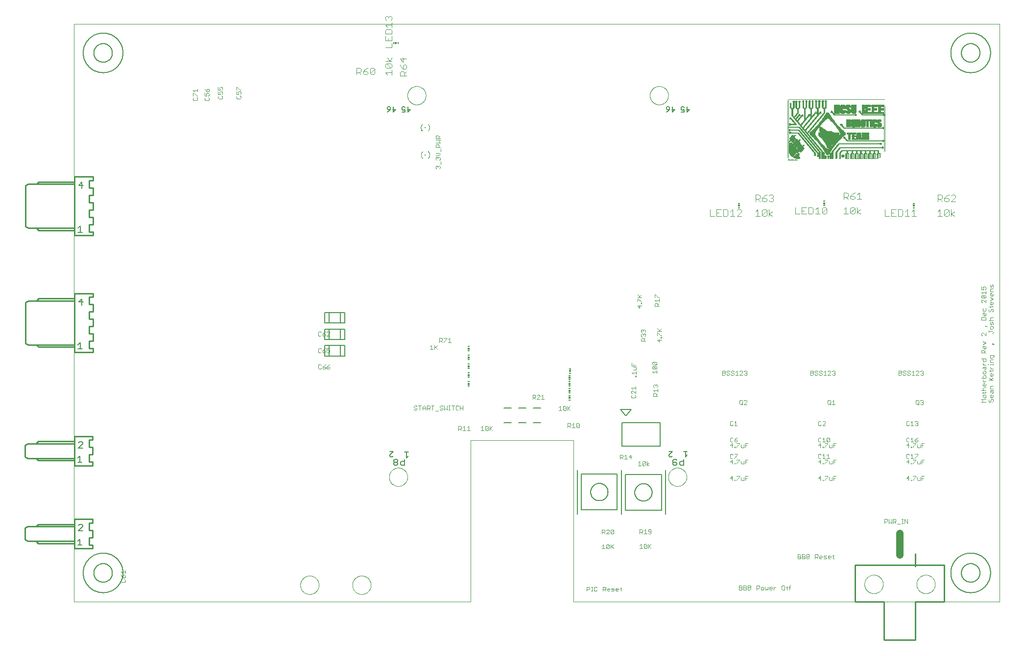
<source format=gto>
G75*
%MOIN*%
%OFA0B0*%
%FSLAX25Y25*%
%IPPOS*%
%LPD*%
%AMOC8*
5,1,8,0,0,1.08239X$1,22.5*
%
%ADD10C,0.00000*%
%ADD11C,0.00300*%
%ADD12C,0.00800*%
%ADD13C,0.00600*%
%ADD14C,0.00400*%
%ADD15R,0.00787X0.00787*%
%ADD16R,0.00984X0.00591*%
%ADD17C,0.00500*%
%ADD18R,0.01181X0.00591*%
%ADD19R,0.01181X0.01181*%
%ADD20C,0.05000*%
%ADD21C,0.01000*%
%ADD22C,0.00700*%
%ADD23C,0.00200*%
%ADD24R,0.00600X0.00100*%
%ADD25R,0.00400X0.00100*%
%ADD26R,0.00500X0.00100*%
%ADD27R,0.00200X0.00100*%
%ADD28R,0.02200X0.00100*%
%ADD29R,0.02100X0.00100*%
%ADD30R,0.00100X0.00100*%
%ADD31R,0.00300X0.00100*%
%ADD32R,0.02400X0.00100*%
%ADD33R,0.02800X0.00100*%
%ADD34R,0.03200X0.00100*%
%ADD35R,0.03500X0.00100*%
%ADD36R,0.03700X0.00100*%
%ADD37R,0.04000X0.00100*%
%ADD38R,0.03800X0.00100*%
%ADD39R,0.03600X0.00100*%
%ADD40R,0.00700X0.00100*%
%ADD41R,0.00800X0.00100*%
%ADD42R,0.03400X0.00100*%
%ADD43R,0.00900X0.00100*%
%ADD44R,0.01000X0.00100*%
%ADD45R,0.01100X0.00100*%
%ADD46R,0.03000X0.00100*%
%ADD47R,0.02600X0.00100*%
%ADD48R,0.01300X0.00100*%
%ADD49R,0.01400X0.00100*%
%ADD50R,0.01600X0.00100*%
%ADD51R,0.01800X0.00100*%
%ADD52R,0.02000X0.00100*%
%ADD53R,0.02300X0.00100*%
%ADD54R,0.01200X0.00100*%
%ADD55R,0.02900X0.00100*%
%ADD56R,0.03100X0.00100*%
%ADD57R,0.03300X0.00100*%
%ADD58R,0.01700X0.00100*%
%ADD59R,0.01900X0.00100*%
%ADD60R,0.04200X0.00100*%
%ADD61R,0.04300X0.00100*%
%ADD62R,0.04500X0.00100*%
%ADD63R,0.04600X0.00100*%
%ADD64R,0.04800X0.00100*%
%ADD65R,0.02500X0.00100*%
%ADD66R,0.04900X0.00100*%
%ADD67R,0.02700X0.00100*%
%ADD68R,0.05000X0.00100*%
%ADD69R,0.05200X0.00100*%
%ADD70R,0.05600X0.00100*%
%ADD71R,0.05500X0.00100*%
%ADD72R,0.05700X0.00100*%
%ADD73R,0.05800X0.00100*%
%ADD74R,0.03900X0.00100*%
%ADD75R,0.05900X0.00100*%
%ADD76R,0.04100X0.00100*%
%ADD77R,0.25300X0.00100*%
%ADD78R,0.06000X0.00100*%
%ADD79R,0.25200X0.00100*%
%ADD80R,0.04400X0.00100*%
%ADD81R,0.25100X0.00100*%
%ADD82R,0.25000X0.00100*%
%ADD83R,0.04700X0.00100*%
%ADD84R,0.24900X0.00100*%
%ADD85R,0.05100X0.00100*%
%ADD86R,0.05400X0.00100*%
%ADD87R,0.05300X0.00100*%
%ADD88R,0.29600X0.00100*%
%ADD89R,0.29000X0.00100*%
%ADD90R,0.28800X0.00100*%
%ADD91R,0.01500X0.00100*%
%ADD92R,0.28600X0.00100*%
%ADD93R,0.28500X0.00100*%
%ADD94R,0.28400X0.00100*%
%ADD95R,0.28300X0.00100*%
%ADD96R,0.06100X0.00100*%
%ADD97R,0.06300X0.00100*%
%ADD98R,0.06400X0.00100*%
%ADD99R,0.06600X0.00100*%
%ADD100R,0.06800X0.00100*%
%ADD101R,0.07000X0.00100*%
%ADD102R,0.07200X0.00100*%
%ADD103R,0.07300X0.00100*%
%ADD104R,0.07400X0.00100*%
%ADD105R,0.24800X0.00100*%
%ADD106R,0.07600X0.00100*%
%ADD107R,0.07800X0.00100*%
%ADD108R,0.07900X0.00100*%
%ADD109R,0.08100X0.00100*%
%ADD110R,0.08200X0.00100*%
%ADD111R,0.08300X0.00100*%
%ADD112R,0.08500X0.00100*%
%ADD113R,0.08700X0.00100*%
%ADD114R,0.08800X0.00100*%
%ADD115R,0.09000X0.00100*%
%ADD116R,0.09100X0.00100*%
%ADD117R,0.09200X0.00100*%
%ADD118R,0.09400X0.00100*%
%ADD119R,0.09600X0.00100*%
%ADD120R,0.09800X0.00100*%
%ADD121R,0.09900X0.00100*%
%ADD122R,0.10100X0.00100*%
%ADD123R,0.10300X0.00100*%
%ADD124R,0.10400X0.00100*%
%ADD125R,0.10500X0.00100*%
%ADD126R,0.10700X0.00100*%
%ADD127R,0.11000X0.00100*%
%ADD128R,0.11100X0.00100*%
%ADD129R,0.11300X0.00100*%
%ADD130R,0.11400X0.00100*%
%ADD131R,0.11700X0.00100*%
%ADD132R,0.11900X0.00100*%
%ADD133R,0.12200X0.00100*%
%ADD134R,0.12600X0.00100*%
%ADD135R,0.12700X0.00100*%
%ADD136R,0.12900X0.00100*%
%ADD137R,0.13000X0.00100*%
%ADD138R,0.13200X0.00100*%
%ADD139R,0.13300X0.00100*%
%ADD140R,0.13500X0.00100*%
%ADD141R,0.13700X0.00100*%
%ADD142R,0.13900X0.00100*%
%ADD143R,0.14100X0.00100*%
%ADD144R,0.14200X0.00100*%
%ADD145R,0.14300X0.00100*%
%ADD146R,0.06200X0.00100*%
%ADD147R,0.12400X0.00100*%
%ADD148R,0.08400X0.00100*%
%ADD149R,0.08000X0.00100*%
%ADD150R,0.07700X0.00100*%
%ADD151R,0.07500X0.00100*%
%ADD152R,0.07100X0.00100*%
%ADD153R,0.06500X0.00100*%
%ADD154R,0.26700X0.00100*%
%ADD155R,0.26800X0.00100*%
%ADD156R,0.26900X0.00100*%
%ADD157R,0.15100X0.00100*%
%ADD158R,0.14600X0.00100*%
%ADD159R,0.14700X0.00100*%
%ADD160R,0.14900X0.00100*%
%ADD161R,0.14800X0.00100*%
%ADD162R,0.32000X0.00100*%
%ADD163R,0.00591X0.01181*%
D10*
X0034894Y0034921D02*
X0034894Y0428622D01*
X0664815Y0428622D01*
X0664815Y0034921D01*
X0374894Y0034921D01*
X0374894Y0144921D01*
X0304894Y0144921D01*
X0304894Y0034921D01*
X0034894Y0034921D01*
X0188831Y0046339D02*
X0188833Y0046497D01*
X0188839Y0046655D01*
X0188849Y0046813D01*
X0188863Y0046971D01*
X0188881Y0047128D01*
X0188902Y0047285D01*
X0188928Y0047441D01*
X0188958Y0047597D01*
X0188991Y0047752D01*
X0189029Y0047905D01*
X0189070Y0048058D01*
X0189115Y0048210D01*
X0189164Y0048361D01*
X0189217Y0048510D01*
X0189273Y0048658D01*
X0189333Y0048804D01*
X0189397Y0048949D01*
X0189465Y0049092D01*
X0189536Y0049234D01*
X0189610Y0049374D01*
X0189688Y0049511D01*
X0189770Y0049647D01*
X0189854Y0049781D01*
X0189943Y0049912D01*
X0190034Y0050041D01*
X0190129Y0050168D01*
X0190226Y0050293D01*
X0190327Y0050415D01*
X0190431Y0050534D01*
X0190538Y0050651D01*
X0190648Y0050765D01*
X0190761Y0050876D01*
X0190876Y0050985D01*
X0190994Y0051090D01*
X0191115Y0051192D01*
X0191238Y0051292D01*
X0191364Y0051388D01*
X0191492Y0051481D01*
X0191622Y0051571D01*
X0191755Y0051657D01*
X0191890Y0051741D01*
X0192026Y0051820D01*
X0192165Y0051897D01*
X0192306Y0051969D01*
X0192448Y0052039D01*
X0192592Y0052104D01*
X0192738Y0052166D01*
X0192885Y0052224D01*
X0193034Y0052279D01*
X0193184Y0052330D01*
X0193335Y0052377D01*
X0193487Y0052420D01*
X0193640Y0052459D01*
X0193795Y0052495D01*
X0193950Y0052526D01*
X0194106Y0052554D01*
X0194262Y0052578D01*
X0194419Y0052598D01*
X0194577Y0052614D01*
X0194734Y0052626D01*
X0194893Y0052634D01*
X0195051Y0052638D01*
X0195209Y0052638D01*
X0195367Y0052634D01*
X0195526Y0052626D01*
X0195683Y0052614D01*
X0195841Y0052598D01*
X0195998Y0052578D01*
X0196154Y0052554D01*
X0196310Y0052526D01*
X0196465Y0052495D01*
X0196620Y0052459D01*
X0196773Y0052420D01*
X0196925Y0052377D01*
X0197076Y0052330D01*
X0197226Y0052279D01*
X0197375Y0052224D01*
X0197522Y0052166D01*
X0197668Y0052104D01*
X0197812Y0052039D01*
X0197954Y0051969D01*
X0198095Y0051897D01*
X0198234Y0051820D01*
X0198370Y0051741D01*
X0198505Y0051657D01*
X0198638Y0051571D01*
X0198768Y0051481D01*
X0198896Y0051388D01*
X0199022Y0051292D01*
X0199145Y0051192D01*
X0199266Y0051090D01*
X0199384Y0050985D01*
X0199499Y0050876D01*
X0199612Y0050765D01*
X0199722Y0050651D01*
X0199829Y0050534D01*
X0199933Y0050415D01*
X0200034Y0050293D01*
X0200131Y0050168D01*
X0200226Y0050041D01*
X0200317Y0049912D01*
X0200406Y0049781D01*
X0200490Y0049647D01*
X0200572Y0049511D01*
X0200650Y0049374D01*
X0200724Y0049234D01*
X0200795Y0049092D01*
X0200863Y0048949D01*
X0200927Y0048804D01*
X0200987Y0048658D01*
X0201043Y0048510D01*
X0201096Y0048361D01*
X0201145Y0048210D01*
X0201190Y0048058D01*
X0201231Y0047905D01*
X0201269Y0047752D01*
X0201302Y0047597D01*
X0201332Y0047441D01*
X0201358Y0047285D01*
X0201379Y0047128D01*
X0201397Y0046971D01*
X0201411Y0046813D01*
X0201421Y0046655D01*
X0201427Y0046497D01*
X0201429Y0046339D01*
X0201427Y0046181D01*
X0201421Y0046023D01*
X0201411Y0045865D01*
X0201397Y0045707D01*
X0201379Y0045550D01*
X0201358Y0045393D01*
X0201332Y0045237D01*
X0201302Y0045081D01*
X0201269Y0044926D01*
X0201231Y0044773D01*
X0201190Y0044620D01*
X0201145Y0044468D01*
X0201096Y0044317D01*
X0201043Y0044168D01*
X0200987Y0044020D01*
X0200927Y0043874D01*
X0200863Y0043729D01*
X0200795Y0043586D01*
X0200724Y0043444D01*
X0200650Y0043304D01*
X0200572Y0043167D01*
X0200490Y0043031D01*
X0200406Y0042897D01*
X0200317Y0042766D01*
X0200226Y0042637D01*
X0200131Y0042510D01*
X0200034Y0042385D01*
X0199933Y0042263D01*
X0199829Y0042144D01*
X0199722Y0042027D01*
X0199612Y0041913D01*
X0199499Y0041802D01*
X0199384Y0041693D01*
X0199266Y0041588D01*
X0199145Y0041486D01*
X0199022Y0041386D01*
X0198896Y0041290D01*
X0198768Y0041197D01*
X0198638Y0041107D01*
X0198505Y0041021D01*
X0198370Y0040937D01*
X0198234Y0040858D01*
X0198095Y0040781D01*
X0197954Y0040709D01*
X0197812Y0040639D01*
X0197668Y0040574D01*
X0197522Y0040512D01*
X0197375Y0040454D01*
X0197226Y0040399D01*
X0197076Y0040348D01*
X0196925Y0040301D01*
X0196773Y0040258D01*
X0196620Y0040219D01*
X0196465Y0040183D01*
X0196310Y0040152D01*
X0196154Y0040124D01*
X0195998Y0040100D01*
X0195841Y0040080D01*
X0195683Y0040064D01*
X0195526Y0040052D01*
X0195367Y0040044D01*
X0195209Y0040040D01*
X0195051Y0040040D01*
X0194893Y0040044D01*
X0194734Y0040052D01*
X0194577Y0040064D01*
X0194419Y0040080D01*
X0194262Y0040100D01*
X0194106Y0040124D01*
X0193950Y0040152D01*
X0193795Y0040183D01*
X0193640Y0040219D01*
X0193487Y0040258D01*
X0193335Y0040301D01*
X0193184Y0040348D01*
X0193034Y0040399D01*
X0192885Y0040454D01*
X0192738Y0040512D01*
X0192592Y0040574D01*
X0192448Y0040639D01*
X0192306Y0040709D01*
X0192165Y0040781D01*
X0192026Y0040858D01*
X0191890Y0040937D01*
X0191755Y0041021D01*
X0191622Y0041107D01*
X0191492Y0041197D01*
X0191364Y0041290D01*
X0191238Y0041386D01*
X0191115Y0041486D01*
X0190994Y0041588D01*
X0190876Y0041693D01*
X0190761Y0041802D01*
X0190648Y0041913D01*
X0190538Y0042027D01*
X0190431Y0042144D01*
X0190327Y0042263D01*
X0190226Y0042385D01*
X0190129Y0042510D01*
X0190034Y0042637D01*
X0189943Y0042766D01*
X0189854Y0042897D01*
X0189770Y0043031D01*
X0189688Y0043167D01*
X0189610Y0043304D01*
X0189536Y0043444D01*
X0189465Y0043586D01*
X0189397Y0043729D01*
X0189333Y0043874D01*
X0189273Y0044020D01*
X0189217Y0044168D01*
X0189164Y0044317D01*
X0189115Y0044468D01*
X0189070Y0044620D01*
X0189029Y0044773D01*
X0188991Y0044926D01*
X0188958Y0045081D01*
X0188928Y0045237D01*
X0188902Y0045393D01*
X0188881Y0045550D01*
X0188863Y0045707D01*
X0188849Y0045865D01*
X0188839Y0046023D01*
X0188833Y0046181D01*
X0188831Y0046339D01*
X0224264Y0046339D02*
X0224266Y0046497D01*
X0224272Y0046655D01*
X0224282Y0046813D01*
X0224296Y0046971D01*
X0224314Y0047128D01*
X0224335Y0047285D01*
X0224361Y0047441D01*
X0224391Y0047597D01*
X0224424Y0047752D01*
X0224462Y0047905D01*
X0224503Y0048058D01*
X0224548Y0048210D01*
X0224597Y0048361D01*
X0224650Y0048510D01*
X0224706Y0048658D01*
X0224766Y0048804D01*
X0224830Y0048949D01*
X0224898Y0049092D01*
X0224969Y0049234D01*
X0225043Y0049374D01*
X0225121Y0049511D01*
X0225203Y0049647D01*
X0225287Y0049781D01*
X0225376Y0049912D01*
X0225467Y0050041D01*
X0225562Y0050168D01*
X0225659Y0050293D01*
X0225760Y0050415D01*
X0225864Y0050534D01*
X0225971Y0050651D01*
X0226081Y0050765D01*
X0226194Y0050876D01*
X0226309Y0050985D01*
X0226427Y0051090D01*
X0226548Y0051192D01*
X0226671Y0051292D01*
X0226797Y0051388D01*
X0226925Y0051481D01*
X0227055Y0051571D01*
X0227188Y0051657D01*
X0227323Y0051741D01*
X0227459Y0051820D01*
X0227598Y0051897D01*
X0227739Y0051969D01*
X0227881Y0052039D01*
X0228025Y0052104D01*
X0228171Y0052166D01*
X0228318Y0052224D01*
X0228467Y0052279D01*
X0228617Y0052330D01*
X0228768Y0052377D01*
X0228920Y0052420D01*
X0229073Y0052459D01*
X0229228Y0052495D01*
X0229383Y0052526D01*
X0229539Y0052554D01*
X0229695Y0052578D01*
X0229852Y0052598D01*
X0230010Y0052614D01*
X0230167Y0052626D01*
X0230326Y0052634D01*
X0230484Y0052638D01*
X0230642Y0052638D01*
X0230800Y0052634D01*
X0230959Y0052626D01*
X0231116Y0052614D01*
X0231274Y0052598D01*
X0231431Y0052578D01*
X0231587Y0052554D01*
X0231743Y0052526D01*
X0231898Y0052495D01*
X0232053Y0052459D01*
X0232206Y0052420D01*
X0232358Y0052377D01*
X0232509Y0052330D01*
X0232659Y0052279D01*
X0232808Y0052224D01*
X0232955Y0052166D01*
X0233101Y0052104D01*
X0233245Y0052039D01*
X0233387Y0051969D01*
X0233528Y0051897D01*
X0233667Y0051820D01*
X0233803Y0051741D01*
X0233938Y0051657D01*
X0234071Y0051571D01*
X0234201Y0051481D01*
X0234329Y0051388D01*
X0234455Y0051292D01*
X0234578Y0051192D01*
X0234699Y0051090D01*
X0234817Y0050985D01*
X0234932Y0050876D01*
X0235045Y0050765D01*
X0235155Y0050651D01*
X0235262Y0050534D01*
X0235366Y0050415D01*
X0235467Y0050293D01*
X0235564Y0050168D01*
X0235659Y0050041D01*
X0235750Y0049912D01*
X0235839Y0049781D01*
X0235923Y0049647D01*
X0236005Y0049511D01*
X0236083Y0049374D01*
X0236157Y0049234D01*
X0236228Y0049092D01*
X0236296Y0048949D01*
X0236360Y0048804D01*
X0236420Y0048658D01*
X0236476Y0048510D01*
X0236529Y0048361D01*
X0236578Y0048210D01*
X0236623Y0048058D01*
X0236664Y0047905D01*
X0236702Y0047752D01*
X0236735Y0047597D01*
X0236765Y0047441D01*
X0236791Y0047285D01*
X0236812Y0047128D01*
X0236830Y0046971D01*
X0236844Y0046813D01*
X0236854Y0046655D01*
X0236860Y0046497D01*
X0236862Y0046339D01*
X0236860Y0046181D01*
X0236854Y0046023D01*
X0236844Y0045865D01*
X0236830Y0045707D01*
X0236812Y0045550D01*
X0236791Y0045393D01*
X0236765Y0045237D01*
X0236735Y0045081D01*
X0236702Y0044926D01*
X0236664Y0044773D01*
X0236623Y0044620D01*
X0236578Y0044468D01*
X0236529Y0044317D01*
X0236476Y0044168D01*
X0236420Y0044020D01*
X0236360Y0043874D01*
X0236296Y0043729D01*
X0236228Y0043586D01*
X0236157Y0043444D01*
X0236083Y0043304D01*
X0236005Y0043167D01*
X0235923Y0043031D01*
X0235839Y0042897D01*
X0235750Y0042766D01*
X0235659Y0042637D01*
X0235564Y0042510D01*
X0235467Y0042385D01*
X0235366Y0042263D01*
X0235262Y0042144D01*
X0235155Y0042027D01*
X0235045Y0041913D01*
X0234932Y0041802D01*
X0234817Y0041693D01*
X0234699Y0041588D01*
X0234578Y0041486D01*
X0234455Y0041386D01*
X0234329Y0041290D01*
X0234201Y0041197D01*
X0234071Y0041107D01*
X0233938Y0041021D01*
X0233803Y0040937D01*
X0233667Y0040858D01*
X0233528Y0040781D01*
X0233387Y0040709D01*
X0233245Y0040639D01*
X0233101Y0040574D01*
X0232955Y0040512D01*
X0232808Y0040454D01*
X0232659Y0040399D01*
X0232509Y0040348D01*
X0232358Y0040301D01*
X0232206Y0040258D01*
X0232053Y0040219D01*
X0231898Y0040183D01*
X0231743Y0040152D01*
X0231587Y0040124D01*
X0231431Y0040100D01*
X0231274Y0040080D01*
X0231116Y0040064D01*
X0230959Y0040052D01*
X0230800Y0040044D01*
X0230642Y0040040D01*
X0230484Y0040040D01*
X0230326Y0040044D01*
X0230167Y0040052D01*
X0230010Y0040064D01*
X0229852Y0040080D01*
X0229695Y0040100D01*
X0229539Y0040124D01*
X0229383Y0040152D01*
X0229228Y0040183D01*
X0229073Y0040219D01*
X0228920Y0040258D01*
X0228768Y0040301D01*
X0228617Y0040348D01*
X0228467Y0040399D01*
X0228318Y0040454D01*
X0228171Y0040512D01*
X0228025Y0040574D01*
X0227881Y0040639D01*
X0227739Y0040709D01*
X0227598Y0040781D01*
X0227459Y0040858D01*
X0227323Y0040937D01*
X0227188Y0041021D01*
X0227055Y0041107D01*
X0226925Y0041197D01*
X0226797Y0041290D01*
X0226671Y0041386D01*
X0226548Y0041486D01*
X0226427Y0041588D01*
X0226309Y0041693D01*
X0226194Y0041802D01*
X0226081Y0041913D01*
X0225971Y0042027D01*
X0225864Y0042144D01*
X0225760Y0042263D01*
X0225659Y0042385D01*
X0225562Y0042510D01*
X0225467Y0042637D01*
X0225376Y0042766D01*
X0225287Y0042897D01*
X0225203Y0043031D01*
X0225121Y0043167D01*
X0225043Y0043304D01*
X0224969Y0043444D01*
X0224898Y0043586D01*
X0224830Y0043729D01*
X0224766Y0043874D01*
X0224706Y0044020D01*
X0224650Y0044168D01*
X0224597Y0044317D01*
X0224548Y0044468D01*
X0224503Y0044620D01*
X0224462Y0044773D01*
X0224424Y0044926D01*
X0224391Y0045081D01*
X0224361Y0045237D01*
X0224335Y0045393D01*
X0224314Y0045550D01*
X0224296Y0045707D01*
X0224282Y0045865D01*
X0224272Y0046023D01*
X0224266Y0046181D01*
X0224264Y0046339D01*
X0249254Y0119921D02*
X0249256Y0120079D01*
X0249262Y0120236D01*
X0249272Y0120394D01*
X0249286Y0120551D01*
X0249304Y0120707D01*
X0249325Y0120864D01*
X0249351Y0121019D01*
X0249381Y0121174D01*
X0249414Y0121328D01*
X0249452Y0121481D01*
X0249493Y0121634D01*
X0249538Y0121785D01*
X0249587Y0121935D01*
X0249640Y0122083D01*
X0249696Y0122231D01*
X0249757Y0122376D01*
X0249820Y0122521D01*
X0249888Y0122663D01*
X0249959Y0122804D01*
X0250033Y0122943D01*
X0250111Y0123080D01*
X0250193Y0123215D01*
X0250277Y0123348D01*
X0250366Y0123479D01*
X0250457Y0123607D01*
X0250552Y0123734D01*
X0250649Y0123857D01*
X0250750Y0123979D01*
X0250854Y0124097D01*
X0250961Y0124213D01*
X0251071Y0124326D01*
X0251183Y0124437D01*
X0251299Y0124544D01*
X0251417Y0124649D01*
X0251537Y0124751D01*
X0251660Y0124849D01*
X0251786Y0124945D01*
X0251914Y0125037D01*
X0252044Y0125126D01*
X0252176Y0125212D01*
X0252311Y0125294D01*
X0252448Y0125373D01*
X0252586Y0125448D01*
X0252726Y0125520D01*
X0252869Y0125588D01*
X0253012Y0125653D01*
X0253158Y0125714D01*
X0253305Y0125771D01*
X0253453Y0125825D01*
X0253603Y0125875D01*
X0253753Y0125921D01*
X0253905Y0125963D01*
X0254058Y0126002D01*
X0254212Y0126036D01*
X0254367Y0126067D01*
X0254522Y0126093D01*
X0254678Y0126116D01*
X0254835Y0126135D01*
X0254992Y0126150D01*
X0255149Y0126161D01*
X0255307Y0126168D01*
X0255465Y0126171D01*
X0255622Y0126170D01*
X0255780Y0126165D01*
X0255937Y0126156D01*
X0256095Y0126143D01*
X0256251Y0126126D01*
X0256408Y0126105D01*
X0256563Y0126081D01*
X0256718Y0126052D01*
X0256873Y0126019D01*
X0257026Y0125983D01*
X0257179Y0125942D01*
X0257330Y0125898D01*
X0257480Y0125850D01*
X0257629Y0125799D01*
X0257777Y0125743D01*
X0257923Y0125684D01*
X0258068Y0125621D01*
X0258211Y0125554D01*
X0258352Y0125484D01*
X0258491Y0125411D01*
X0258629Y0125334D01*
X0258765Y0125253D01*
X0258898Y0125169D01*
X0259029Y0125082D01*
X0259158Y0124991D01*
X0259285Y0124897D01*
X0259410Y0124800D01*
X0259531Y0124700D01*
X0259651Y0124597D01*
X0259767Y0124491D01*
X0259881Y0124382D01*
X0259993Y0124270D01*
X0260101Y0124156D01*
X0260206Y0124038D01*
X0260309Y0123918D01*
X0260408Y0123796D01*
X0260504Y0123671D01*
X0260597Y0123543D01*
X0260687Y0123414D01*
X0260773Y0123282D01*
X0260857Y0123148D01*
X0260936Y0123012D01*
X0261013Y0122874D01*
X0261085Y0122734D01*
X0261154Y0122592D01*
X0261220Y0122449D01*
X0261282Y0122304D01*
X0261340Y0122157D01*
X0261395Y0122009D01*
X0261446Y0121860D01*
X0261493Y0121709D01*
X0261536Y0121558D01*
X0261575Y0121405D01*
X0261611Y0121251D01*
X0261642Y0121097D01*
X0261670Y0120942D01*
X0261694Y0120786D01*
X0261714Y0120629D01*
X0261730Y0120472D01*
X0261742Y0120315D01*
X0261750Y0120158D01*
X0261754Y0120000D01*
X0261754Y0119842D01*
X0261750Y0119684D01*
X0261742Y0119527D01*
X0261730Y0119370D01*
X0261714Y0119213D01*
X0261694Y0119056D01*
X0261670Y0118900D01*
X0261642Y0118745D01*
X0261611Y0118591D01*
X0261575Y0118437D01*
X0261536Y0118284D01*
X0261493Y0118133D01*
X0261446Y0117982D01*
X0261395Y0117833D01*
X0261340Y0117685D01*
X0261282Y0117538D01*
X0261220Y0117393D01*
X0261154Y0117250D01*
X0261085Y0117108D01*
X0261013Y0116968D01*
X0260936Y0116830D01*
X0260857Y0116694D01*
X0260773Y0116560D01*
X0260687Y0116428D01*
X0260597Y0116299D01*
X0260504Y0116171D01*
X0260408Y0116046D01*
X0260309Y0115924D01*
X0260206Y0115804D01*
X0260101Y0115686D01*
X0259993Y0115572D01*
X0259881Y0115460D01*
X0259767Y0115351D01*
X0259651Y0115245D01*
X0259531Y0115142D01*
X0259410Y0115042D01*
X0259285Y0114945D01*
X0259158Y0114851D01*
X0259029Y0114760D01*
X0258898Y0114673D01*
X0258765Y0114589D01*
X0258629Y0114508D01*
X0258491Y0114431D01*
X0258352Y0114358D01*
X0258211Y0114288D01*
X0258068Y0114221D01*
X0257923Y0114158D01*
X0257777Y0114099D01*
X0257629Y0114043D01*
X0257480Y0113992D01*
X0257330Y0113944D01*
X0257179Y0113900D01*
X0257026Y0113859D01*
X0256873Y0113823D01*
X0256718Y0113790D01*
X0256563Y0113761D01*
X0256408Y0113737D01*
X0256251Y0113716D01*
X0256095Y0113699D01*
X0255937Y0113686D01*
X0255780Y0113677D01*
X0255622Y0113672D01*
X0255465Y0113671D01*
X0255307Y0113674D01*
X0255149Y0113681D01*
X0254992Y0113692D01*
X0254835Y0113707D01*
X0254678Y0113726D01*
X0254522Y0113749D01*
X0254367Y0113775D01*
X0254212Y0113806D01*
X0254058Y0113840D01*
X0253905Y0113879D01*
X0253753Y0113921D01*
X0253603Y0113967D01*
X0253453Y0114017D01*
X0253305Y0114071D01*
X0253158Y0114128D01*
X0253012Y0114189D01*
X0252869Y0114254D01*
X0252726Y0114322D01*
X0252586Y0114394D01*
X0252448Y0114469D01*
X0252311Y0114548D01*
X0252176Y0114630D01*
X0252044Y0114716D01*
X0251914Y0114805D01*
X0251786Y0114897D01*
X0251660Y0114993D01*
X0251537Y0115091D01*
X0251417Y0115193D01*
X0251299Y0115298D01*
X0251183Y0115405D01*
X0251071Y0115516D01*
X0250961Y0115629D01*
X0250854Y0115745D01*
X0250750Y0115863D01*
X0250649Y0115985D01*
X0250552Y0116108D01*
X0250457Y0116235D01*
X0250366Y0116363D01*
X0250277Y0116494D01*
X0250193Y0116627D01*
X0250111Y0116762D01*
X0250033Y0116899D01*
X0249959Y0117038D01*
X0249888Y0117179D01*
X0249820Y0117321D01*
X0249757Y0117466D01*
X0249696Y0117611D01*
X0249640Y0117759D01*
X0249587Y0117907D01*
X0249538Y0118057D01*
X0249493Y0118208D01*
X0249452Y0118361D01*
X0249414Y0118514D01*
X0249381Y0118668D01*
X0249351Y0118823D01*
X0249325Y0118978D01*
X0249304Y0119135D01*
X0249286Y0119291D01*
X0249272Y0119448D01*
X0249262Y0119606D01*
X0249256Y0119763D01*
X0249254Y0119921D01*
X0439254Y0119921D02*
X0439256Y0120079D01*
X0439262Y0120236D01*
X0439272Y0120394D01*
X0439286Y0120551D01*
X0439304Y0120707D01*
X0439325Y0120864D01*
X0439351Y0121019D01*
X0439381Y0121174D01*
X0439414Y0121328D01*
X0439452Y0121481D01*
X0439493Y0121634D01*
X0439538Y0121785D01*
X0439587Y0121935D01*
X0439640Y0122083D01*
X0439696Y0122231D01*
X0439757Y0122376D01*
X0439820Y0122521D01*
X0439888Y0122663D01*
X0439959Y0122804D01*
X0440033Y0122943D01*
X0440111Y0123080D01*
X0440193Y0123215D01*
X0440277Y0123348D01*
X0440366Y0123479D01*
X0440457Y0123607D01*
X0440552Y0123734D01*
X0440649Y0123857D01*
X0440750Y0123979D01*
X0440854Y0124097D01*
X0440961Y0124213D01*
X0441071Y0124326D01*
X0441183Y0124437D01*
X0441299Y0124544D01*
X0441417Y0124649D01*
X0441537Y0124751D01*
X0441660Y0124849D01*
X0441786Y0124945D01*
X0441914Y0125037D01*
X0442044Y0125126D01*
X0442176Y0125212D01*
X0442311Y0125294D01*
X0442448Y0125373D01*
X0442586Y0125448D01*
X0442726Y0125520D01*
X0442869Y0125588D01*
X0443012Y0125653D01*
X0443158Y0125714D01*
X0443305Y0125771D01*
X0443453Y0125825D01*
X0443603Y0125875D01*
X0443753Y0125921D01*
X0443905Y0125963D01*
X0444058Y0126002D01*
X0444212Y0126036D01*
X0444367Y0126067D01*
X0444522Y0126093D01*
X0444678Y0126116D01*
X0444835Y0126135D01*
X0444992Y0126150D01*
X0445149Y0126161D01*
X0445307Y0126168D01*
X0445465Y0126171D01*
X0445622Y0126170D01*
X0445780Y0126165D01*
X0445937Y0126156D01*
X0446095Y0126143D01*
X0446251Y0126126D01*
X0446408Y0126105D01*
X0446563Y0126081D01*
X0446718Y0126052D01*
X0446873Y0126019D01*
X0447026Y0125983D01*
X0447179Y0125942D01*
X0447330Y0125898D01*
X0447480Y0125850D01*
X0447629Y0125799D01*
X0447777Y0125743D01*
X0447923Y0125684D01*
X0448068Y0125621D01*
X0448211Y0125554D01*
X0448352Y0125484D01*
X0448491Y0125411D01*
X0448629Y0125334D01*
X0448765Y0125253D01*
X0448898Y0125169D01*
X0449029Y0125082D01*
X0449158Y0124991D01*
X0449285Y0124897D01*
X0449410Y0124800D01*
X0449531Y0124700D01*
X0449651Y0124597D01*
X0449767Y0124491D01*
X0449881Y0124382D01*
X0449993Y0124270D01*
X0450101Y0124156D01*
X0450206Y0124038D01*
X0450309Y0123918D01*
X0450408Y0123796D01*
X0450504Y0123671D01*
X0450597Y0123543D01*
X0450687Y0123414D01*
X0450773Y0123282D01*
X0450857Y0123148D01*
X0450936Y0123012D01*
X0451013Y0122874D01*
X0451085Y0122734D01*
X0451154Y0122592D01*
X0451220Y0122449D01*
X0451282Y0122304D01*
X0451340Y0122157D01*
X0451395Y0122009D01*
X0451446Y0121860D01*
X0451493Y0121709D01*
X0451536Y0121558D01*
X0451575Y0121405D01*
X0451611Y0121251D01*
X0451642Y0121097D01*
X0451670Y0120942D01*
X0451694Y0120786D01*
X0451714Y0120629D01*
X0451730Y0120472D01*
X0451742Y0120315D01*
X0451750Y0120158D01*
X0451754Y0120000D01*
X0451754Y0119842D01*
X0451750Y0119684D01*
X0451742Y0119527D01*
X0451730Y0119370D01*
X0451714Y0119213D01*
X0451694Y0119056D01*
X0451670Y0118900D01*
X0451642Y0118745D01*
X0451611Y0118591D01*
X0451575Y0118437D01*
X0451536Y0118284D01*
X0451493Y0118133D01*
X0451446Y0117982D01*
X0451395Y0117833D01*
X0451340Y0117685D01*
X0451282Y0117538D01*
X0451220Y0117393D01*
X0451154Y0117250D01*
X0451085Y0117108D01*
X0451013Y0116968D01*
X0450936Y0116830D01*
X0450857Y0116694D01*
X0450773Y0116560D01*
X0450687Y0116428D01*
X0450597Y0116299D01*
X0450504Y0116171D01*
X0450408Y0116046D01*
X0450309Y0115924D01*
X0450206Y0115804D01*
X0450101Y0115686D01*
X0449993Y0115572D01*
X0449881Y0115460D01*
X0449767Y0115351D01*
X0449651Y0115245D01*
X0449531Y0115142D01*
X0449410Y0115042D01*
X0449285Y0114945D01*
X0449158Y0114851D01*
X0449029Y0114760D01*
X0448898Y0114673D01*
X0448765Y0114589D01*
X0448629Y0114508D01*
X0448491Y0114431D01*
X0448352Y0114358D01*
X0448211Y0114288D01*
X0448068Y0114221D01*
X0447923Y0114158D01*
X0447777Y0114099D01*
X0447629Y0114043D01*
X0447480Y0113992D01*
X0447330Y0113944D01*
X0447179Y0113900D01*
X0447026Y0113859D01*
X0446873Y0113823D01*
X0446718Y0113790D01*
X0446563Y0113761D01*
X0446408Y0113737D01*
X0446251Y0113716D01*
X0446095Y0113699D01*
X0445937Y0113686D01*
X0445780Y0113677D01*
X0445622Y0113672D01*
X0445465Y0113671D01*
X0445307Y0113674D01*
X0445149Y0113681D01*
X0444992Y0113692D01*
X0444835Y0113707D01*
X0444678Y0113726D01*
X0444522Y0113749D01*
X0444367Y0113775D01*
X0444212Y0113806D01*
X0444058Y0113840D01*
X0443905Y0113879D01*
X0443753Y0113921D01*
X0443603Y0113967D01*
X0443453Y0114017D01*
X0443305Y0114071D01*
X0443158Y0114128D01*
X0443012Y0114189D01*
X0442869Y0114254D01*
X0442726Y0114322D01*
X0442586Y0114394D01*
X0442448Y0114469D01*
X0442311Y0114548D01*
X0442176Y0114630D01*
X0442044Y0114716D01*
X0441914Y0114805D01*
X0441786Y0114897D01*
X0441660Y0114993D01*
X0441537Y0115091D01*
X0441417Y0115193D01*
X0441299Y0115298D01*
X0441183Y0115405D01*
X0441071Y0115516D01*
X0440961Y0115629D01*
X0440854Y0115745D01*
X0440750Y0115863D01*
X0440649Y0115985D01*
X0440552Y0116108D01*
X0440457Y0116235D01*
X0440366Y0116363D01*
X0440277Y0116494D01*
X0440193Y0116627D01*
X0440111Y0116762D01*
X0440033Y0116899D01*
X0439959Y0117038D01*
X0439888Y0117179D01*
X0439820Y0117321D01*
X0439757Y0117466D01*
X0439696Y0117611D01*
X0439640Y0117759D01*
X0439587Y0117907D01*
X0439538Y0118057D01*
X0439493Y0118208D01*
X0439452Y0118361D01*
X0439414Y0118514D01*
X0439381Y0118668D01*
X0439351Y0118823D01*
X0439325Y0118978D01*
X0439304Y0119135D01*
X0439286Y0119291D01*
X0439272Y0119448D01*
X0439262Y0119606D01*
X0439256Y0119763D01*
X0439254Y0119921D01*
X0572847Y0046890D02*
X0572849Y0047048D01*
X0572855Y0047206D01*
X0572865Y0047364D01*
X0572879Y0047522D01*
X0572897Y0047679D01*
X0572918Y0047836D01*
X0572944Y0047992D01*
X0572974Y0048148D01*
X0573007Y0048303D01*
X0573045Y0048456D01*
X0573086Y0048609D01*
X0573131Y0048761D01*
X0573180Y0048912D01*
X0573233Y0049061D01*
X0573289Y0049209D01*
X0573349Y0049355D01*
X0573413Y0049500D01*
X0573481Y0049643D01*
X0573552Y0049785D01*
X0573626Y0049925D01*
X0573704Y0050062D01*
X0573786Y0050198D01*
X0573870Y0050332D01*
X0573959Y0050463D01*
X0574050Y0050592D01*
X0574145Y0050719D01*
X0574242Y0050844D01*
X0574343Y0050966D01*
X0574447Y0051085D01*
X0574554Y0051202D01*
X0574664Y0051316D01*
X0574777Y0051427D01*
X0574892Y0051536D01*
X0575010Y0051641D01*
X0575131Y0051743D01*
X0575254Y0051843D01*
X0575380Y0051939D01*
X0575508Y0052032D01*
X0575638Y0052122D01*
X0575771Y0052208D01*
X0575906Y0052292D01*
X0576042Y0052371D01*
X0576181Y0052448D01*
X0576322Y0052520D01*
X0576464Y0052590D01*
X0576608Y0052655D01*
X0576754Y0052717D01*
X0576901Y0052775D01*
X0577050Y0052830D01*
X0577200Y0052881D01*
X0577351Y0052928D01*
X0577503Y0052971D01*
X0577656Y0053010D01*
X0577811Y0053046D01*
X0577966Y0053077D01*
X0578122Y0053105D01*
X0578278Y0053129D01*
X0578435Y0053149D01*
X0578593Y0053165D01*
X0578750Y0053177D01*
X0578909Y0053185D01*
X0579067Y0053189D01*
X0579225Y0053189D01*
X0579383Y0053185D01*
X0579542Y0053177D01*
X0579699Y0053165D01*
X0579857Y0053149D01*
X0580014Y0053129D01*
X0580170Y0053105D01*
X0580326Y0053077D01*
X0580481Y0053046D01*
X0580636Y0053010D01*
X0580789Y0052971D01*
X0580941Y0052928D01*
X0581092Y0052881D01*
X0581242Y0052830D01*
X0581391Y0052775D01*
X0581538Y0052717D01*
X0581684Y0052655D01*
X0581828Y0052590D01*
X0581970Y0052520D01*
X0582111Y0052448D01*
X0582250Y0052371D01*
X0582386Y0052292D01*
X0582521Y0052208D01*
X0582654Y0052122D01*
X0582784Y0052032D01*
X0582912Y0051939D01*
X0583038Y0051843D01*
X0583161Y0051743D01*
X0583282Y0051641D01*
X0583400Y0051536D01*
X0583515Y0051427D01*
X0583628Y0051316D01*
X0583738Y0051202D01*
X0583845Y0051085D01*
X0583949Y0050966D01*
X0584050Y0050844D01*
X0584147Y0050719D01*
X0584242Y0050592D01*
X0584333Y0050463D01*
X0584422Y0050332D01*
X0584506Y0050198D01*
X0584588Y0050062D01*
X0584666Y0049925D01*
X0584740Y0049785D01*
X0584811Y0049643D01*
X0584879Y0049500D01*
X0584943Y0049355D01*
X0585003Y0049209D01*
X0585059Y0049061D01*
X0585112Y0048912D01*
X0585161Y0048761D01*
X0585206Y0048609D01*
X0585247Y0048456D01*
X0585285Y0048303D01*
X0585318Y0048148D01*
X0585348Y0047992D01*
X0585374Y0047836D01*
X0585395Y0047679D01*
X0585413Y0047522D01*
X0585427Y0047364D01*
X0585437Y0047206D01*
X0585443Y0047048D01*
X0585445Y0046890D01*
X0585443Y0046732D01*
X0585437Y0046574D01*
X0585427Y0046416D01*
X0585413Y0046258D01*
X0585395Y0046101D01*
X0585374Y0045944D01*
X0585348Y0045788D01*
X0585318Y0045632D01*
X0585285Y0045477D01*
X0585247Y0045324D01*
X0585206Y0045171D01*
X0585161Y0045019D01*
X0585112Y0044868D01*
X0585059Y0044719D01*
X0585003Y0044571D01*
X0584943Y0044425D01*
X0584879Y0044280D01*
X0584811Y0044137D01*
X0584740Y0043995D01*
X0584666Y0043855D01*
X0584588Y0043718D01*
X0584506Y0043582D01*
X0584422Y0043448D01*
X0584333Y0043317D01*
X0584242Y0043188D01*
X0584147Y0043061D01*
X0584050Y0042936D01*
X0583949Y0042814D01*
X0583845Y0042695D01*
X0583738Y0042578D01*
X0583628Y0042464D01*
X0583515Y0042353D01*
X0583400Y0042244D01*
X0583282Y0042139D01*
X0583161Y0042037D01*
X0583038Y0041937D01*
X0582912Y0041841D01*
X0582784Y0041748D01*
X0582654Y0041658D01*
X0582521Y0041572D01*
X0582386Y0041488D01*
X0582250Y0041409D01*
X0582111Y0041332D01*
X0581970Y0041260D01*
X0581828Y0041190D01*
X0581684Y0041125D01*
X0581538Y0041063D01*
X0581391Y0041005D01*
X0581242Y0040950D01*
X0581092Y0040899D01*
X0580941Y0040852D01*
X0580789Y0040809D01*
X0580636Y0040770D01*
X0580481Y0040734D01*
X0580326Y0040703D01*
X0580170Y0040675D01*
X0580014Y0040651D01*
X0579857Y0040631D01*
X0579699Y0040615D01*
X0579542Y0040603D01*
X0579383Y0040595D01*
X0579225Y0040591D01*
X0579067Y0040591D01*
X0578909Y0040595D01*
X0578750Y0040603D01*
X0578593Y0040615D01*
X0578435Y0040631D01*
X0578278Y0040651D01*
X0578122Y0040675D01*
X0577966Y0040703D01*
X0577811Y0040734D01*
X0577656Y0040770D01*
X0577503Y0040809D01*
X0577351Y0040852D01*
X0577200Y0040899D01*
X0577050Y0040950D01*
X0576901Y0041005D01*
X0576754Y0041063D01*
X0576608Y0041125D01*
X0576464Y0041190D01*
X0576322Y0041260D01*
X0576181Y0041332D01*
X0576042Y0041409D01*
X0575906Y0041488D01*
X0575771Y0041572D01*
X0575638Y0041658D01*
X0575508Y0041748D01*
X0575380Y0041841D01*
X0575254Y0041937D01*
X0575131Y0042037D01*
X0575010Y0042139D01*
X0574892Y0042244D01*
X0574777Y0042353D01*
X0574664Y0042464D01*
X0574554Y0042578D01*
X0574447Y0042695D01*
X0574343Y0042814D01*
X0574242Y0042936D01*
X0574145Y0043061D01*
X0574050Y0043188D01*
X0573959Y0043317D01*
X0573870Y0043448D01*
X0573786Y0043582D01*
X0573704Y0043718D01*
X0573626Y0043855D01*
X0573552Y0043995D01*
X0573481Y0044137D01*
X0573413Y0044280D01*
X0573349Y0044425D01*
X0573289Y0044571D01*
X0573233Y0044719D01*
X0573180Y0044868D01*
X0573131Y0045019D01*
X0573086Y0045171D01*
X0573045Y0045324D01*
X0573007Y0045477D01*
X0572974Y0045632D01*
X0572944Y0045788D01*
X0572918Y0045944D01*
X0572897Y0046101D01*
X0572879Y0046258D01*
X0572865Y0046416D01*
X0572855Y0046574D01*
X0572849Y0046732D01*
X0572847Y0046890D01*
X0608280Y0046890D02*
X0608282Y0047048D01*
X0608288Y0047206D01*
X0608298Y0047364D01*
X0608312Y0047522D01*
X0608330Y0047679D01*
X0608351Y0047836D01*
X0608377Y0047992D01*
X0608407Y0048148D01*
X0608440Y0048303D01*
X0608478Y0048456D01*
X0608519Y0048609D01*
X0608564Y0048761D01*
X0608613Y0048912D01*
X0608666Y0049061D01*
X0608722Y0049209D01*
X0608782Y0049355D01*
X0608846Y0049500D01*
X0608914Y0049643D01*
X0608985Y0049785D01*
X0609059Y0049925D01*
X0609137Y0050062D01*
X0609219Y0050198D01*
X0609303Y0050332D01*
X0609392Y0050463D01*
X0609483Y0050592D01*
X0609578Y0050719D01*
X0609675Y0050844D01*
X0609776Y0050966D01*
X0609880Y0051085D01*
X0609987Y0051202D01*
X0610097Y0051316D01*
X0610210Y0051427D01*
X0610325Y0051536D01*
X0610443Y0051641D01*
X0610564Y0051743D01*
X0610687Y0051843D01*
X0610813Y0051939D01*
X0610941Y0052032D01*
X0611071Y0052122D01*
X0611204Y0052208D01*
X0611339Y0052292D01*
X0611475Y0052371D01*
X0611614Y0052448D01*
X0611755Y0052520D01*
X0611897Y0052590D01*
X0612041Y0052655D01*
X0612187Y0052717D01*
X0612334Y0052775D01*
X0612483Y0052830D01*
X0612633Y0052881D01*
X0612784Y0052928D01*
X0612936Y0052971D01*
X0613089Y0053010D01*
X0613244Y0053046D01*
X0613399Y0053077D01*
X0613555Y0053105D01*
X0613711Y0053129D01*
X0613868Y0053149D01*
X0614026Y0053165D01*
X0614183Y0053177D01*
X0614342Y0053185D01*
X0614500Y0053189D01*
X0614658Y0053189D01*
X0614816Y0053185D01*
X0614975Y0053177D01*
X0615132Y0053165D01*
X0615290Y0053149D01*
X0615447Y0053129D01*
X0615603Y0053105D01*
X0615759Y0053077D01*
X0615914Y0053046D01*
X0616069Y0053010D01*
X0616222Y0052971D01*
X0616374Y0052928D01*
X0616525Y0052881D01*
X0616675Y0052830D01*
X0616824Y0052775D01*
X0616971Y0052717D01*
X0617117Y0052655D01*
X0617261Y0052590D01*
X0617403Y0052520D01*
X0617544Y0052448D01*
X0617683Y0052371D01*
X0617819Y0052292D01*
X0617954Y0052208D01*
X0618087Y0052122D01*
X0618217Y0052032D01*
X0618345Y0051939D01*
X0618471Y0051843D01*
X0618594Y0051743D01*
X0618715Y0051641D01*
X0618833Y0051536D01*
X0618948Y0051427D01*
X0619061Y0051316D01*
X0619171Y0051202D01*
X0619278Y0051085D01*
X0619382Y0050966D01*
X0619483Y0050844D01*
X0619580Y0050719D01*
X0619675Y0050592D01*
X0619766Y0050463D01*
X0619855Y0050332D01*
X0619939Y0050198D01*
X0620021Y0050062D01*
X0620099Y0049925D01*
X0620173Y0049785D01*
X0620244Y0049643D01*
X0620312Y0049500D01*
X0620376Y0049355D01*
X0620436Y0049209D01*
X0620492Y0049061D01*
X0620545Y0048912D01*
X0620594Y0048761D01*
X0620639Y0048609D01*
X0620680Y0048456D01*
X0620718Y0048303D01*
X0620751Y0048148D01*
X0620781Y0047992D01*
X0620807Y0047836D01*
X0620828Y0047679D01*
X0620846Y0047522D01*
X0620860Y0047364D01*
X0620870Y0047206D01*
X0620876Y0047048D01*
X0620878Y0046890D01*
X0620876Y0046732D01*
X0620870Y0046574D01*
X0620860Y0046416D01*
X0620846Y0046258D01*
X0620828Y0046101D01*
X0620807Y0045944D01*
X0620781Y0045788D01*
X0620751Y0045632D01*
X0620718Y0045477D01*
X0620680Y0045324D01*
X0620639Y0045171D01*
X0620594Y0045019D01*
X0620545Y0044868D01*
X0620492Y0044719D01*
X0620436Y0044571D01*
X0620376Y0044425D01*
X0620312Y0044280D01*
X0620244Y0044137D01*
X0620173Y0043995D01*
X0620099Y0043855D01*
X0620021Y0043718D01*
X0619939Y0043582D01*
X0619855Y0043448D01*
X0619766Y0043317D01*
X0619675Y0043188D01*
X0619580Y0043061D01*
X0619483Y0042936D01*
X0619382Y0042814D01*
X0619278Y0042695D01*
X0619171Y0042578D01*
X0619061Y0042464D01*
X0618948Y0042353D01*
X0618833Y0042244D01*
X0618715Y0042139D01*
X0618594Y0042037D01*
X0618471Y0041937D01*
X0618345Y0041841D01*
X0618217Y0041748D01*
X0618087Y0041658D01*
X0617954Y0041572D01*
X0617819Y0041488D01*
X0617683Y0041409D01*
X0617544Y0041332D01*
X0617403Y0041260D01*
X0617261Y0041190D01*
X0617117Y0041125D01*
X0616971Y0041063D01*
X0616824Y0041005D01*
X0616675Y0040950D01*
X0616525Y0040899D01*
X0616374Y0040852D01*
X0616222Y0040809D01*
X0616069Y0040770D01*
X0615914Y0040734D01*
X0615759Y0040703D01*
X0615603Y0040675D01*
X0615447Y0040651D01*
X0615290Y0040631D01*
X0615132Y0040615D01*
X0614975Y0040603D01*
X0614816Y0040595D01*
X0614658Y0040591D01*
X0614500Y0040591D01*
X0614342Y0040595D01*
X0614183Y0040603D01*
X0614026Y0040615D01*
X0613868Y0040631D01*
X0613711Y0040651D01*
X0613555Y0040675D01*
X0613399Y0040703D01*
X0613244Y0040734D01*
X0613089Y0040770D01*
X0612936Y0040809D01*
X0612784Y0040852D01*
X0612633Y0040899D01*
X0612483Y0040950D01*
X0612334Y0041005D01*
X0612187Y0041063D01*
X0612041Y0041125D01*
X0611897Y0041190D01*
X0611755Y0041260D01*
X0611614Y0041332D01*
X0611475Y0041409D01*
X0611339Y0041488D01*
X0611204Y0041572D01*
X0611071Y0041658D01*
X0610941Y0041748D01*
X0610813Y0041841D01*
X0610687Y0041937D01*
X0610564Y0042037D01*
X0610443Y0042139D01*
X0610325Y0042244D01*
X0610210Y0042353D01*
X0610097Y0042464D01*
X0609987Y0042578D01*
X0609880Y0042695D01*
X0609776Y0042814D01*
X0609675Y0042936D01*
X0609578Y0043061D01*
X0609483Y0043188D01*
X0609392Y0043317D01*
X0609303Y0043448D01*
X0609219Y0043582D01*
X0609137Y0043718D01*
X0609059Y0043855D01*
X0608985Y0043995D01*
X0608914Y0044137D01*
X0608846Y0044280D01*
X0608782Y0044425D01*
X0608722Y0044571D01*
X0608666Y0044719D01*
X0608613Y0044868D01*
X0608564Y0045019D01*
X0608519Y0045171D01*
X0608478Y0045324D01*
X0608440Y0045477D01*
X0608407Y0045632D01*
X0608377Y0045788D01*
X0608351Y0045944D01*
X0608330Y0046101D01*
X0608312Y0046258D01*
X0608298Y0046416D01*
X0608288Y0046574D01*
X0608282Y0046732D01*
X0608280Y0046890D01*
X0526987Y0335855D02*
X0526987Y0336055D01*
X0527087Y0336055D01*
X0527120Y0336021D01*
X0527120Y0335955D01*
X0527087Y0335921D01*
X0526987Y0335921D01*
X0526936Y0335921D02*
X0526936Y0336021D01*
X0526902Y0336055D01*
X0526869Y0336021D01*
X0526869Y0335921D01*
X0526802Y0335921D02*
X0526802Y0336055D01*
X0526836Y0336055D01*
X0526869Y0336021D01*
X0526752Y0336021D02*
X0526718Y0336055D01*
X0526618Y0336055D01*
X0526587Y0336055D02*
X0526620Y0336021D01*
X0526620Y0335955D01*
X0526587Y0335921D01*
X0526487Y0335921D01*
X0526475Y0335955D02*
X0526475Y0336021D01*
X0526442Y0336055D01*
X0526375Y0336055D01*
X0526342Y0336021D01*
X0526342Y0335955D01*
X0526375Y0335921D01*
X0526442Y0335921D01*
X0526475Y0335955D01*
X0526526Y0335955D02*
X0526560Y0335955D01*
X0526560Y0335921D01*
X0526526Y0335921D01*
X0526526Y0335955D01*
X0526436Y0335921D02*
X0526436Y0336021D01*
X0526402Y0336055D01*
X0526369Y0336021D01*
X0526369Y0335921D01*
X0526302Y0335921D02*
X0526302Y0336055D01*
X0526336Y0336055D01*
X0526369Y0336021D01*
X0526291Y0336055D02*
X0526191Y0336055D01*
X0526158Y0336021D01*
X0526158Y0335955D01*
X0526191Y0335921D01*
X0526291Y0335921D01*
X0526291Y0335888D02*
X0526291Y0336055D01*
X0526252Y0336021D02*
X0526218Y0336055D01*
X0526118Y0336055D01*
X0526107Y0336021D02*
X0526074Y0336055D01*
X0526007Y0336055D01*
X0525974Y0336021D01*
X0525974Y0335955D01*
X0526007Y0335921D01*
X0526074Y0335921D01*
X0526107Y0335955D01*
X0526107Y0336021D01*
X0526060Y0335955D02*
X0526060Y0335921D01*
X0526026Y0335921D01*
X0526026Y0335955D01*
X0526060Y0335955D01*
X0526118Y0335921D02*
X0526218Y0335921D01*
X0526252Y0335955D01*
X0526252Y0336021D01*
X0526291Y0335888D02*
X0526258Y0335855D01*
X0526225Y0335855D01*
X0526118Y0335921D02*
X0526118Y0336121D01*
X0525975Y0336021D02*
X0525942Y0336055D01*
X0525875Y0336055D01*
X0525842Y0336021D01*
X0525842Y0335955D01*
X0525875Y0335921D01*
X0525942Y0335921D01*
X0525975Y0335955D01*
X0525975Y0336021D01*
X0525918Y0335921D02*
X0525851Y0335921D01*
X0525884Y0335921D02*
X0525884Y0336121D01*
X0525851Y0336121D01*
X0525800Y0336121D02*
X0525667Y0335921D01*
X0525691Y0335921D02*
X0525791Y0335921D01*
X0525791Y0335888D02*
X0525791Y0336055D01*
X0525691Y0336055D01*
X0525658Y0336021D01*
X0525658Y0335955D01*
X0525691Y0335921D01*
X0525725Y0335855D02*
X0525758Y0335855D01*
X0525791Y0335888D01*
X0525616Y0335955D02*
X0525583Y0335988D01*
X0525516Y0335988D01*
X0525483Y0336021D01*
X0525516Y0336055D01*
X0525616Y0336055D01*
X0525607Y0336021D02*
X0525574Y0336055D01*
X0525507Y0336055D01*
X0525474Y0336021D01*
X0525474Y0335955D01*
X0525507Y0335921D01*
X0525574Y0335921D01*
X0525607Y0335955D01*
X0525607Y0336021D01*
X0525616Y0335955D02*
X0525583Y0335921D01*
X0525483Y0335921D01*
X0525418Y0335921D02*
X0525351Y0335921D01*
X0525332Y0335921D02*
X0525298Y0335955D01*
X0525298Y0336021D01*
X0525332Y0336055D01*
X0525399Y0336055D01*
X0525432Y0336021D01*
X0525432Y0335988D01*
X0525298Y0335988D01*
X0525332Y0335921D02*
X0525399Y0335921D01*
X0525384Y0335921D02*
X0525384Y0336121D01*
X0525351Y0336121D01*
X0525300Y0336121D02*
X0525167Y0335921D01*
X0525145Y0335921D02*
X0525145Y0336055D01*
X0525116Y0336055D02*
X0525016Y0336055D01*
X0524983Y0336021D01*
X0525016Y0335988D01*
X0525083Y0335988D01*
X0525116Y0335955D01*
X0525083Y0335921D01*
X0524983Y0335921D01*
X0524994Y0335921D02*
X0525094Y0335921D01*
X0525094Y0336055D01*
X0525145Y0335988D02*
X0525212Y0336055D01*
X0525245Y0336055D01*
X0524961Y0336055D02*
X0524961Y0335955D01*
X0524994Y0335921D01*
X0524905Y0335921D02*
X0524871Y0335955D01*
X0524871Y0336088D01*
X0524899Y0336055D02*
X0524932Y0336021D01*
X0524932Y0335988D01*
X0524798Y0335988D01*
X0524798Y0336021D02*
X0524832Y0336055D01*
X0524899Y0336055D01*
X0524905Y0336055D02*
X0524838Y0336055D01*
X0524787Y0336055D02*
X0524687Y0336055D01*
X0524654Y0336021D01*
X0524654Y0335955D01*
X0524687Y0335921D01*
X0524787Y0335921D01*
X0524798Y0335955D02*
X0524798Y0336021D01*
X0524745Y0336055D02*
X0524712Y0336055D01*
X0524645Y0335988D01*
X0524645Y0335921D02*
X0524645Y0336055D01*
X0524594Y0336055D02*
X0524594Y0335921D01*
X0524494Y0335921D01*
X0524461Y0335955D01*
X0524461Y0336055D01*
X0524480Y0336088D02*
X0524480Y0336021D01*
X0524447Y0335988D01*
X0524347Y0335988D01*
X0524371Y0335955D02*
X0524405Y0335921D01*
X0524371Y0335955D02*
X0524371Y0336088D01*
X0524347Y0336121D02*
X0524447Y0336121D01*
X0524480Y0336088D01*
X0524531Y0336055D02*
X0524565Y0336055D01*
X0524565Y0335921D01*
X0524598Y0335921D02*
X0524531Y0335921D01*
X0524405Y0336055D02*
X0524338Y0336055D01*
X0524287Y0336055D02*
X0524187Y0336055D01*
X0524154Y0336021D01*
X0524154Y0335955D01*
X0524187Y0335921D01*
X0524287Y0335921D01*
X0524347Y0335921D02*
X0524347Y0336121D01*
X0524296Y0336121D02*
X0524163Y0335921D01*
X0524112Y0335955D02*
X0524079Y0335921D01*
X0524012Y0335921D01*
X0523979Y0335955D01*
X0524112Y0336088D01*
X0524112Y0335955D01*
X0524098Y0335921D02*
X0524031Y0335921D01*
X0524065Y0335921D02*
X0524065Y0336055D01*
X0524031Y0336055D01*
X0523980Y0336088D02*
X0523980Y0336021D01*
X0523947Y0335988D01*
X0523847Y0335988D01*
X0523795Y0335955D02*
X0523928Y0336088D01*
X0523928Y0335955D01*
X0523895Y0335921D01*
X0523828Y0335921D01*
X0523795Y0335955D01*
X0523795Y0336088D01*
X0523828Y0336121D01*
X0523895Y0336121D01*
X0523928Y0336088D01*
X0523947Y0336121D02*
X0523980Y0336088D01*
X0523979Y0336088D02*
X0524012Y0336121D01*
X0524079Y0336121D01*
X0524112Y0336088D01*
X0524065Y0336121D02*
X0524065Y0336155D01*
X0523979Y0336088D02*
X0523979Y0335955D01*
X0523847Y0335921D02*
X0523847Y0336121D01*
X0523947Y0336121D01*
X0523796Y0336121D02*
X0523663Y0335921D01*
X0523644Y0335921D02*
X0523610Y0335955D01*
X0523744Y0336088D01*
X0523744Y0335955D01*
X0523711Y0335921D01*
X0523644Y0335921D01*
X0523612Y0335955D02*
X0523579Y0335921D01*
X0523512Y0335921D01*
X0523479Y0335955D01*
X0523612Y0336088D01*
X0523612Y0335955D01*
X0523610Y0335955D02*
X0523610Y0336088D01*
X0523644Y0336121D01*
X0523711Y0336121D01*
X0523744Y0336088D01*
X0523612Y0336088D02*
X0523579Y0336121D01*
X0523512Y0336121D01*
X0523479Y0336088D01*
X0523479Y0335955D01*
X0523428Y0335955D02*
X0523395Y0335921D01*
X0523328Y0335921D01*
X0523295Y0335955D01*
X0523428Y0336088D01*
X0523428Y0335955D01*
X0523376Y0335988D02*
X0523242Y0335988D01*
X0523242Y0336021D02*
X0523275Y0336055D01*
X0523342Y0336055D01*
X0523376Y0336021D01*
X0523376Y0335988D01*
X0523342Y0335921D02*
X0523275Y0335921D01*
X0523242Y0335955D01*
X0523242Y0336021D01*
X0523186Y0336055D02*
X0523119Y0336055D01*
X0523110Y0336088D02*
X0523144Y0336121D01*
X0523211Y0336121D01*
X0523244Y0336088D01*
X0523110Y0335955D01*
X0523144Y0335921D01*
X0523211Y0335921D01*
X0523244Y0335955D01*
X0523244Y0336088D01*
X0523295Y0336088D02*
X0523328Y0336121D01*
X0523395Y0336121D01*
X0523428Y0336088D01*
X0523295Y0336088D02*
X0523295Y0335955D01*
X0523186Y0335921D02*
X0523153Y0335955D01*
X0523153Y0336088D01*
X0523110Y0336088D02*
X0523110Y0335955D01*
X0523069Y0335955D02*
X0523035Y0335988D01*
X0522969Y0335988D01*
X0522935Y0336021D01*
X0522969Y0336055D01*
X0523069Y0336055D01*
X0523069Y0335955D02*
X0523035Y0335921D01*
X0522935Y0335921D01*
X0522926Y0335888D02*
X0523060Y0335888D01*
X0522885Y0335921D02*
X0522784Y0335921D01*
X0522751Y0335955D01*
X0522784Y0335988D01*
X0522885Y0335988D01*
X0522876Y0335988D02*
X0522742Y0335988D01*
X0522742Y0336021D02*
X0522775Y0336055D01*
X0522842Y0336055D01*
X0522876Y0336021D01*
X0522876Y0335988D01*
X0522885Y0336021D02*
X0522885Y0335921D01*
X0522842Y0335921D02*
X0522775Y0335921D01*
X0522742Y0335955D01*
X0522742Y0336021D01*
X0522784Y0336055D02*
X0522851Y0336055D01*
X0522885Y0336021D01*
X0522695Y0336055D02*
X0522695Y0335888D01*
X0522662Y0335855D01*
X0522628Y0335855D01*
X0522686Y0335921D02*
X0522653Y0335955D01*
X0522653Y0336088D01*
X0522686Y0336055D02*
X0522619Y0336055D01*
X0522569Y0336055D02*
X0522469Y0336055D01*
X0522435Y0336021D01*
X0522469Y0335988D01*
X0522535Y0335988D01*
X0522569Y0335955D01*
X0522535Y0335921D01*
X0522435Y0335921D01*
X0522444Y0335921D02*
X0522578Y0336121D01*
X0522695Y0336121D02*
X0522695Y0336155D01*
X0522393Y0336055D02*
X0522293Y0336055D01*
X0522260Y0336021D01*
X0522293Y0335988D01*
X0522360Y0335988D01*
X0522393Y0335955D01*
X0522360Y0335921D01*
X0522260Y0335921D01*
X0522284Y0335921D02*
X0522251Y0335955D01*
X0522284Y0335988D01*
X0522385Y0335988D01*
X0522385Y0336021D02*
X0522385Y0335921D01*
X0522284Y0335921D01*
X0522195Y0335888D02*
X0522195Y0336055D01*
X0522207Y0336055D02*
X0522173Y0336055D01*
X0522107Y0335988D01*
X0522056Y0335988D02*
X0521922Y0335988D01*
X0521922Y0336021D02*
X0521956Y0336055D01*
X0522022Y0336055D01*
X0522056Y0336021D01*
X0522056Y0335988D01*
X0522022Y0335921D02*
X0521956Y0335921D01*
X0521922Y0335955D01*
X0521922Y0336021D01*
X0521893Y0336055D02*
X0521793Y0336055D01*
X0521760Y0336021D01*
X0521793Y0335988D01*
X0521860Y0335988D01*
X0521893Y0335955D01*
X0521860Y0335921D01*
X0521760Y0335921D01*
X0521738Y0335921D02*
X0521838Y0335921D01*
X0521872Y0335955D01*
X0521838Y0335988D01*
X0521772Y0335988D01*
X0521738Y0336021D01*
X0521772Y0336055D01*
X0521872Y0336055D01*
X0521944Y0335921D02*
X0522078Y0336121D01*
X0522107Y0336055D02*
X0522107Y0335921D01*
X0522128Y0335855D02*
X0522162Y0335855D01*
X0522195Y0335888D01*
X0522284Y0336055D02*
X0522351Y0336055D01*
X0522385Y0336021D01*
X0522195Y0336121D02*
X0522195Y0336155D01*
X0521707Y0336055D02*
X0521673Y0336055D01*
X0521607Y0335988D01*
X0521556Y0335988D02*
X0521422Y0335988D01*
X0521422Y0336021D02*
X0521456Y0336055D01*
X0521522Y0336055D01*
X0521556Y0336021D01*
X0521556Y0335988D01*
X0521554Y0335955D02*
X0521587Y0335921D01*
X0521654Y0335921D01*
X0521688Y0335955D01*
X0521688Y0336121D01*
X0521607Y0336055D02*
X0521607Y0335921D01*
X0521554Y0335955D02*
X0521554Y0336121D01*
X0521503Y0336121D02*
X0521370Y0335921D01*
X0521338Y0335921D02*
X0521372Y0335955D01*
X0521338Y0335988D01*
X0521272Y0335988D01*
X0521238Y0336021D01*
X0521272Y0336055D01*
X0521372Y0336055D01*
X0521422Y0336021D02*
X0521422Y0335955D01*
X0521456Y0335921D01*
X0521522Y0335921D01*
X0521338Y0335921D02*
X0521238Y0335921D01*
X0521227Y0335955D02*
X0521194Y0335921D01*
X0521127Y0335921D01*
X0521094Y0335955D01*
X0521094Y0336088D01*
X0521127Y0336121D01*
X0521194Y0336121D01*
X0521227Y0336088D01*
X0521188Y0336121D02*
X0521188Y0335955D01*
X0521154Y0335921D01*
X0521087Y0335921D01*
X0521054Y0335955D01*
X0521054Y0336121D01*
X0521003Y0336121D02*
X0520870Y0335921D01*
X0520811Y0335921D02*
X0520778Y0335921D01*
X0520778Y0335955D01*
X0520811Y0335955D01*
X0520811Y0335921D01*
X0520727Y0335955D02*
X0520694Y0335921D01*
X0520627Y0335921D01*
X0520594Y0335955D01*
X0520594Y0336088D01*
X0520627Y0336121D01*
X0520694Y0336121D01*
X0520727Y0336088D01*
X0520778Y0336055D02*
X0520778Y0336021D01*
X0520811Y0336021D01*
X0520811Y0336055D01*
X0520778Y0336055D01*
X0521278Y0336055D02*
X0521278Y0336021D01*
X0521311Y0336021D01*
X0521311Y0336055D01*
X0521278Y0336055D01*
X0521278Y0335955D02*
X0521278Y0335921D01*
X0521311Y0335921D01*
X0521311Y0335955D01*
X0521278Y0335955D01*
X0523426Y0335888D02*
X0523560Y0335888D01*
X0524565Y0336121D02*
X0524565Y0336155D01*
X0524798Y0335955D02*
X0524832Y0335921D01*
X0524899Y0335921D01*
X0526487Y0335855D02*
X0526487Y0336055D01*
X0526587Y0336055D01*
X0526618Y0336121D02*
X0526618Y0335921D01*
X0526718Y0335921D01*
X0526752Y0335955D01*
X0526752Y0336021D01*
X0426754Y0379921D02*
X0426756Y0380079D01*
X0426762Y0380236D01*
X0426772Y0380394D01*
X0426786Y0380551D01*
X0426804Y0380707D01*
X0426825Y0380864D01*
X0426851Y0381019D01*
X0426881Y0381174D01*
X0426914Y0381328D01*
X0426952Y0381481D01*
X0426993Y0381634D01*
X0427038Y0381785D01*
X0427087Y0381935D01*
X0427140Y0382083D01*
X0427196Y0382231D01*
X0427257Y0382376D01*
X0427320Y0382521D01*
X0427388Y0382663D01*
X0427459Y0382804D01*
X0427533Y0382943D01*
X0427611Y0383080D01*
X0427693Y0383215D01*
X0427777Y0383348D01*
X0427866Y0383479D01*
X0427957Y0383607D01*
X0428052Y0383734D01*
X0428149Y0383857D01*
X0428250Y0383979D01*
X0428354Y0384097D01*
X0428461Y0384213D01*
X0428571Y0384326D01*
X0428683Y0384437D01*
X0428799Y0384544D01*
X0428917Y0384649D01*
X0429037Y0384751D01*
X0429160Y0384849D01*
X0429286Y0384945D01*
X0429414Y0385037D01*
X0429544Y0385126D01*
X0429676Y0385212D01*
X0429811Y0385294D01*
X0429948Y0385373D01*
X0430086Y0385448D01*
X0430226Y0385520D01*
X0430369Y0385588D01*
X0430512Y0385653D01*
X0430658Y0385714D01*
X0430805Y0385771D01*
X0430953Y0385825D01*
X0431103Y0385875D01*
X0431253Y0385921D01*
X0431405Y0385963D01*
X0431558Y0386002D01*
X0431712Y0386036D01*
X0431867Y0386067D01*
X0432022Y0386093D01*
X0432178Y0386116D01*
X0432335Y0386135D01*
X0432492Y0386150D01*
X0432649Y0386161D01*
X0432807Y0386168D01*
X0432965Y0386171D01*
X0433122Y0386170D01*
X0433280Y0386165D01*
X0433437Y0386156D01*
X0433595Y0386143D01*
X0433751Y0386126D01*
X0433908Y0386105D01*
X0434063Y0386081D01*
X0434218Y0386052D01*
X0434373Y0386019D01*
X0434526Y0385983D01*
X0434679Y0385942D01*
X0434830Y0385898D01*
X0434980Y0385850D01*
X0435129Y0385799D01*
X0435277Y0385743D01*
X0435423Y0385684D01*
X0435568Y0385621D01*
X0435711Y0385554D01*
X0435852Y0385484D01*
X0435991Y0385411D01*
X0436129Y0385334D01*
X0436265Y0385253D01*
X0436398Y0385169D01*
X0436529Y0385082D01*
X0436658Y0384991D01*
X0436785Y0384897D01*
X0436910Y0384800D01*
X0437031Y0384700D01*
X0437151Y0384597D01*
X0437267Y0384491D01*
X0437381Y0384382D01*
X0437493Y0384270D01*
X0437601Y0384156D01*
X0437706Y0384038D01*
X0437809Y0383918D01*
X0437908Y0383796D01*
X0438004Y0383671D01*
X0438097Y0383543D01*
X0438187Y0383414D01*
X0438273Y0383282D01*
X0438357Y0383148D01*
X0438436Y0383012D01*
X0438513Y0382874D01*
X0438585Y0382734D01*
X0438654Y0382592D01*
X0438720Y0382449D01*
X0438782Y0382304D01*
X0438840Y0382157D01*
X0438895Y0382009D01*
X0438946Y0381860D01*
X0438993Y0381709D01*
X0439036Y0381558D01*
X0439075Y0381405D01*
X0439111Y0381251D01*
X0439142Y0381097D01*
X0439170Y0380942D01*
X0439194Y0380786D01*
X0439214Y0380629D01*
X0439230Y0380472D01*
X0439242Y0380315D01*
X0439250Y0380158D01*
X0439254Y0380000D01*
X0439254Y0379842D01*
X0439250Y0379684D01*
X0439242Y0379527D01*
X0439230Y0379370D01*
X0439214Y0379213D01*
X0439194Y0379056D01*
X0439170Y0378900D01*
X0439142Y0378745D01*
X0439111Y0378591D01*
X0439075Y0378437D01*
X0439036Y0378284D01*
X0438993Y0378133D01*
X0438946Y0377982D01*
X0438895Y0377833D01*
X0438840Y0377685D01*
X0438782Y0377538D01*
X0438720Y0377393D01*
X0438654Y0377250D01*
X0438585Y0377108D01*
X0438513Y0376968D01*
X0438436Y0376830D01*
X0438357Y0376694D01*
X0438273Y0376560D01*
X0438187Y0376428D01*
X0438097Y0376299D01*
X0438004Y0376171D01*
X0437908Y0376046D01*
X0437809Y0375924D01*
X0437706Y0375804D01*
X0437601Y0375686D01*
X0437493Y0375572D01*
X0437381Y0375460D01*
X0437267Y0375351D01*
X0437151Y0375245D01*
X0437031Y0375142D01*
X0436910Y0375042D01*
X0436785Y0374945D01*
X0436658Y0374851D01*
X0436529Y0374760D01*
X0436398Y0374673D01*
X0436265Y0374589D01*
X0436129Y0374508D01*
X0435991Y0374431D01*
X0435852Y0374358D01*
X0435711Y0374288D01*
X0435568Y0374221D01*
X0435423Y0374158D01*
X0435277Y0374099D01*
X0435129Y0374043D01*
X0434980Y0373992D01*
X0434830Y0373944D01*
X0434679Y0373900D01*
X0434526Y0373859D01*
X0434373Y0373823D01*
X0434218Y0373790D01*
X0434063Y0373761D01*
X0433908Y0373737D01*
X0433751Y0373716D01*
X0433595Y0373699D01*
X0433437Y0373686D01*
X0433280Y0373677D01*
X0433122Y0373672D01*
X0432965Y0373671D01*
X0432807Y0373674D01*
X0432649Y0373681D01*
X0432492Y0373692D01*
X0432335Y0373707D01*
X0432178Y0373726D01*
X0432022Y0373749D01*
X0431867Y0373775D01*
X0431712Y0373806D01*
X0431558Y0373840D01*
X0431405Y0373879D01*
X0431253Y0373921D01*
X0431103Y0373967D01*
X0430953Y0374017D01*
X0430805Y0374071D01*
X0430658Y0374128D01*
X0430512Y0374189D01*
X0430369Y0374254D01*
X0430226Y0374322D01*
X0430086Y0374394D01*
X0429948Y0374469D01*
X0429811Y0374548D01*
X0429676Y0374630D01*
X0429544Y0374716D01*
X0429414Y0374805D01*
X0429286Y0374897D01*
X0429160Y0374993D01*
X0429037Y0375091D01*
X0428917Y0375193D01*
X0428799Y0375298D01*
X0428683Y0375405D01*
X0428571Y0375516D01*
X0428461Y0375629D01*
X0428354Y0375745D01*
X0428250Y0375863D01*
X0428149Y0375985D01*
X0428052Y0376108D01*
X0427957Y0376235D01*
X0427866Y0376363D01*
X0427777Y0376494D01*
X0427693Y0376627D01*
X0427611Y0376762D01*
X0427533Y0376899D01*
X0427459Y0377038D01*
X0427388Y0377179D01*
X0427320Y0377321D01*
X0427257Y0377466D01*
X0427196Y0377611D01*
X0427140Y0377759D01*
X0427087Y0377907D01*
X0427038Y0378057D01*
X0426993Y0378208D01*
X0426952Y0378361D01*
X0426914Y0378514D01*
X0426881Y0378668D01*
X0426851Y0378823D01*
X0426825Y0378978D01*
X0426804Y0379135D01*
X0426786Y0379291D01*
X0426772Y0379448D01*
X0426762Y0379606D01*
X0426756Y0379763D01*
X0426754Y0379921D01*
X0261754Y0379921D02*
X0261756Y0380079D01*
X0261762Y0380236D01*
X0261772Y0380394D01*
X0261786Y0380551D01*
X0261804Y0380707D01*
X0261825Y0380864D01*
X0261851Y0381019D01*
X0261881Y0381174D01*
X0261914Y0381328D01*
X0261952Y0381481D01*
X0261993Y0381634D01*
X0262038Y0381785D01*
X0262087Y0381935D01*
X0262140Y0382083D01*
X0262196Y0382231D01*
X0262257Y0382376D01*
X0262320Y0382521D01*
X0262388Y0382663D01*
X0262459Y0382804D01*
X0262533Y0382943D01*
X0262611Y0383080D01*
X0262693Y0383215D01*
X0262777Y0383348D01*
X0262866Y0383479D01*
X0262957Y0383607D01*
X0263052Y0383734D01*
X0263149Y0383857D01*
X0263250Y0383979D01*
X0263354Y0384097D01*
X0263461Y0384213D01*
X0263571Y0384326D01*
X0263683Y0384437D01*
X0263799Y0384544D01*
X0263917Y0384649D01*
X0264037Y0384751D01*
X0264160Y0384849D01*
X0264286Y0384945D01*
X0264414Y0385037D01*
X0264544Y0385126D01*
X0264676Y0385212D01*
X0264811Y0385294D01*
X0264948Y0385373D01*
X0265086Y0385448D01*
X0265226Y0385520D01*
X0265369Y0385588D01*
X0265512Y0385653D01*
X0265658Y0385714D01*
X0265805Y0385771D01*
X0265953Y0385825D01*
X0266103Y0385875D01*
X0266253Y0385921D01*
X0266405Y0385963D01*
X0266558Y0386002D01*
X0266712Y0386036D01*
X0266867Y0386067D01*
X0267022Y0386093D01*
X0267178Y0386116D01*
X0267335Y0386135D01*
X0267492Y0386150D01*
X0267649Y0386161D01*
X0267807Y0386168D01*
X0267965Y0386171D01*
X0268122Y0386170D01*
X0268280Y0386165D01*
X0268437Y0386156D01*
X0268595Y0386143D01*
X0268751Y0386126D01*
X0268908Y0386105D01*
X0269063Y0386081D01*
X0269218Y0386052D01*
X0269373Y0386019D01*
X0269526Y0385983D01*
X0269679Y0385942D01*
X0269830Y0385898D01*
X0269980Y0385850D01*
X0270129Y0385799D01*
X0270277Y0385743D01*
X0270423Y0385684D01*
X0270568Y0385621D01*
X0270711Y0385554D01*
X0270852Y0385484D01*
X0270991Y0385411D01*
X0271129Y0385334D01*
X0271265Y0385253D01*
X0271398Y0385169D01*
X0271529Y0385082D01*
X0271658Y0384991D01*
X0271785Y0384897D01*
X0271910Y0384800D01*
X0272031Y0384700D01*
X0272151Y0384597D01*
X0272267Y0384491D01*
X0272381Y0384382D01*
X0272493Y0384270D01*
X0272601Y0384156D01*
X0272706Y0384038D01*
X0272809Y0383918D01*
X0272908Y0383796D01*
X0273004Y0383671D01*
X0273097Y0383543D01*
X0273187Y0383414D01*
X0273273Y0383282D01*
X0273357Y0383148D01*
X0273436Y0383012D01*
X0273513Y0382874D01*
X0273585Y0382734D01*
X0273654Y0382592D01*
X0273720Y0382449D01*
X0273782Y0382304D01*
X0273840Y0382157D01*
X0273895Y0382009D01*
X0273946Y0381860D01*
X0273993Y0381709D01*
X0274036Y0381558D01*
X0274075Y0381405D01*
X0274111Y0381251D01*
X0274142Y0381097D01*
X0274170Y0380942D01*
X0274194Y0380786D01*
X0274214Y0380629D01*
X0274230Y0380472D01*
X0274242Y0380315D01*
X0274250Y0380158D01*
X0274254Y0380000D01*
X0274254Y0379842D01*
X0274250Y0379684D01*
X0274242Y0379527D01*
X0274230Y0379370D01*
X0274214Y0379213D01*
X0274194Y0379056D01*
X0274170Y0378900D01*
X0274142Y0378745D01*
X0274111Y0378591D01*
X0274075Y0378437D01*
X0274036Y0378284D01*
X0273993Y0378133D01*
X0273946Y0377982D01*
X0273895Y0377833D01*
X0273840Y0377685D01*
X0273782Y0377538D01*
X0273720Y0377393D01*
X0273654Y0377250D01*
X0273585Y0377108D01*
X0273513Y0376968D01*
X0273436Y0376830D01*
X0273357Y0376694D01*
X0273273Y0376560D01*
X0273187Y0376428D01*
X0273097Y0376299D01*
X0273004Y0376171D01*
X0272908Y0376046D01*
X0272809Y0375924D01*
X0272706Y0375804D01*
X0272601Y0375686D01*
X0272493Y0375572D01*
X0272381Y0375460D01*
X0272267Y0375351D01*
X0272151Y0375245D01*
X0272031Y0375142D01*
X0271910Y0375042D01*
X0271785Y0374945D01*
X0271658Y0374851D01*
X0271529Y0374760D01*
X0271398Y0374673D01*
X0271265Y0374589D01*
X0271129Y0374508D01*
X0270991Y0374431D01*
X0270852Y0374358D01*
X0270711Y0374288D01*
X0270568Y0374221D01*
X0270423Y0374158D01*
X0270277Y0374099D01*
X0270129Y0374043D01*
X0269980Y0373992D01*
X0269830Y0373944D01*
X0269679Y0373900D01*
X0269526Y0373859D01*
X0269373Y0373823D01*
X0269218Y0373790D01*
X0269063Y0373761D01*
X0268908Y0373737D01*
X0268751Y0373716D01*
X0268595Y0373699D01*
X0268437Y0373686D01*
X0268280Y0373677D01*
X0268122Y0373672D01*
X0267965Y0373671D01*
X0267807Y0373674D01*
X0267649Y0373681D01*
X0267492Y0373692D01*
X0267335Y0373707D01*
X0267178Y0373726D01*
X0267022Y0373749D01*
X0266867Y0373775D01*
X0266712Y0373806D01*
X0266558Y0373840D01*
X0266405Y0373879D01*
X0266253Y0373921D01*
X0266103Y0373967D01*
X0265953Y0374017D01*
X0265805Y0374071D01*
X0265658Y0374128D01*
X0265512Y0374189D01*
X0265369Y0374254D01*
X0265226Y0374322D01*
X0265086Y0374394D01*
X0264948Y0374469D01*
X0264811Y0374548D01*
X0264676Y0374630D01*
X0264544Y0374716D01*
X0264414Y0374805D01*
X0264286Y0374897D01*
X0264160Y0374993D01*
X0264037Y0375091D01*
X0263917Y0375193D01*
X0263799Y0375298D01*
X0263683Y0375405D01*
X0263571Y0375516D01*
X0263461Y0375629D01*
X0263354Y0375745D01*
X0263250Y0375863D01*
X0263149Y0375985D01*
X0263052Y0376108D01*
X0262957Y0376235D01*
X0262866Y0376363D01*
X0262777Y0376494D01*
X0262693Y0376627D01*
X0262611Y0376762D01*
X0262533Y0376899D01*
X0262459Y0377038D01*
X0262388Y0377179D01*
X0262320Y0377321D01*
X0262257Y0377466D01*
X0262196Y0377611D01*
X0262140Y0377759D01*
X0262087Y0377907D01*
X0262038Y0378057D01*
X0261993Y0378208D01*
X0261952Y0378361D01*
X0261914Y0378514D01*
X0261881Y0378668D01*
X0261851Y0378823D01*
X0261825Y0378978D01*
X0261804Y0379135D01*
X0261786Y0379291D01*
X0261772Y0379448D01*
X0261762Y0379606D01*
X0261756Y0379763D01*
X0261754Y0379921D01*
D11*
X0281498Y0352553D02*
X0282466Y0352553D01*
X0282949Y0352069D01*
X0282949Y0350618D01*
X0282949Y0351586D02*
X0283917Y0352553D01*
X0283917Y0350618D02*
X0281014Y0350618D01*
X0281014Y0352069D01*
X0281498Y0352553D01*
X0281014Y0349607D02*
X0283917Y0349607D01*
X0282949Y0348639D01*
X0283917Y0347672D01*
X0281014Y0347672D01*
X0281498Y0346660D02*
X0282466Y0346660D01*
X0282949Y0346176D01*
X0282949Y0344725D01*
X0283917Y0344725D02*
X0281014Y0344725D01*
X0281014Y0346176D01*
X0281498Y0346660D01*
X0284401Y0343714D02*
X0284401Y0341779D01*
X0282949Y0340767D02*
X0281014Y0340767D01*
X0281014Y0338832D02*
X0282949Y0338832D01*
X0283917Y0339800D01*
X0282949Y0340767D01*
X0282949Y0337821D02*
X0283433Y0337821D01*
X0283917Y0337337D01*
X0283917Y0336369D01*
X0283433Y0335886D01*
X0282466Y0336853D02*
X0282466Y0337337D01*
X0282949Y0337821D01*
X0282466Y0337337D02*
X0281982Y0337821D01*
X0281498Y0337821D01*
X0281014Y0337337D01*
X0281014Y0336369D01*
X0281498Y0335886D01*
X0284401Y0334874D02*
X0284401Y0332939D01*
X0283433Y0331927D02*
X0283917Y0331444D01*
X0283917Y0330476D01*
X0283433Y0329993D01*
X0282466Y0330960D02*
X0282466Y0331444D01*
X0282949Y0331927D01*
X0283433Y0331927D01*
X0282466Y0331444D02*
X0281982Y0331927D01*
X0281498Y0331927D01*
X0281014Y0331444D01*
X0281014Y0330476D01*
X0281498Y0329993D01*
X0148256Y0378256D02*
X0148256Y0379223D01*
X0147772Y0379707D01*
X0147772Y0380719D02*
X0148256Y0381202D01*
X0148256Y0382170D01*
X0147772Y0382654D01*
X0146804Y0382654D01*
X0146321Y0382170D01*
X0146321Y0381686D01*
X0146804Y0380719D01*
X0145353Y0380719D01*
X0145353Y0382654D01*
X0145353Y0383665D02*
X0145353Y0385600D01*
X0145837Y0385600D01*
X0147772Y0383665D01*
X0148256Y0383665D01*
X0145837Y0379707D02*
X0145353Y0379223D01*
X0145353Y0378256D01*
X0145837Y0377772D01*
X0147772Y0377772D01*
X0148256Y0378256D01*
X0135779Y0378118D02*
X0135779Y0379085D01*
X0135295Y0379569D01*
X0135295Y0380581D02*
X0135779Y0381065D01*
X0135779Y0382032D01*
X0135295Y0382516D01*
X0134328Y0382516D01*
X0133844Y0382032D01*
X0133844Y0381548D01*
X0134328Y0380581D01*
X0132877Y0380581D01*
X0132877Y0382516D01*
X0132877Y0383527D02*
X0134328Y0383527D01*
X0133844Y0384495D01*
X0133844Y0384979D01*
X0134328Y0385462D01*
X0135295Y0385462D01*
X0135779Y0384979D01*
X0135779Y0384011D01*
X0135295Y0383527D01*
X0132877Y0383527D02*
X0132877Y0385462D01*
X0133360Y0379569D02*
X0132877Y0379085D01*
X0132877Y0378118D01*
X0133360Y0377634D01*
X0135295Y0377634D01*
X0135779Y0378118D01*
X0126673Y0378034D02*
X0126189Y0378518D01*
X0126673Y0378034D02*
X0126673Y0377067D01*
X0126189Y0376583D01*
X0124254Y0376583D01*
X0123770Y0377067D01*
X0123770Y0378034D01*
X0124254Y0378518D01*
X0123770Y0379530D02*
X0125222Y0379530D01*
X0124738Y0380497D01*
X0124738Y0380981D01*
X0125222Y0381465D01*
X0126189Y0381465D01*
X0126673Y0380981D01*
X0126673Y0380013D01*
X0126189Y0379530D01*
X0123770Y0379530D02*
X0123770Y0381465D01*
X0125222Y0382476D02*
X0125222Y0383927D01*
X0125705Y0384411D01*
X0126189Y0384411D01*
X0126673Y0383927D01*
X0126673Y0382960D01*
X0126189Y0382476D01*
X0125222Y0382476D01*
X0124254Y0383444D01*
X0123770Y0384411D01*
X0118744Y0384399D02*
X0118744Y0382464D01*
X0118744Y0383432D02*
X0115841Y0383432D01*
X0116809Y0382464D01*
X0116325Y0381453D02*
X0118260Y0379518D01*
X0118744Y0379518D01*
X0118260Y0378506D02*
X0118744Y0378022D01*
X0118744Y0377055D01*
X0118260Y0376571D01*
X0116325Y0376571D01*
X0115841Y0377055D01*
X0115841Y0378022D01*
X0116325Y0378506D01*
X0115841Y0379518D02*
X0115841Y0381453D01*
X0116325Y0381453D01*
X0283544Y0214474D02*
X0284995Y0214474D01*
X0285479Y0213990D01*
X0285479Y0213022D01*
X0284995Y0212539D01*
X0283544Y0212539D01*
X0284511Y0212539D02*
X0285479Y0211571D01*
X0286490Y0211571D02*
X0286490Y0212055D01*
X0288425Y0213990D01*
X0288425Y0214474D01*
X0286490Y0214474D01*
X0283544Y0214474D02*
X0283544Y0211571D01*
X0282032Y0209774D02*
X0280097Y0207839D01*
X0280581Y0208322D02*
X0282032Y0206871D01*
X0280097Y0206871D02*
X0280097Y0209774D01*
X0278118Y0209774D02*
X0278118Y0206871D01*
X0277151Y0206871D02*
X0279086Y0206871D01*
X0277151Y0208806D02*
X0278118Y0209774D01*
X0289437Y0211571D02*
X0291372Y0211571D01*
X0290404Y0211571D02*
X0290404Y0214474D01*
X0289437Y0213506D01*
X0289706Y0168501D02*
X0290674Y0168501D01*
X0290190Y0168501D02*
X0290190Y0165599D01*
X0289706Y0165599D02*
X0290674Y0165599D01*
X0292638Y0165599D02*
X0292638Y0168501D01*
X0291671Y0168501D02*
X0293606Y0168501D01*
X0294617Y0168018D02*
X0295101Y0168501D01*
X0296068Y0168501D01*
X0296552Y0168018D01*
X0297564Y0168501D02*
X0297564Y0165599D01*
X0296552Y0166083D02*
X0296068Y0165599D01*
X0295101Y0165599D01*
X0294617Y0166083D01*
X0294617Y0168018D01*
X0297564Y0167050D02*
X0299499Y0167050D01*
X0299499Y0168501D02*
X0299499Y0165599D01*
X0288695Y0165599D02*
X0288695Y0168501D01*
X0286760Y0168501D02*
X0286760Y0165599D01*
X0287727Y0166566D01*
X0288695Y0165599D01*
X0285748Y0166083D02*
X0285265Y0165599D01*
X0284297Y0165599D01*
X0283813Y0166083D01*
X0284297Y0167050D02*
X0285265Y0167050D01*
X0285748Y0166566D01*
X0285748Y0166083D01*
X0284297Y0167050D02*
X0283813Y0167534D01*
X0283813Y0168018D01*
X0284297Y0168501D01*
X0285265Y0168501D01*
X0285748Y0168018D01*
X0282802Y0165115D02*
X0280867Y0165115D01*
X0278888Y0165599D02*
X0278888Y0168501D01*
X0279855Y0168501D02*
X0277920Y0168501D01*
X0276909Y0168018D02*
X0276425Y0168501D01*
X0274974Y0168501D01*
X0274974Y0165599D01*
X0274974Y0166566D02*
X0276425Y0166566D01*
X0276909Y0167050D01*
X0276909Y0168018D01*
X0275941Y0166566D02*
X0276909Y0165599D01*
X0273962Y0165599D02*
X0273962Y0167534D01*
X0272995Y0168501D01*
X0272027Y0167534D01*
X0272027Y0165599D01*
X0272027Y0167050D02*
X0273962Y0167050D01*
X0271016Y0168501D02*
X0269081Y0168501D01*
X0270048Y0168501D02*
X0270048Y0165599D01*
X0268069Y0166083D02*
X0267585Y0165599D01*
X0266618Y0165599D01*
X0266134Y0166083D01*
X0266618Y0167050D02*
X0267585Y0167050D01*
X0268069Y0166566D01*
X0268069Y0166083D01*
X0266618Y0167050D02*
X0266134Y0167534D01*
X0266134Y0168018D01*
X0266618Y0168501D01*
X0267585Y0168501D01*
X0268069Y0168018D01*
X0296504Y0154647D02*
X0296504Y0151744D01*
X0296504Y0152712D02*
X0297956Y0152712D01*
X0298439Y0153196D01*
X0298439Y0154163D01*
X0297956Y0154647D01*
X0296504Y0154647D01*
X0297472Y0152712D02*
X0298439Y0151744D01*
X0299451Y0151744D02*
X0301386Y0151744D01*
X0300418Y0151744D02*
X0300418Y0154647D01*
X0299451Y0153679D01*
X0302397Y0153679D02*
X0303365Y0154647D01*
X0303365Y0151744D01*
X0304332Y0151744D02*
X0302397Y0151744D01*
X0311701Y0151571D02*
X0313636Y0151571D01*
X0312669Y0151571D02*
X0312669Y0154474D01*
X0311701Y0153506D01*
X0314648Y0153990D02*
X0315131Y0154474D01*
X0316099Y0154474D01*
X0316583Y0153990D01*
X0314648Y0152055D01*
X0315131Y0151571D01*
X0316099Y0151571D01*
X0316583Y0152055D01*
X0316583Y0153990D01*
X0317594Y0154474D02*
X0317594Y0151571D01*
X0317594Y0152539D02*
X0319529Y0154474D01*
X0318078Y0153022D02*
X0319529Y0151571D01*
X0314648Y0152055D02*
X0314648Y0153990D01*
X0346919Y0173014D02*
X0346919Y0175916D01*
X0348370Y0175916D01*
X0348854Y0175433D01*
X0348854Y0174465D01*
X0348370Y0173981D01*
X0346919Y0173981D01*
X0347887Y0173981D02*
X0348854Y0173014D01*
X0349866Y0173014D02*
X0351801Y0174949D01*
X0351801Y0175433D01*
X0351317Y0175916D01*
X0350349Y0175916D01*
X0349866Y0175433D01*
X0349866Y0173014D02*
X0351801Y0173014D01*
X0352812Y0173014D02*
X0354747Y0173014D01*
X0353780Y0173014D02*
X0353780Y0175916D01*
X0352812Y0174949D01*
X0364728Y0167172D02*
X0365695Y0168140D01*
X0365695Y0165237D01*
X0364728Y0165237D02*
X0366663Y0165237D01*
X0367674Y0165721D02*
X0369609Y0167656D01*
X0369609Y0165721D01*
X0369126Y0165237D01*
X0368158Y0165237D01*
X0367674Y0165721D01*
X0367674Y0167656D01*
X0368158Y0168140D01*
X0369126Y0168140D01*
X0369609Y0167656D01*
X0370621Y0168140D02*
X0370621Y0165237D01*
X0370621Y0166205D02*
X0372556Y0168140D01*
X0371105Y0166689D02*
X0372556Y0165237D01*
X0372281Y0156526D02*
X0372765Y0156042D01*
X0372765Y0155074D01*
X0372281Y0154591D01*
X0370830Y0154591D01*
X0371798Y0154591D02*
X0372765Y0153623D01*
X0373777Y0153623D02*
X0375712Y0153623D01*
X0374744Y0153623D02*
X0374744Y0156526D01*
X0373777Y0155558D01*
X0372281Y0156526D02*
X0370830Y0156526D01*
X0370830Y0153623D01*
X0376723Y0154107D02*
X0378658Y0156042D01*
X0378658Y0154107D01*
X0378174Y0153623D01*
X0377207Y0153623D01*
X0376723Y0154107D01*
X0376723Y0156042D01*
X0377207Y0156526D01*
X0378174Y0156526D01*
X0378658Y0156042D01*
X0406531Y0135115D02*
X0407982Y0135115D01*
X0408466Y0134631D01*
X0408466Y0133664D01*
X0407982Y0133180D01*
X0406531Y0133180D01*
X0407498Y0133180D02*
X0408466Y0132213D01*
X0409477Y0132213D02*
X0411412Y0132213D01*
X0410445Y0132213D02*
X0410445Y0135115D01*
X0409477Y0134148D01*
X0412424Y0133664D02*
X0414359Y0133664D01*
X0413875Y0135115D02*
X0412424Y0133664D01*
X0413875Y0132213D02*
X0413875Y0135115D01*
X0418715Y0129699D02*
X0419682Y0130666D01*
X0419682Y0127764D01*
X0418715Y0127764D02*
X0420650Y0127764D01*
X0421661Y0128248D02*
X0423596Y0130183D01*
X0423596Y0128248D01*
X0423112Y0127764D01*
X0422145Y0127764D01*
X0421661Y0128248D01*
X0421661Y0130183D01*
X0422145Y0130666D01*
X0423112Y0130666D01*
X0423596Y0130183D01*
X0424608Y0130666D02*
X0424608Y0127764D01*
X0424608Y0128731D02*
X0426059Y0129699D01*
X0424608Y0128731D02*
X0426059Y0127764D01*
X0406531Y0132213D02*
X0406531Y0135115D01*
X0414581Y0173865D02*
X0416516Y0173865D01*
X0417000Y0174349D01*
X0417000Y0175317D01*
X0416516Y0175800D01*
X0417000Y0176812D02*
X0415065Y0178747D01*
X0414581Y0178747D01*
X0414098Y0178263D01*
X0414098Y0177296D01*
X0414581Y0176812D01*
X0414581Y0175800D02*
X0414098Y0175317D01*
X0414098Y0174349D01*
X0414581Y0173865D01*
X0417000Y0176812D02*
X0417000Y0178747D01*
X0417000Y0179758D02*
X0417000Y0181693D01*
X0417000Y0180726D02*
X0414098Y0180726D01*
X0415065Y0179758D01*
X0416753Y0188393D02*
X0416753Y0188877D01*
X0417236Y0188877D01*
X0417236Y0188393D01*
X0416753Y0188393D01*
X0417236Y0189866D02*
X0417236Y0191801D01*
X0417236Y0190834D02*
X0414334Y0190834D01*
X0415301Y0189866D01*
X0415301Y0192813D02*
X0416753Y0192813D01*
X0417236Y0193296D01*
X0417236Y0194748D01*
X0415301Y0194748D01*
X0415785Y0195759D02*
X0415785Y0196727D01*
X0414334Y0197694D02*
X0414334Y0195759D01*
X0417236Y0195759D01*
X0428511Y0194921D02*
X0428995Y0195405D01*
X0430930Y0193470D01*
X0431414Y0193953D01*
X0431414Y0194921D01*
X0430930Y0195405D01*
X0428995Y0195405D01*
X0428511Y0194921D02*
X0428511Y0193953D01*
X0428995Y0193470D01*
X0430930Y0193470D01*
X0431414Y0192458D02*
X0431414Y0190523D01*
X0431414Y0191491D02*
X0428511Y0191491D01*
X0429479Y0190523D01*
X0429625Y0182918D02*
X0430109Y0182918D01*
X0430592Y0182434D01*
X0431076Y0182918D01*
X0431560Y0182918D01*
X0432044Y0182434D01*
X0432044Y0181467D01*
X0431560Y0180983D01*
X0432044Y0179971D02*
X0432044Y0178036D01*
X0432044Y0179004D02*
X0429141Y0179004D01*
X0430109Y0178036D01*
X0430592Y0177025D02*
X0431076Y0176541D01*
X0431076Y0175090D01*
X0431076Y0176057D02*
X0432044Y0177025D01*
X0430592Y0177025D02*
X0429625Y0177025D01*
X0429141Y0176541D01*
X0429141Y0175090D01*
X0432044Y0175090D01*
X0429625Y0180983D02*
X0429141Y0181467D01*
X0429141Y0182434D01*
X0429625Y0182918D01*
X0430592Y0182434D02*
X0430592Y0181950D01*
X0430930Y0196416D02*
X0428995Y0198351D01*
X0430930Y0198351D01*
X0431414Y0197867D01*
X0431414Y0196900D01*
X0430930Y0196416D01*
X0428995Y0196416D01*
X0428511Y0196900D01*
X0428511Y0197867D01*
X0428995Y0198351D01*
X0433194Y0211823D02*
X0433194Y0213758D01*
X0434162Y0214770D02*
X0434162Y0215253D01*
X0434645Y0215253D01*
X0434645Y0214770D01*
X0434162Y0214770D01*
X0434162Y0216243D02*
X0434645Y0216243D01*
X0434162Y0216243D02*
X0432227Y0218178D01*
X0431743Y0218178D01*
X0431743Y0216243D01*
X0431743Y0219190D02*
X0434645Y0219190D01*
X0433678Y0219190D02*
X0431743Y0221124D01*
X0433194Y0219673D02*
X0434645Y0221124D01*
X0423740Y0219916D02*
X0423740Y0218948D01*
X0423256Y0218464D01*
X0423256Y0217453D02*
X0423740Y0216969D01*
X0423740Y0216002D01*
X0423256Y0215518D01*
X0423740Y0214506D02*
X0422772Y0213539D01*
X0422772Y0214022D02*
X0422772Y0212571D01*
X0423740Y0212571D02*
X0420837Y0212571D01*
X0420837Y0214022D01*
X0421321Y0214506D01*
X0422289Y0214506D01*
X0422772Y0214022D01*
X0421321Y0215518D02*
X0420837Y0216002D01*
X0420837Y0216969D01*
X0421321Y0217453D01*
X0421805Y0217453D01*
X0422289Y0216969D01*
X0422772Y0217453D01*
X0423256Y0217453D01*
X0422289Y0216969D02*
X0422289Y0216485D01*
X0421321Y0218464D02*
X0420837Y0218948D01*
X0420837Y0219916D01*
X0421321Y0220399D01*
X0421805Y0220399D01*
X0422289Y0219916D01*
X0422772Y0220399D01*
X0423256Y0220399D01*
X0423740Y0219916D01*
X0422289Y0219916D02*
X0422289Y0219432D01*
X0431743Y0213274D02*
X0433194Y0211823D01*
X0434645Y0213274D02*
X0431743Y0213274D01*
X0431996Y0236370D02*
X0431996Y0237821D01*
X0431512Y0238304D01*
X0430545Y0238304D01*
X0430061Y0237821D01*
X0430061Y0236370D01*
X0432963Y0236370D01*
X0431996Y0237337D02*
X0432963Y0238304D01*
X0432963Y0239316D02*
X0432963Y0241251D01*
X0432963Y0240284D02*
X0430061Y0240284D01*
X0431028Y0239316D01*
X0430061Y0242263D02*
X0430061Y0244198D01*
X0430545Y0244198D01*
X0432480Y0242263D01*
X0432963Y0242263D01*
X0421192Y0242420D02*
X0418289Y0242420D01*
X0418289Y0241408D02*
X0418773Y0241408D01*
X0420708Y0239473D01*
X0421192Y0239473D01*
X0421192Y0238484D02*
X0421192Y0238000D01*
X0420708Y0238000D01*
X0420708Y0238484D01*
X0421192Y0238484D01*
X0421192Y0236505D02*
X0418289Y0236505D01*
X0419741Y0235054D01*
X0419741Y0236989D01*
X0418289Y0239473D02*
X0418289Y0241408D01*
X0419741Y0242904D02*
X0421192Y0244355D01*
X0420224Y0242420D02*
X0418289Y0244355D01*
X0476115Y0192274D02*
X0477566Y0192274D01*
X0478050Y0191790D01*
X0478050Y0191306D01*
X0477566Y0190822D01*
X0476115Y0190822D01*
X0476115Y0189371D02*
X0477566Y0189371D01*
X0478050Y0189855D01*
X0478050Y0190339D01*
X0477566Y0190822D01*
X0479061Y0191306D02*
X0479545Y0190822D01*
X0480512Y0190822D01*
X0480996Y0190339D01*
X0480996Y0189855D01*
X0480512Y0189371D01*
X0479545Y0189371D01*
X0479061Y0189855D01*
X0479061Y0191306D02*
X0479061Y0191790D01*
X0479545Y0192274D01*
X0480512Y0192274D01*
X0480996Y0191790D01*
X0482008Y0191790D02*
X0482008Y0191306D01*
X0482491Y0190822D01*
X0483459Y0190822D01*
X0483943Y0190339D01*
X0483943Y0189855D01*
X0483459Y0189371D01*
X0482491Y0189371D01*
X0482008Y0189855D01*
X0482008Y0191790D02*
X0482491Y0192274D01*
X0483459Y0192274D01*
X0483943Y0191790D01*
X0484954Y0191306D02*
X0485922Y0192274D01*
X0485922Y0189371D01*
X0486889Y0189371D02*
X0484954Y0189371D01*
X0487901Y0189371D02*
X0489836Y0191306D01*
X0489836Y0191790D01*
X0489352Y0192274D01*
X0488384Y0192274D01*
X0487901Y0191790D01*
X0487901Y0189371D02*
X0489836Y0189371D01*
X0490847Y0189855D02*
X0491331Y0189371D01*
X0492298Y0189371D01*
X0492782Y0189855D01*
X0492782Y0190339D01*
X0492298Y0190822D01*
X0491815Y0190822D01*
X0492298Y0190822D02*
X0492782Y0191306D01*
X0492782Y0191790D01*
X0492298Y0192274D01*
X0491331Y0192274D01*
X0490847Y0191790D01*
X0476115Y0192274D02*
X0476115Y0189371D01*
X0488384Y0172274D02*
X0489352Y0172274D01*
X0489836Y0171790D01*
X0489836Y0169855D01*
X0489352Y0169371D01*
X0488384Y0169371D01*
X0487901Y0169855D01*
X0487901Y0171790D01*
X0488384Y0172274D01*
X0488868Y0170339D02*
X0489836Y0169371D01*
X0490847Y0169371D02*
X0492782Y0171306D01*
X0492782Y0171790D01*
X0492298Y0172274D01*
X0491331Y0172274D01*
X0490847Y0171790D01*
X0490847Y0169371D02*
X0492782Y0169371D01*
X0485208Y0157974D02*
X0485208Y0155071D01*
X0486175Y0155071D02*
X0484240Y0155071D01*
X0483229Y0155555D02*
X0482745Y0155071D01*
X0481777Y0155071D01*
X0481294Y0155555D01*
X0481294Y0157490D01*
X0481777Y0157974D01*
X0482745Y0157974D01*
X0483229Y0157490D01*
X0484240Y0157006D02*
X0485208Y0157974D01*
X0486175Y0146724D02*
X0485208Y0146240D01*
X0484240Y0145272D01*
X0485691Y0145272D01*
X0486175Y0144789D01*
X0486175Y0144305D01*
X0485691Y0143821D01*
X0484724Y0143821D01*
X0484240Y0144305D01*
X0484240Y0145272D01*
X0483229Y0144305D02*
X0482745Y0143821D01*
X0481777Y0143821D01*
X0481294Y0144305D01*
X0481294Y0146240D01*
X0481777Y0146724D01*
X0482745Y0146724D01*
X0483229Y0146240D01*
X0482745Y0142974D02*
X0481294Y0141522D01*
X0483229Y0141522D01*
X0484240Y0140555D02*
X0484724Y0140555D01*
X0484724Y0140071D01*
X0484240Y0140071D01*
X0484240Y0140555D01*
X0485713Y0140555D02*
X0485713Y0140071D01*
X0485713Y0140555D02*
X0487648Y0142490D01*
X0487648Y0142974D01*
X0485713Y0142974D01*
X0482745Y0142974D02*
X0482745Y0140071D01*
X0482745Y0135474D02*
X0481777Y0135474D01*
X0481294Y0134990D01*
X0481294Y0133055D01*
X0481777Y0132571D01*
X0482745Y0132571D01*
X0483229Y0133055D01*
X0484240Y0133055D02*
X0484240Y0132571D01*
X0484240Y0133055D02*
X0486175Y0134990D01*
X0486175Y0135474D01*
X0484240Y0135474D01*
X0483229Y0134990D02*
X0482745Y0135474D01*
X0482745Y0131724D02*
X0481294Y0130272D01*
X0483229Y0130272D01*
X0484240Y0129305D02*
X0484724Y0129305D01*
X0484724Y0128821D01*
X0484240Y0128821D01*
X0484240Y0129305D01*
X0485713Y0129305D02*
X0485713Y0128821D01*
X0485713Y0129305D02*
X0487648Y0131240D01*
X0487648Y0131724D01*
X0485713Y0131724D01*
X0482745Y0131724D02*
X0482745Y0128821D01*
X0488660Y0129305D02*
X0489144Y0128821D01*
X0490595Y0128821D01*
X0490595Y0130756D01*
X0491607Y0130272D02*
X0492574Y0130272D01*
X0491607Y0128821D02*
X0491607Y0131724D01*
X0493541Y0131724D01*
X0488660Y0130756D02*
X0488660Y0129305D01*
X0487648Y0120474D02*
X0487648Y0119990D01*
X0485713Y0118055D01*
X0485713Y0117571D01*
X0484724Y0117571D02*
X0484240Y0117571D01*
X0484240Y0118055D01*
X0484724Y0118055D01*
X0484724Y0117571D01*
X0482745Y0117571D02*
X0482745Y0120474D01*
X0481294Y0119022D01*
X0483229Y0119022D01*
X0485713Y0120474D02*
X0487648Y0120474D01*
X0488660Y0119506D02*
X0488660Y0118055D01*
X0489144Y0117571D01*
X0490595Y0117571D01*
X0490595Y0119506D01*
X0491607Y0119022D02*
X0492574Y0119022D01*
X0491607Y0117571D02*
X0491607Y0120474D01*
X0493541Y0120474D01*
X0491607Y0140071D02*
X0491607Y0142974D01*
X0493541Y0142974D01*
X0492574Y0141522D02*
X0491607Y0141522D01*
X0490595Y0142006D02*
X0490595Y0140071D01*
X0489144Y0140071D01*
X0488660Y0140555D01*
X0488660Y0142006D01*
X0541294Y0141522D02*
X0543229Y0141522D01*
X0544240Y0140555D02*
X0544724Y0140555D01*
X0544724Y0140071D01*
X0544240Y0140071D01*
X0544240Y0140555D01*
X0545713Y0140555D02*
X0545713Y0140071D01*
X0545713Y0140555D02*
X0547648Y0142490D01*
X0547648Y0142974D01*
X0545713Y0142974D01*
X0546175Y0143821D02*
X0544240Y0143821D01*
X0545208Y0143821D02*
X0545208Y0146724D01*
X0544240Y0145756D01*
X0543229Y0146240D02*
X0542745Y0146724D01*
X0541777Y0146724D01*
X0541294Y0146240D01*
X0541294Y0144305D01*
X0541777Y0143821D01*
X0542745Y0143821D01*
X0543229Y0144305D01*
X0542745Y0142974D02*
X0541294Y0141522D01*
X0542745Y0140071D02*
X0542745Y0142974D01*
X0547187Y0144305D02*
X0549122Y0146240D01*
X0549122Y0144305D01*
X0548638Y0143821D01*
X0547670Y0143821D01*
X0547187Y0144305D01*
X0547187Y0146240D01*
X0547670Y0146724D01*
X0548638Y0146724D01*
X0549122Y0146240D01*
X0551607Y0142974D02*
X0553541Y0142974D01*
X0552574Y0141522D02*
X0551607Y0141522D01*
X0550595Y0142006D02*
X0550595Y0140071D01*
X0549144Y0140071D01*
X0548660Y0140555D01*
X0548660Y0142006D01*
X0551607Y0142974D02*
X0551607Y0140071D01*
X0548154Y0135474D02*
X0548154Y0132571D01*
X0547187Y0132571D02*
X0549122Y0132571D01*
X0547648Y0131724D02*
X0547648Y0131240D01*
X0545713Y0129305D01*
X0545713Y0128821D01*
X0544724Y0128821D02*
X0544240Y0128821D01*
X0544240Y0129305D01*
X0544724Y0129305D01*
X0544724Y0128821D01*
X0542745Y0128821D02*
X0542745Y0131724D01*
X0541294Y0130272D01*
X0543229Y0130272D01*
X0542745Y0132571D02*
X0543229Y0133055D01*
X0542745Y0132571D02*
X0541777Y0132571D01*
X0541294Y0133055D01*
X0541294Y0134990D01*
X0541777Y0135474D01*
X0542745Y0135474D01*
X0543229Y0134990D01*
X0544240Y0134506D02*
X0545208Y0135474D01*
X0545208Y0132571D01*
X0546175Y0132571D02*
X0544240Y0132571D01*
X0545713Y0131724D02*
X0547648Y0131724D01*
X0548660Y0130756D02*
X0548660Y0129305D01*
X0549144Y0128821D01*
X0550595Y0128821D01*
X0550595Y0130756D01*
X0551607Y0130272D02*
X0552574Y0130272D01*
X0551607Y0128821D02*
X0551607Y0131724D01*
X0553541Y0131724D01*
X0548154Y0135474D02*
X0547187Y0134506D01*
X0547648Y0120474D02*
X0547648Y0119990D01*
X0545713Y0118055D01*
X0545713Y0117571D01*
X0544724Y0117571D02*
X0544240Y0117571D01*
X0544240Y0118055D01*
X0544724Y0118055D01*
X0544724Y0117571D01*
X0542745Y0117571D02*
X0542745Y0120474D01*
X0541294Y0119022D01*
X0543229Y0119022D01*
X0545713Y0120474D02*
X0547648Y0120474D01*
X0548660Y0119506D02*
X0548660Y0118055D01*
X0549144Y0117571D01*
X0550595Y0117571D01*
X0550595Y0119506D01*
X0551607Y0119022D02*
X0552574Y0119022D01*
X0551607Y0117571D02*
X0551607Y0120474D01*
X0553541Y0120474D01*
X0586382Y0091281D02*
X0587834Y0091281D01*
X0588317Y0090797D01*
X0588317Y0089830D01*
X0587834Y0089346D01*
X0586382Y0089346D01*
X0586382Y0088378D02*
X0586382Y0091281D01*
X0589329Y0091281D02*
X0589329Y0088378D01*
X0590296Y0089346D01*
X0591264Y0088378D01*
X0591264Y0091281D01*
X0592275Y0091281D02*
X0593727Y0091281D01*
X0594210Y0090797D01*
X0594210Y0089830D01*
X0593727Y0089346D01*
X0592275Y0089346D01*
X0592275Y0088378D02*
X0592275Y0091281D01*
X0593243Y0089346D02*
X0594210Y0088378D01*
X0595222Y0087895D02*
X0597157Y0087895D01*
X0598168Y0088378D02*
X0599136Y0088378D01*
X0598652Y0088378D02*
X0598652Y0091281D01*
X0598168Y0091281D02*
X0599136Y0091281D01*
X0600133Y0091281D02*
X0602068Y0088378D01*
X0602068Y0091281D01*
X0600133Y0091281D02*
X0600133Y0088378D01*
X0602745Y0117571D02*
X0602745Y0120474D01*
X0601294Y0119022D01*
X0603229Y0119022D01*
X0604240Y0118055D02*
X0604724Y0118055D01*
X0604724Y0117571D01*
X0604240Y0117571D01*
X0604240Y0118055D01*
X0605713Y0118055D02*
X0605713Y0117571D01*
X0605713Y0118055D02*
X0607648Y0119990D01*
X0607648Y0120474D01*
X0605713Y0120474D01*
X0608660Y0119506D02*
X0608660Y0118055D01*
X0609144Y0117571D01*
X0610595Y0117571D01*
X0610595Y0119506D01*
X0611607Y0119022D02*
X0612574Y0119022D01*
X0611607Y0117571D02*
X0611607Y0120474D01*
X0613541Y0120474D01*
X0611607Y0128821D02*
X0611607Y0131724D01*
X0613541Y0131724D01*
X0612574Y0130272D02*
X0611607Y0130272D01*
X0610595Y0130756D02*
X0610595Y0128821D01*
X0609144Y0128821D01*
X0608660Y0129305D01*
X0608660Y0130756D01*
X0607648Y0131240D02*
X0605713Y0129305D01*
X0605713Y0128821D01*
X0604724Y0128821D02*
X0604240Y0128821D01*
X0604240Y0129305D01*
X0604724Y0129305D01*
X0604724Y0128821D01*
X0602745Y0128821D02*
X0602745Y0131724D01*
X0601294Y0130272D01*
X0603229Y0130272D01*
X0602745Y0132571D02*
X0603229Y0133055D01*
X0602745Y0132571D02*
X0601777Y0132571D01*
X0601294Y0133055D01*
X0601294Y0134990D01*
X0601777Y0135474D01*
X0602745Y0135474D01*
X0603229Y0134990D01*
X0604240Y0134506D02*
X0605208Y0135474D01*
X0605208Y0132571D01*
X0606175Y0132571D02*
X0604240Y0132571D01*
X0605713Y0131724D02*
X0607648Y0131724D01*
X0607648Y0131240D01*
X0607187Y0132571D02*
X0607187Y0133055D01*
X0609122Y0134990D01*
X0609122Y0135474D01*
X0607187Y0135474D01*
X0605713Y0140071D02*
X0605713Y0140555D01*
X0607648Y0142490D01*
X0607648Y0142974D01*
X0605713Y0142974D01*
X0606175Y0143821D02*
X0604240Y0143821D01*
X0605208Y0143821D02*
X0605208Y0146724D01*
X0604240Y0145756D01*
X0603229Y0146240D02*
X0602745Y0146724D01*
X0601777Y0146724D01*
X0601294Y0146240D01*
X0601294Y0144305D01*
X0601777Y0143821D01*
X0602745Y0143821D01*
X0603229Y0144305D01*
X0602745Y0142974D02*
X0601294Y0141522D01*
X0603229Y0141522D01*
X0604240Y0140555D02*
X0604724Y0140555D01*
X0604724Y0140071D01*
X0604240Y0140071D01*
X0604240Y0140555D01*
X0602745Y0140071D02*
X0602745Y0142974D01*
X0607187Y0144305D02*
X0607670Y0143821D01*
X0608638Y0143821D01*
X0609122Y0144305D01*
X0609122Y0144789D01*
X0608638Y0145272D01*
X0607187Y0145272D01*
X0607187Y0144305D01*
X0607187Y0145272D02*
X0608154Y0146240D01*
X0609122Y0146724D01*
X0611607Y0142974D02*
X0613541Y0142974D01*
X0612574Y0141522D02*
X0611607Y0141522D01*
X0610595Y0142006D02*
X0610595Y0140071D01*
X0609144Y0140071D01*
X0608660Y0140555D01*
X0608660Y0142006D01*
X0611607Y0142974D02*
X0611607Y0140071D01*
X0608638Y0155071D02*
X0607670Y0155071D01*
X0607187Y0155555D01*
X0606175Y0155071D02*
X0604240Y0155071D01*
X0605208Y0155071D02*
X0605208Y0157974D01*
X0604240Y0157006D01*
X0603229Y0157490D02*
X0602745Y0157974D01*
X0601777Y0157974D01*
X0601294Y0157490D01*
X0601294Y0155555D01*
X0601777Y0155071D01*
X0602745Y0155071D01*
X0603229Y0155555D01*
X0607187Y0157490D02*
X0607670Y0157974D01*
X0608638Y0157974D01*
X0609122Y0157490D01*
X0609122Y0157006D01*
X0608638Y0156522D01*
X0609122Y0156039D01*
X0609122Y0155555D01*
X0608638Y0155071D01*
X0608638Y0156522D02*
X0608154Y0156522D01*
X0608384Y0169371D02*
X0607901Y0169855D01*
X0607901Y0171790D01*
X0608384Y0172274D01*
X0609352Y0172274D01*
X0609836Y0171790D01*
X0609836Y0169855D01*
X0609352Y0169371D01*
X0608384Y0169371D01*
X0608868Y0170339D02*
X0609836Y0169371D01*
X0610847Y0169855D02*
X0611331Y0169371D01*
X0612298Y0169371D01*
X0612782Y0169855D01*
X0612782Y0170339D01*
X0612298Y0170822D01*
X0611815Y0170822D01*
X0612298Y0170822D02*
X0612782Y0171306D01*
X0612782Y0171790D01*
X0612298Y0172274D01*
X0611331Y0172274D01*
X0610847Y0171790D01*
X0611331Y0189371D02*
X0610847Y0189855D01*
X0611331Y0189371D02*
X0612298Y0189371D01*
X0612782Y0189855D01*
X0612782Y0190339D01*
X0612298Y0190822D01*
X0611815Y0190822D01*
X0612298Y0190822D02*
X0612782Y0191306D01*
X0612782Y0191790D01*
X0612298Y0192274D01*
X0611331Y0192274D01*
X0610847Y0191790D01*
X0609836Y0191790D02*
X0609352Y0192274D01*
X0608384Y0192274D01*
X0607901Y0191790D01*
X0609836Y0191790D02*
X0609836Y0191306D01*
X0607901Y0189371D01*
X0609836Y0189371D01*
X0606889Y0189371D02*
X0604954Y0189371D01*
X0605922Y0189371D02*
X0605922Y0192274D01*
X0604954Y0191306D01*
X0603943Y0191790D02*
X0603459Y0192274D01*
X0602491Y0192274D01*
X0602008Y0191790D01*
X0602008Y0191306D01*
X0602491Y0190822D01*
X0603459Y0190822D01*
X0603943Y0190339D01*
X0603943Y0189855D01*
X0603459Y0189371D01*
X0602491Y0189371D01*
X0602008Y0189855D01*
X0600996Y0189855D02*
X0600512Y0189371D01*
X0599545Y0189371D01*
X0599061Y0189855D01*
X0598050Y0189855D02*
X0597566Y0189371D01*
X0596115Y0189371D01*
X0596115Y0192274D01*
X0597566Y0192274D01*
X0598050Y0191790D01*
X0598050Y0191306D01*
X0597566Y0190822D01*
X0596115Y0190822D01*
X0597566Y0190822D02*
X0598050Y0190339D01*
X0598050Y0189855D01*
X0599061Y0191306D02*
X0599545Y0190822D01*
X0600512Y0190822D01*
X0600996Y0190339D01*
X0600996Y0189855D01*
X0600996Y0191790D02*
X0600512Y0192274D01*
X0599545Y0192274D01*
X0599061Y0191790D01*
X0599061Y0191306D01*
X0552782Y0191306D02*
X0552298Y0190822D01*
X0552782Y0190339D01*
X0552782Y0189855D01*
X0552298Y0189371D01*
X0551331Y0189371D01*
X0550847Y0189855D01*
X0549836Y0189371D02*
X0547901Y0189371D01*
X0549836Y0191306D01*
X0549836Y0191790D01*
X0549352Y0192274D01*
X0548384Y0192274D01*
X0547901Y0191790D01*
X0545922Y0192274D02*
X0545922Y0189371D01*
X0546889Y0189371D02*
X0544954Y0189371D01*
X0543943Y0189855D02*
X0543459Y0189371D01*
X0542491Y0189371D01*
X0542008Y0189855D01*
X0540996Y0189855D02*
X0540512Y0189371D01*
X0539545Y0189371D01*
X0539061Y0189855D01*
X0538050Y0189855D02*
X0537566Y0189371D01*
X0536115Y0189371D01*
X0536115Y0192274D01*
X0537566Y0192274D01*
X0538050Y0191790D01*
X0538050Y0191306D01*
X0537566Y0190822D01*
X0536115Y0190822D01*
X0537566Y0190822D02*
X0538050Y0190339D01*
X0538050Y0189855D01*
X0539061Y0191306D02*
X0539061Y0191790D01*
X0539545Y0192274D01*
X0540512Y0192274D01*
X0540996Y0191790D01*
X0542008Y0191790D02*
X0542008Y0191306D01*
X0542491Y0190822D01*
X0543459Y0190822D01*
X0543943Y0190339D01*
X0543943Y0189855D01*
X0544954Y0191306D02*
X0545922Y0192274D01*
X0543943Y0191790D02*
X0543459Y0192274D01*
X0542491Y0192274D01*
X0542008Y0191790D01*
X0540996Y0190339D02*
X0540996Y0189855D01*
X0540996Y0190339D02*
X0540512Y0190822D01*
X0539545Y0190822D01*
X0539061Y0191306D01*
X0550847Y0191790D02*
X0551331Y0192274D01*
X0552298Y0192274D01*
X0552782Y0191790D01*
X0552782Y0191306D01*
X0552298Y0190822D02*
X0551815Y0190822D01*
X0551815Y0172274D02*
X0551815Y0169371D01*
X0552782Y0169371D02*
X0550847Y0169371D01*
X0549836Y0169371D02*
X0548868Y0170339D01*
X0547901Y0169855D02*
X0548384Y0169371D01*
X0549352Y0169371D01*
X0549836Y0169855D01*
X0549836Y0171790D01*
X0549352Y0172274D01*
X0548384Y0172274D01*
X0547901Y0171790D01*
X0547901Y0169855D01*
X0550847Y0171306D02*
X0551815Y0172274D01*
X0545691Y0157974D02*
X0544724Y0157974D01*
X0544240Y0157490D01*
X0543229Y0157490D02*
X0542745Y0157974D01*
X0541777Y0157974D01*
X0541294Y0157490D01*
X0541294Y0155555D01*
X0541777Y0155071D01*
X0542745Y0155071D01*
X0543229Y0155555D01*
X0544240Y0155071D02*
X0546175Y0157006D01*
X0546175Y0157490D01*
X0545691Y0157974D01*
X0546175Y0155071D02*
X0544240Y0155071D01*
X0652541Y0171071D02*
X0653509Y0172039D01*
X0652541Y0173006D01*
X0655444Y0173006D01*
X0654960Y0174018D02*
X0655444Y0174502D01*
X0655444Y0175469D01*
X0654960Y0175953D01*
X0653992Y0175953D01*
X0653509Y0175469D01*
X0653509Y0174502D01*
X0653992Y0174018D01*
X0654960Y0174018D01*
X0657341Y0172522D02*
X0657341Y0171555D01*
X0657825Y0171071D01*
X0658309Y0171071D01*
X0658792Y0171555D01*
X0658792Y0172522D01*
X0659276Y0173006D01*
X0659760Y0173006D01*
X0660244Y0172522D01*
X0660244Y0171555D01*
X0659760Y0171071D01*
X0657825Y0173006D02*
X0657341Y0172522D01*
X0658792Y0174018D02*
X0658309Y0174502D01*
X0658309Y0175469D01*
X0658792Y0175953D01*
X0659276Y0175953D01*
X0659276Y0174018D01*
X0659760Y0174018D02*
X0658792Y0174018D01*
X0659760Y0174018D02*
X0660244Y0174502D01*
X0660244Y0175469D01*
X0659760Y0176964D02*
X0659276Y0177448D01*
X0659276Y0178899D01*
X0658792Y0178899D02*
X0660244Y0178899D01*
X0660244Y0177448D01*
X0659760Y0176964D01*
X0658309Y0177448D02*
X0658309Y0178416D01*
X0658792Y0178899D01*
X0658309Y0179911D02*
X0658309Y0181362D01*
X0658792Y0181846D01*
X0660244Y0181846D01*
X0660244Y0179911D02*
X0658309Y0179911D01*
X0655444Y0180864D02*
X0653992Y0180864D01*
X0653509Y0180380D01*
X0653509Y0179412D01*
X0653992Y0178929D01*
X0653509Y0177932D02*
X0653509Y0176964D01*
X0653025Y0177448D02*
X0654960Y0177448D01*
X0655444Y0177932D01*
X0655444Y0178929D02*
X0652541Y0178929D01*
X0653992Y0181875D02*
X0653509Y0182359D01*
X0653509Y0183326D01*
X0653992Y0183810D01*
X0654476Y0183810D01*
X0654476Y0181875D01*
X0654960Y0181875D02*
X0653992Y0181875D01*
X0654960Y0181875D02*
X0655444Y0182359D01*
X0655444Y0183326D01*
X0655444Y0184822D02*
X0653509Y0184822D01*
X0653509Y0185789D02*
X0653509Y0186273D01*
X0653509Y0185789D02*
X0654476Y0184822D01*
X0653509Y0187277D02*
X0653509Y0188728D01*
X0653992Y0189212D01*
X0654960Y0189212D01*
X0655444Y0188728D01*
X0655444Y0187277D01*
X0652541Y0187277D01*
X0653992Y0190224D02*
X0654960Y0190224D01*
X0655444Y0190707D01*
X0655444Y0191675D01*
X0654960Y0192159D01*
X0653992Y0192159D01*
X0653509Y0191675D01*
X0653509Y0190707D01*
X0653992Y0190224D01*
X0654960Y0193170D02*
X0654476Y0193654D01*
X0654476Y0195105D01*
X0653992Y0195105D02*
X0655444Y0195105D01*
X0655444Y0193654D01*
X0654960Y0193170D01*
X0653509Y0193654D02*
X0653509Y0194621D01*
X0653992Y0195105D01*
X0653509Y0196117D02*
X0655444Y0196117D01*
X0654476Y0196117D02*
X0653509Y0197084D01*
X0653509Y0197568D01*
X0653992Y0198572D02*
X0653509Y0199056D01*
X0653509Y0200507D01*
X0652541Y0200507D02*
X0655444Y0200507D01*
X0655444Y0199056D01*
X0654960Y0198572D01*
X0653992Y0198572D01*
X0656857Y0196600D02*
X0657341Y0196600D01*
X0658309Y0196600D02*
X0660244Y0196600D01*
X0660244Y0196117D02*
X0660244Y0197084D01*
X0660244Y0198081D02*
X0658309Y0198081D01*
X0658309Y0199532D01*
X0658792Y0200016D01*
X0660244Y0200016D01*
X0659760Y0201028D02*
X0660244Y0201511D01*
X0660244Y0202962D01*
X0660727Y0202962D02*
X0658309Y0202962D01*
X0658309Y0201511D01*
X0658792Y0201028D01*
X0659760Y0201028D01*
X0661211Y0201995D02*
X0661211Y0202479D01*
X0660727Y0202962D01*
X0655444Y0204465D02*
X0652541Y0204465D01*
X0652541Y0205916D01*
X0653025Y0206400D01*
X0653992Y0206400D01*
X0654476Y0205916D01*
X0654476Y0204465D01*
X0654476Y0205433D02*
X0655444Y0206400D01*
X0654960Y0207412D02*
X0653992Y0207412D01*
X0653509Y0207895D01*
X0653509Y0208863D01*
X0653992Y0209347D01*
X0654476Y0209347D01*
X0654476Y0207412D01*
X0654960Y0207412D02*
X0655444Y0207895D01*
X0655444Y0208863D01*
X0653509Y0210358D02*
X0655444Y0211326D01*
X0653509Y0212293D01*
X0653025Y0216251D02*
X0652541Y0216735D01*
X0652541Y0217702D01*
X0653025Y0218186D01*
X0653509Y0218186D01*
X0655444Y0216251D01*
X0655444Y0218186D01*
X0657341Y0218692D02*
X0657341Y0219659D01*
X0657341Y0219176D02*
X0659760Y0219176D01*
X0660244Y0218692D01*
X0660244Y0218208D01*
X0659760Y0217724D01*
X0659760Y0220671D02*
X0660244Y0221155D01*
X0660244Y0222122D01*
X0659760Y0222606D01*
X0658792Y0222606D01*
X0658309Y0222122D01*
X0658309Y0221155D01*
X0658792Y0220671D01*
X0659760Y0220671D01*
X0660244Y0223617D02*
X0660244Y0225069D01*
X0659760Y0225552D01*
X0659276Y0225069D01*
X0659276Y0224101D01*
X0658792Y0223617D01*
X0658309Y0224101D01*
X0658309Y0225552D01*
X0658792Y0226564D02*
X0658309Y0227048D01*
X0658309Y0228015D01*
X0658792Y0228499D01*
X0660244Y0228499D01*
X0660244Y0226564D02*
X0657341Y0226564D01*
X0655444Y0227055D02*
X0655444Y0228506D01*
X0654960Y0228990D01*
X0653025Y0228990D01*
X0652541Y0228506D01*
X0652541Y0227055D01*
X0655444Y0227055D01*
X0654960Y0230002D02*
X0653992Y0230002D01*
X0653509Y0230485D01*
X0653509Y0231453D01*
X0653992Y0231937D01*
X0654476Y0231937D01*
X0654476Y0230002D01*
X0654960Y0230002D02*
X0655444Y0230485D01*
X0655444Y0231453D01*
X0654960Y0232948D02*
X0655444Y0233432D01*
X0655444Y0234883D01*
X0653509Y0234883D02*
X0653509Y0233432D01*
X0653992Y0232948D01*
X0654960Y0232948D01*
X0657341Y0232941D02*
X0657341Y0233908D01*
X0657825Y0234392D01*
X0658792Y0233908D02*
X0659276Y0234392D01*
X0659760Y0234392D01*
X0660244Y0233908D01*
X0660244Y0232941D01*
X0659760Y0232457D01*
X0658792Y0232941D02*
X0658792Y0233908D01*
X0658792Y0232941D02*
X0658309Y0232457D01*
X0657825Y0232457D01*
X0657341Y0232941D01*
X0658309Y0235404D02*
X0658309Y0236371D01*
X0657825Y0235887D02*
X0659760Y0235887D01*
X0660244Y0236371D01*
X0659760Y0237368D02*
X0658792Y0237368D01*
X0658309Y0237852D01*
X0658309Y0238819D01*
X0658792Y0239303D01*
X0659276Y0239303D01*
X0659276Y0237368D01*
X0659760Y0237368D02*
X0660244Y0237852D01*
X0660244Y0238819D01*
X0658309Y0240314D02*
X0660244Y0241282D01*
X0658309Y0242249D01*
X0658792Y0243261D02*
X0658309Y0243745D01*
X0658309Y0244712D01*
X0658792Y0245196D01*
X0659276Y0245196D01*
X0659276Y0243261D01*
X0659760Y0243261D02*
X0658792Y0243261D01*
X0659760Y0243261D02*
X0660244Y0243745D01*
X0660244Y0244712D01*
X0660244Y0246207D02*
X0658309Y0246207D01*
X0658309Y0247659D01*
X0658792Y0248142D01*
X0660244Y0248142D01*
X0660244Y0249154D02*
X0660244Y0250605D01*
X0659760Y0251089D01*
X0659276Y0250605D01*
X0659276Y0249638D01*
X0658792Y0249154D01*
X0658309Y0249638D01*
X0658309Y0251089D01*
X0655444Y0249132D02*
X0655444Y0248164D01*
X0654960Y0247681D01*
X0653992Y0247681D02*
X0653509Y0248648D01*
X0653509Y0249132D01*
X0653992Y0249616D01*
X0654960Y0249616D01*
X0655444Y0249132D01*
X0653992Y0247681D02*
X0652541Y0247681D01*
X0652541Y0249616D01*
X0652541Y0245702D02*
X0655444Y0245702D01*
X0655444Y0246669D02*
X0655444Y0244734D01*
X0654960Y0243723D02*
X0655444Y0243239D01*
X0655444Y0242271D01*
X0654960Y0241788D01*
X0653025Y0243723D01*
X0654960Y0243723D01*
X0653509Y0244734D02*
X0652541Y0245702D01*
X0653025Y0243723D02*
X0652541Y0243239D01*
X0652541Y0242271D01*
X0653025Y0241788D01*
X0654960Y0241788D01*
X0655444Y0240776D02*
X0655444Y0238841D01*
X0653509Y0240776D01*
X0653025Y0240776D01*
X0652541Y0240292D01*
X0652541Y0239325D01*
X0653025Y0238841D01*
X0654960Y0223112D02*
X0654960Y0222628D01*
X0655444Y0222628D01*
X0655444Y0223112D01*
X0654960Y0223112D01*
X0655444Y0223112D02*
X0656411Y0222144D01*
X0659760Y0210835D02*
X0659760Y0210351D01*
X0660244Y0210351D01*
X0660244Y0210835D01*
X0659760Y0210835D01*
X0660244Y0210835D02*
X0661211Y0209867D01*
X0658309Y0196600D02*
X0658309Y0196117D01*
X0658309Y0195112D02*
X0658309Y0194629D01*
X0659276Y0193661D01*
X0658309Y0193661D02*
X0660244Y0193661D01*
X0660244Y0192664D02*
X0659760Y0192181D01*
X0657825Y0192181D01*
X0658309Y0192664D02*
X0658309Y0191697D01*
X0658792Y0190685D02*
X0659276Y0190685D01*
X0659276Y0188750D01*
X0658792Y0188750D02*
X0658309Y0189234D01*
X0658309Y0190202D01*
X0658792Y0190685D01*
X0660244Y0190202D02*
X0660244Y0189234D01*
X0659760Y0188750D01*
X0658792Y0188750D01*
X0657341Y0187739D02*
X0659276Y0185804D01*
X0658792Y0186288D02*
X0660244Y0187739D01*
X0660244Y0185804D02*
X0657341Y0185804D01*
X0655444Y0171071D02*
X0652541Y0171071D01*
X0551422Y0066663D02*
X0551422Y0064728D01*
X0551906Y0064244D01*
X0551906Y0066179D02*
X0550939Y0066179D01*
X0549927Y0065696D02*
X0549927Y0065212D01*
X0547992Y0065212D01*
X0547992Y0064728D02*
X0547992Y0065696D01*
X0548476Y0066179D01*
X0549443Y0066179D01*
X0549927Y0065696D01*
X0549443Y0064244D02*
X0548476Y0064244D01*
X0547992Y0064728D01*
X0546981Y0064728D02*
X0546497Y0065212D01*
X0545529Y0065212D01*
X0545046Y0065696D01*
X0545529Y0066179D01*
X0546981Y0066179D01*
X0546981Y0064728D02*
X0546497Y0064244D01*
X0545046Y0064244D01*
X0544034Y0065212D02*
X0542099Y0065212D01*
X0542099Y0064728D02*
X0542099Y0065696D01*
X0542583Y0066179D01*
X0543550Y0066179D01*
X0544034Y0065696D01*
X0544034Y0065212D01*
X0543550Y0064244D02*
X0542583Y0064244D01*
X0542099Y0064728D01*
X0541088Y0064244D02*
X0540120Y0065212D01*
X0540604Y0065212D02*
X0539153Y0065212D01*
X0539153Y0064244D02*
X0539153Y0067147D01*
X0540604Y0067147D01*
X0541088Y0066663D01*
X0541088Y0065696D01*
X0540604Y0065212D01*
X0535195Y0065212D02*
X0534711Y0065696D01*
X0533260Y0065696D01*
X0532248Y0066179D02*
X0531764Y0065696D01*
X0530313Y0065696D01*
X0529302Y0066179D02*
X0528818Y0065696D01*
X0527367Y0065696D01*
X0528818Y0065696D02*
X0529302Y0065212D01*
X0529302Y0064728D01*
X0528818Y0064244D01*
X0527367Y0064244D01*
X0527367Y0067147D01*
X0528818Y0067147D01*
X0529302Y0066663D01*
X0529302Y0066179D01*
X0530313Y0067147D02*
X0531764Y0067147D01*
X0532248Y0066663D01*
X0532248Y0066179D01*
X0531764Y0065696D02*
X0532248Y0065212D01*
X0532248Y0064728D01*
X0531764Y0064244D01*
X0530313Y0064244D01*
X0530313Y0067147D01*
X0533260Y0067147D02*
X0533260Y0064244D01*
X0534711Y0064244D01*
X0535195Y0064728D01*
X0535195Y0065212D01*
X0534711Y0065696D02*
X0535195Y0066179D01*
X0535195Y0066663D01*
X0534711Y0067147D01*
X0533260Y0067147D01*
X0522376Y0045966D02*
X0521893Y0045482D01*
X0521893Y0043063D01*
X0521409Y0044515D02*
X0522376Y0044515D01*
X0520412Y0044515D02*
X0519445Y0044515D01*
X0519928Y0045482D02*
X0520412Y0045966D01*
X0519928Y0045482D02*
X0519928Y0043063D01*
X0518433Y0043547D02*
X0518433Y0045482D01*
X0517949Y0045966D01*
X0516982Y0045966D01*
X0516498Y0045482D01*
X0516498Y0043547D01*
X0516982Y0043063D01*
X0517949Y0043063D01*
X0518433Y0043547D01*
X0512547Y0044998D02*
X0512064Y0044998D01*
X0511096Y0044031D01*
X0511096Y0044998D02*
X0511096Y0043063D01*
X0510085Y0044031D02*
X0508150Y0044031D01*
X0508150Y0044515D02*
X0508633Y0044998D01*
X0509601Y0044998D01*
X0510085Y0044515D01*
X0510085Y0044031D01*
X0509601Y0043063D02*
X0508633Y0043063D01*
X0508150Y0043547D01*
X0508150Y0044515D01*
X0507138Y0044998D02*
X0507138Y0043547D01*
X0506654Y0043063D01*
X0506171Y0043547D01*
X0505687Y0043063D01*
X0505203Y0043547D01*
X0505203Y0044998D01*
X0504192Y0044515D02*
X0503708Y0044998D01*
X0502740Y0044998D01*
X0502257Y0044515D01*
X0502257Y0043547D01*
X0502740Y0043063D01*
X0503708Y0043063D01*
X0504192Y0043547D01*
X0504192Y0044515D01*
X0501245Y0044515D02*
X0500761Y0044031D01*
X0499310Y0044031D01*
X0499310Y0043063D02*
X0499310Y0045966D01*
X0500761Y0045966D01*
X0501245Y0045482D01*
X0501245Y0044515D01*
X0495352Y0044998D02*
X0494868Y0044515D01*
X0493417Y0044515D01*
X0492406Y0044998D02*
X0491922Y0044515D01*
X0490471Y0044515D01*
X0489459Y0044998D02*
X0488975Y0044515D01*
X0487524Y0044515D01*
X0487524Y0045966D02*
X0488975Y0045966D01*
X0489459Y0045482D01*
X0489459Y0044998D01*
X0488975Y0044515D02*
X0489459Y0044031D01*
X0489459Y0043547D01*
X0488975Y0043063D01*
X0487524Y0043063D01*
X0487524Y0045966D01*
X0490471Y0045966D02*
X0491922Y0045966D01*
X0492406Y0045482D01*
X0492406Y0044998D01*
X0491922Y0044515D02*
X0492406Y0044031D01*
X0492406Y0043547D01*
X0491922Y0043063D01*
X0490471Y0043063D01*
X0490471Y0045966D01*
X0493417Y0045966D02*
X0494868Y0045966D01*
X0495352Y0045482D01*
X0495352Y0044998D01*
X0494868Y0044515D02*
X0495352Y0044031D01*
X0495352Y0043547D01*
X0494868Y0043063D01*
X0493417Y0043063D01*
X0493417Y0045966D01*
X0427553Y0071221D02*
X0426102Y0072672D01*
X0425618Y0072188D02*
X0427553Y0074123D01*
X0425618Y0074123D02*
X0425618Y0071221D01*
X0424606Y0071705D02*
X0424123Y0071221D01*
X0423155Y0071221D01*
X0422671Y0071705D01*
X0424606Y0073640D01*
X0424606Y0071705D01*
X0424606Y0073640D02*
X0424123Y0074123D01*
X0423155Y0074123D01*
X0422671Y0073640D01*
X0422671Y0071705D01*
X0421660Y0071221D02*
X0419725Y0071221D01*
X0420692Y0071221D02*
X0420692Y0074123D01*
X0419725Y0073156D01*
X0419725Y0081221D02*
X0419725Y0084123D01*
X0421176Y0084123D01*
X0421660Y0083640D01*
X0421660Y0082672D01*
X0421176Y0082188D01*
X0419725Y0082188D01*
X0420692Y0082188D02*
X0421660Y0081221D01*
X0422671Y0081221D02*
X0424606Y0081221D01*
X0423639Y0081221D02*
X0423639Y0084123D01*
X0422671Y0083156D01*
X0425618Y0083156D02*
X0426102Y0082672D01*
X0427553Y0082672D01*
X0427553Y0081705D02*
X0427553Y0083640D01*
X0427069Y0084123D01*
X0426102Y0084123D01*
X0425618Y0083640D01*
X0425618Y0083156D01*
X0425618Y0081705D02*
X0426102Y0081221D01*
X0427069Y0081221D01*
X0427553Y0081705D01*
X0401982Y0081642D02*
X0401498Y0081158D01*
X0400531Y0081158D01*
X0400047Y0081642D01*
X0401982Y0083577D01*
X0401982Y0081642D01*
X0401982Y0083577D02*
X0401498Y0084060D01*
X0400531Y0084060D01*
X0400047Y0083577D01*
X0400047Y0081642D01*
X0399035Y0081158D02*
X0397100Y0081158D01*
X0399035Y0083093D01*
X0399035Y0083577D01*
X0398552Y0084060D01*
X0397584Y0084060D01*
X0397100Y0083577D01*
X0396089Y0083577D02*
X0396089Y0082609D01*
X0395605Y0082125D01*
X0394154Y0082125D01*
X0394154Y0081158D02*
X0394154Y0084060D01*
X0395605Y0084060D01*
X0396089Y0083577D01*
X0395121Y0082125D02*
X0396089Y0081158D01*
X0395121Y0074060D02*
X0395121Y0071158D01*
X0394154Y0071158D02*
X0396089Y0071158D01*
X0397100Y0071642D02*
X0399035Y0073577D01*
X0399035Y0071642D01*
X0398552Y0071158D01*
X0397584Y0071158D01*
X0397100Y0071642D01*
X0397100Y0073577D01*
X0397584Y0074060D01*
X0398552Y0074060D01*
X0399035Y0073577D01*
X0400047Y0074060D02*
X0400047Y0071158D01*
X0400047Y0072125D02*
X0401982Y0074060D01*
X0400531Y0072609D02*
X0401982Y0071158D01*
X0395121Y0074060D02*
X0394154Y0073093D01*
X0394666Y0045060D02*
X0396118Y0045060D01*
X0396601Y0044577D01*
X0396601Y0043609D01*
X0396118Y0043125D01*
X0394666Y0043125D01*
X0394666Y0042158D02*
X0394666Y0045060D01*
X0395634Y0043125D02*
X0396601Y0042158D01*
X0397613Y0042642D02*
X0397613Y0043609D01*
X0398097Y0044093D01*
X0399064Y0044093D01*
X0399548Y0043609D01*
X0399548Y0043125D01*
X0397613Y0043125D01*
X0397613Y0042642D02*
X0398097Y0042158D01*
X0399064Y0042158D01*
X0400560Y0042158D02*
X0402011Y0042158D01*
X0402495Y0042642D01*
X0402011Y0043125D01*
X0401043Y0043125D01*
X0400560Y0043609D01*
X0401043Y0044093D01*
X0402495Y0044093D01*
X0403506Y0043609D02*
X0403990Y0044093D01*
X0404957Y0044093D01*
X0405441Y0043609D01*
X0405441Y0043125D01*
X0403506Y0043125D01*
X0403506Y0042642D02*
X0403506Y0043609D01*
X0403506Y0042642D02*
X0403990Y0042158D01*
X0404957Y0042158D01*
X0406936Y0042642D02*
X0407420Y0042158D01*
X0406936Y0042642D02*
X0406936Y0044577D01*
X0406453Y0044093D02*
X0407420Y0044093D01*
X0390708Y0044577D02*
X0390225Y0045060D01*
X0389257Y0045060D01*
X0388773Y0044577D01*
X0388773Y0042642D01*
X0389257Y0042158D01*
X0390225Y0042158D01*
X0390708Y0042642D01*
X0387777Y0042158D02*
X0386809Y0042158D01*
X0387293Y0042158D02*
X0387293Y0045060D01*
X0386809Y0045060D02*
X0387777Y0045060D01*
X0385798Y0044577D02*
X0385798Y0043609D01*
X0385314Y0043125D01*
X0383863Y0043125D01*
X0383863Y0042158D02*
X0383863Y0045060D01*
X0385314Y0045060D01*
X0385798Y0044577D01*
X0069614Y0048772D02*
X0069614Y0049739D01*
X0069130Y0050223D01*
X0069130Y0051234D02*
X0069614Y0051718D01*
X0069614Y0052686D01*
X0069130Y0053169D01*
X0068646Y0053169D01*
X0068163Y0052686D01*
X0068163Y0051234D01*
X0069130Y0051234D01*
X0068163Y0051234D02*
X0067195Y0052202D01*
X0066711Y0053169D01*
X0067679Y0054181D02*
X0066711Y0055148D01*
X0069614Y0055148D01*
X0069614Y0054181D02*
X0069614Y0056116D01*
X0067195Y0050223D02*
X0066711Y0049739D01*
X0066711Y0048772D01*
X0067195Y0048288D01*
X0069130Y0048288D01*
X0069614Y0048772D01*
D12*
X0048280Y0054606D02*
X0048282Y0054764D01*
X0048288Y0054922D01*
X0048298Y0055080D01*
X0048312Y0055238D01*
X0048330Y0055395D01*
X0048351Y0055552D01*
X0048377Y0055708D01*
X0048407Y0055864D01*
X0048440Y0056019D01*
X0048478Y0056172D01*
X0048519Y0056325D01*
X0048564Y0056477D01*
X0048613Y0056628D01*
X0048666Y0056777D01*
X0048722Y0056925D01*
X0048782Y0057071D01*
X0048846Y0057216D01*
X0048914Y0057359D01*
X0048985Y0057501D01*
X0049059Y0057641D01*
X0049137Y0057778D01*
X0049219Y0057914D01*
X0049303Y0058048D01*
X0049392Y0058179D01*
X0049483Y0058308D01*
X0049578Y0058435D01*
X0049675Y0058560D01*
X0049776Y0058682D01*
X0049880Y0058801D01*
X0049987Y0058918D01*
X0050097Y0059032D01*
X0050210Y0059143D01*
X0050325Y0059252D01*
X0050443Y0059357D01*
X0050564Y0059459D01*
X0050687Y0059559D01*
X0050813Y0059655D01*
X0050941Y0059748D01*
X0051071Y0059838D01*
X0051204Y0059924D01*
X0051339Y0060008D01*
X0051475Y0060087D01*
X0051614Y0060164D01*
X0051755Y0060236D01*
X0051897Y0060306D01*
X0052041Y0060371D01*
X0052187Y0060433D01*
X0052334Y0060491D01*
X0052483Y0060546D01*
X0052633Y0060597D01*
X0052784Y0060644D01*
X0052936Y0060687D01*
X0053089Y0060726D01*
X0053244Y0060762D01*
X0053399Y0060793D01*
X0053555Y0060821D01*
X0053711Y0060845D01*
X0053868Y0060865D01*
X0054026Y0060881D01*
X0054183Y0060893D01*
X0054342Y0060901D01*
X0054500Y0060905D01*
X0054658Y0060905D01*
X0054816Y0060901D01*
X0054975Y0060893D01*
X0055132Y0060881D01*
X0055290Y0060865D01*
X0055447Y0060845D01*
X0055603Y0060821D01*
X0055759Y0060793D01*
X0055914Y0060762D01*
X0056069Y0060726D01*
X0056222Y0060687D01*
X0056374Y0060644D01*
X0056525Y0060597D01*
X0056675Y0060546D01*
X0056824Y0060491D01*
X0056971Y0060433D01*
X0057117Y0060371D01*
X0057261Y0060306D01*
X0057403Y0060236D01*
X0057544Y0060164D01*
X0057683Y0060087D01*
X0057819Y0060008D01*
X0057954Y0059924D01*
X0058087Y0059838D01*
X0058217Y0059748D01*
X0058345Y0059655D01*
X0058471Y0059559D01*
X0058594Y0059459D01*
X0058715Y0059357D01*
X0058833Y0059252D01*
X0058948Y0059143D01*
X0059061Y0059032D01*
X0059171Y0058918D01*
X0059278Y0058801D01*
X0059382Y0058682D01*
X0059483Y0058560D01*
X0059580Y0058435D01*
X0059675Y0058308D01*
X0059766Y0058179D01*
X0059855Y0058048D01*
X0059939Y0057914D01*
X0060021Y0057778D01*
X0060099Y0057641D01*
X0060173Y0057501D01*
X0060244Y0057359D01*
X0060312Y0057216D01*
X0060376Y0057071D01*
X0060436Y0056925D01*
X0060492Y0056777D01*
X0060545Y0056628D01*
X0060594Y0056477D01*
X0060639Y0056325D01*
X0060680Y0056172D01*
X0060718Y0056019D01*
X0060751Y0055864D01*
X0060781Y0055708D01*
X0060807Y0055552D01*
X0060828Y0055395D01*
X0060846Y0055238D01*
X0060860Y0055080D01*
X0060870Y0054922D01*
X0060876Y0054764D01*
X0060878Y0054606D01*
X0060876Y0054448D01*
X0060870Y0054290D01*
X0060860Y0054132D01*
X0060846Y0053974D01*
X0060828Y0053817D01*
X0060807Y0053660D01*
X0060781Y0053504D01*
X0060751Y0053348D01*
X0060718Y0053193D01*
X0060680Y0053040D01*
X0060639Y0052887D01*
X0060594Y0052735D01*
X0060545Y0052584D01*
X0060492Y0052435D01*
X0060436Y0052287D01*
X0060376Y0052141D01*
X0060312Y0051996D01*
X0060244Y0051853D01*
X0060173Y0051711D01*
X0060099Y0051571D01*
X0060021Y0051434D01*
X0059939Y0051298D01*
X0059855Y0051164D01*
X0059766Y0051033D01*
X0059675Y0050904D01*
X0059580Y0050777D01*
X0059483Y0050652D01*
X0059382Y0050530D01*
X0059278Y0050411D01*
X0059171Y0050294D01*
X0059061Y0050180D01*
X0058948Y0050069D01*
X0058833Y0049960D01*
X0058715Y0049855D01*
X0058594Y0049753D01*
X0058471Y0049653D01*
X0058345Y0049557D01*
X0058217Y0049464D01*
X0058087Y0049374D01*
X0057954Y0049288D01*
X0057819Y0049204D01*
X0057683Y0049125D01*
X0057544Y0049048D01*
X0057403Y0048976D01*
X0057261Y0048906D01*
X0057117Y0048841D01*
X0056971Y0048779D01*
X0056824Y0048721D01*
X0056675Y0048666D01*
X0056525Y0048615D01*
X0056374Y0048568D01*
X0056222Y0048525D01*
X0056069Y0048486D01*
X0055914Y0048450D01*
X0055759Y0048419D01*
X0055603Y0048391D01*
X0055447Y0048367D01*
X0055290Y0048347D01*
X0055132Y0048331D01*
X0054975Y0048319D01*
X0054816Y0048311D01*
X0054658Y0048307D01*
X0054500Y0048307D01*
X0054342Y0048311D01*
X0054183Y0048319D01*
X0054026Y0048331D01*
X0053868Y0048347D01*
X0053711Y0048367D01*
X0053555Y0048391D01*
X0053399Y0048419D01*
X0053244Y0048450D01*
X0053089Y0048486D01*
X0052936Y0048525D01*
X0052784Y0048568D01*
X0052633Y0048615D01*
X0052483Y0048666D01*
X0052334Y0048721D01*
X0052187Y0048779D01*
X0052041Y0048841D01*
X0051897Y0048906D01*
X0051755Y0048976D01*
X0051614Y0049048D01*
X0051475Y0049125D01*
X0051339Y0049204D01*
X0051204Y0049288D01*
X0051071Y0049374D01*
X0050941Y0049464D01*
X0050813Y0049557D01*
X0050687Y0049653D01*
X0050564Y0049753D01*
X0050443Y0049855D01*
X0050325Y0049960D01*
X0050210Y0050069D01*
X0050097Y0050180D01*
X0049987Y0050294D01*
X0049880Y0050411D01*
X0049776Y0050530D01*
X0049675Y0050652D01*
X0049578Y0050777D01*
X0049483Y0050904D01*
X0049392Y0051033D01*
X0049303Y0051164D01*
X0049219Y0051298D01*
X0049137Y0051434D01*
X0049059Y0051571D01*
X0048985Y0051711D01*
X0048914Y0051853D01*
X0048846Y0051996D01*
X0048782Y0052141D01*
X0048722Y0052287D01*
X0048666Y0052435D01*
X0048613Y0052584D01*
X0048564Y0052735D01*
X0048519Y0052887D01*
X0048478Y0053040D01*
X0048440Y0053193D01*
X0048407Y0053348D01*
X0048377Y0053504D01*
X0048351Y0053660D01*
X0048330Y0053817D01*
X0048312Y0053974D01*
X0048298Y0054132D01*
X0048288Y0054290D01*
X0048282Y0054448D01*
X0048280Y0054606D01*
X0252302Y0128518D02*
X0252302Y0129219D01*
X0253002Y0129919D01*
X0254403Y0129919D01*
X0255104Y0129219D01*
X0255104Y0128518D01*
X0254403Y0127818D01*
X0253002Y0127818D01*
X0252302Y0128518D01*
X0253002Y0129919D02*
X0252302Y0130620D01*
X0252302Y0131321D01*
X0253002Y0132021D01*
X0254403Y0132021D01*
X0255104Y0131321D01*
X0255104Y0130620D01*
X0254403Y0129919D01*
X0256905Y0129919D02*
X0257606Y0130620D01*
X0259708Y0130620D01*
X0259708Y0132021D02*
X0259708Y0127818D01*
X0257606Y0127818D01*
X0256905Y0128518D01*
X0256905Y0129919D01*
X0261005Y0132818D02*
X0261005Y0137021D01*
X0262406Y0137021D02*
X0259604Y0137021D01*
X0262406Y0134219D02*
X0261005Y0132818D01*
X0442302Y0131321D02*
X0442302Y0128518D01*
X0443002Y0127818D01*
X0444403Y0127818D01*
X0445104Y0128518D01*
X0445104Y0129219D01*
X0444403Y0129919D01*
X0442302Y0129919D01*
X0442302Y0131321D02*
X0443002Y0132021D01*
X0444403Y0132021D01*
X0445104Y0131321D01*
X0446905Y0129919D02*
X0447606Y0130620D01*
X0449708Y0130620D01*
X0449708Y0132021D02*
X0449708Y0127818D01*
X0447606Y0127818D01*
X0446905Y0128518D01*
X0446905Y0129919D01*
X0638831Y0054606D02*
X0638833Y0054764D01*
X0638839Y0054922D01*
X0638849Y0055080D01*
X0638863Y0055238D01*
X0638881Y0055395D01*
X0638902Y0055552D01*
X0638928Y0055708D01*
X0638958Y0055864D01*
X0638991Y0056019D01*
X0639029Y0056172D01*
X0639070Y0056325D01*
X0639115Y0056477D01*
X0639164Y0056628D01*
X0639217Y0056777D01*
X0639273Y0056925D01*
X0639333Y0057071D01*
X0639397Y0057216D01*
X0639465Y0057359D01*
X0639536Y0057501D01*
X0639610Y0057641D01*
X0639688Y0057778D01*
X0639770Y0057914D01*
X0639854Y0058048D01*
X0639943Y0058179D01*
X0640034Y0058308D01*
X0640129Y0058435D01*
X0640226Y0058560D01*
X0640327Y0058682D01*
X0640431Y0058801D01*
X0640538Y0058918D01*
X0640648Y0059032D01*
X0640761Y0059143D01*
X0640876Y0059252D01*
X0640994Y0059357D01*
X0641115Y0059459D01*
X0641238Y0059559D01*
X0641364Y0059655D01*
X0641492Y0059748D01*
X0641622Y0059838D01*
X0641755Y0059924D01*
X0641890Y0060008D01*
X0642026Y0060087D01*
X0642165Y0060164D01*
X0642306Y0060236D01*
X0642448Y0060306D01*
X0642592Y0060371D01*
X0642738Y0060433D01*
X0642885Y0060491D01*
X0643034Y0060546D01*
X0643184Y0060597D01*
X0643335Y0060644D01*
X0643487Y0060687D01*
X0643640Y0060726D01*
X0643795Y0060762D01*
X0643950Y0060793D01*
X0644106Y0060821D01*
X0644262Y0060845D01*
X0644419Y0060865D01*
X0644577Y0060881D01*
X0644734Y0060893D01*
X0644893Y0060901D01*
X0645051Y0060905D01*
X0645209Y0060905D01*
X0645367Y0060901D01*
X0645526Y0060893D01*
X0645683Y0060881D01*
X0645841Y0060865D01*
X0645998Y0060845D01*
X0646154Y0060821D01*
X0646310Y0060793D01*
X0646465Y0060762D01*
X0646620Y0060726D01*
X0646773Y0060687D01*
X0646925Y0060644D01*
X0647076Y0060597D01*
X0647226Y0060546D01*
X0647375Y0060491D01*
X0647522Y0060433D01*
X0647668Y0060371D01*
X0647812Y0060306D01*
X0647954Y0060236D01*
X0648095Y0060164D01*
X0648234Y0060087D01*
X0648370Y0060008D01*
X0648505Y0059924D01*
X0648638Y0059838D01*
X0648768Y0059748D01*
X0648896Y0059655D01*
X0649022Y0059559D01*
X0649145Y0059459D01*
X0649266Y0059357D01*
X0649384Y0059252D01*
X0649499Y0059143D01*
X0649612Y0059032D01*
X0649722Y0058918D01*
X0649829Y0058801D01*
X0649933Y0058682D01*
X0650034Y0058560D01*
X0650131Y0058435D01*
X0650226Y0058308D01*
X0650317Y0058179D01*
X0650406Y0058048D01*
X0650490Y0057914D01*
X0650572Y0057778D01*
X0650650Y0057641D01*
X0650724Y0057501D01*
X0650795Y0057359D01*
X0650863Y0057216D01*
X0650927Y0057071D01*
X0650987Y0056925D01*
X0651043Y0056777D01*
X0651096Y0056628D01*
X0651145Y0056477D01*
X0651190Y0056325D01*
X0651231Y0056172D01*
X0651269Y0056019D01*
X0651302Y0055864D01*
X0651332Y0055708D01*
X0651358Y0055552D01*
X0651379Y0055395D01*
X0651397Y0055238D01*
X0651411Y0055080D01*
X0651421Y0054922D01*
X0651427Y0054764D01*
X0651429Y0054606D01*
X0651427Y0054448D01*
X0651421Y0054290D01*
X0651411Y0054132D01*
X0651397Y0053974D01*
X0651379Y0053817D01*
X0651358Y0053660D01*
X0651332Y0053504D01*
X0651302Y0053348D01*
X0651269Y0053193D01*
X0651231Y0053040D01*
X0651190Y0052887D01*
X0651145Y0052735D01*
X0651096Y0052584D01*
X0651043Y0052435D01*
X0650987Y0052287D01*
X0650927Y0052141D01*
X0650863Y0051996D01*
X0650795Y0051853D01*
X0650724Y0051711D01*
X0650650Y0051571D01*
X0650572Y0051434D01*
X0650490Y0051298D01*
X0650406Y0051164D01*
X0650317Y0051033D01*
X0650226Y0050904D01*
X0650131Y0050777D01*
X0650034Y0050652D01*
X0649933Y0050530D01*
X0649829Y0050411D01*
X0649722Y0050294D01*
X0649612Y0050180D01*
X0649499Y0050069D01*
X0649384Y0049960D01*
X0649266Y0049855D01*
X0649145Y0049753D01*
X0649022Y0049653D01*
X0648896Y0049557D01*
X0648768Y0049464D01*
X0648638Y0049374D01*
X0648505Y0049288D01*
X0648370Y0049204D01*
X0648234Y0049125D01*
X0648095Y0049048D01*
X0647954Y0048976D01*
X0647812Y0048906D01*
X0647668Y0048841D01*
X0647522Y0048779D01*
X0647375Y0048721D01*
X0647226Y0048666D01*
X0647076Y0048615D01*
X0646925Y0048568D01*
X0646773Y0048525D01*
X0646620Y0048486D01*
X0646465Y0048450D01*
X0646310Y0048419D01*
X0646154Y0048391D01*
X0645998Y0048367D01*
X0645841Y0048347D01*
X0645683Y0048331D01*
X0645526Y0048319D01*
X0645367Y0048311D01*
X0645209Y0048307D01*
X0645051Y0048307D01*
X0644893Y0048311D01*
X0644734Y0048319D01*
X0644577Y0048331D01*
X0644419Y0048347D01*
X0644262Y0048367D01*
X0644106Y0048391D01*
X0643950Y0048419D01*
X0643795Y0048450D01*
X0643640Y0048486D01*
X0643487Y0048525D01*
X0643335Y0048568D01*
X0643184Y0048615D01*
X0643034Y0048666D01*
X0642885Y0048721D01*
X0642738Y0048779D01*
X0642592Y0048841D01*
X0642448Y0048906D01*
X0642306Y0048976D01*
X0642165Y0049048D01*
X0642026Y0049125D01*
X0641890Y0049204D01*
X0641755Y0049288D01*
X0641622Y0049374D01*
X0641492Y0049464D01*
X0641364Y0049557D01*
X0641238Y0049653D01*
X0641115Y0049753D01*
X0640994Y0049855D01*
X0640876Y0049960D01*
X0640761Y0050069D01*
X0640648Y0050180D01*
X0640538Y0050294D01*
X0640431Y0050411D01*
X0640327Y0050530D01*
X0640226Y0050652D01*
X0640129Y0050777D01*
X0640034Y0050904D01*
X0639943Y0051033D01*
X0639854Y0051164D01*
X0639770Y0051298D01*
X0639688Y0051434D01*
X0639610Y0051571D01*
X0639536Y0051711D01*
X0639465Y0051853D01*
X0639397Y0051996D01*
X0639333Y0052141D01*
X0639273Y0052287D01*
X0639217Y0052435D01*
X0639164Y0052584D01*
X0639115Y0052735D01*
X0639070Y0052887D01*
X0639029Y0053040D01*
X0638991Y0053193D01*
X0638958Y0053348D01*
X0638928Y0053504D01*
X0638902Y0053660D01*
X0638881Y0053817D01*
X0638863Y0053974D01*
X0638849Y0054132D01*
X0638839Y0054290D01*
X0638833Y0054448D01*
X0638831Y0054606D01*
X0638831Y0408937D02*
X0638833Y0409095D01*
X0638839Y0409253D01*
X0638849Y0409411D01*
X0638863Y0409569D01*
X0638881Y0409726D01*
X0638902Y0409883D01*
X0638928Y0410039D01*
X0638958Y0410195D01*
X0638991Y0410350D01*
X0639029Y0410503D01*
X0639070Y0410656D01*
X0639115Y0410808D01*
X0639164Y0410959D01*
X0639217Y0411108D01*
X0639273Y0411256D01*
X0639333Y0411402D01*
X0639397Y0411547D01*
X0639465Y0411690D01*
X0639536Y0411832D01*
X0639610Y0411972D01*
X0639688Y0412109D01*
X0639770Y0412245D01*
X0639854Y0412379D01*
X0639943Y0412510D01*
X0640034Y0412639D01*
X0640129Y0412766D01*
X0640226Y0412891D01*
X0640327Y0413013D01*
X0640431Y0413132D01*
X0640538Y0413249D01*
X0640648Y0413363D01*
X0640761Y0413474D01*
X0640876Y0413583D01*
X0640994Y0413688D01*
X0641115Y0413790D01*
X0641238Y0413890D01*
X0641364Y0413986D01*
X0641492Y0414079D01*
X0641622Y0414169D01*
X0641755Y0414255D01*
X0641890Y0414339D01*
X0642026Y0414418D01*
X0642165Y0414495D01*
X0642306Y0414567D01*
X0642448Y0414637D01*
X0642592Y0414702D01*
X0642738Y0414764D01*
X0642885Y0414822D01*
X0643034Y0414877D01*
X0643184Y0414928D01*
X0643335Y0414975D01*
X0643487Y0415018D01*
X0643640Y0415057D01*
X0643795Y0415093D01*
X0643950Y0415124D01*
X0644106Y0415152D01*
X0644262Y0415176D01*
X0644419Y0415196D01*
X0644577Y0415212D01*
X0644734Y0415224D01*
X0644893Y0415232D01*
X0645051Y0415236D01*
X0645209Y0415236D01*
X0645367Y0415232D01*
X0645526Y0415224D01*
X0645683Y0415212D01*
X0645841Y0415196D01*
X0645998Y0415176D01*
X0646154Y0415152D01*
X0646310Y0415124D01*
X0646465Y0415093D01*
X0646620Y0415057D01*
X0646773Y0415018D01*
X0646925Y0414975D01*
X0647076Y0414928D01*
X0647226Y0414877D01*
X0647375Y0414822D01*
X0647522Y0414764D01*
X0647668Y0414702D01*
X0647812Y0414637D01*
X0647954Y0414567D01*
X0648095Y0414495D01*
X0648234Y0414418D01*
X0648370Y0414339D01*
X0648505Y0414255D01*
X0648638Y0414169D01*
X0648768Y0414079D01*
X0648896Y0413986D01*
X0649022Y0413890D01*
X0649145Y0413790D01*
X0649266Y0413688D01*
X0649384Y0413583D01*
X0649499Y0413474D01*
X0649612Y0413363D01*
X0649722Y0413249D01*
X0649829Y0413132D01*
X0649933Y0413013D01*
X0650034Y0412891D01*
X0650131Y0412766D01*
X0650226Y0412639D01*
X0650317Y0412510D01*
X0650406Y0412379D01*
X0650490Y0412245D01*
X0650572Y0412109D01*
X0650650Y0411972D01*
X0650724Y0411832D01*
X0650795Y0411690D01*
X0650863Y0411547D01*
X0650927Y0411402D01*
X0650987Y0411256D01*
X0651043Y0411108D01*
X0651096Y0410959D01*
X0651145Y0410808D01*
X0651190Y0410656D01*
X0651231Y0410503D01*
X0651269Y0410350D01*
X0651302Y0410195D01*
X0651332Y0410039D01*
X0651358Y0409883D01*
X0651379Y0409726D01*
X0651397Y0409569D01*
X0651411Y0409411D01*
X0651421Y0409253D01*
X0651427Y0409095D01*
X0651429Y0408937D01*
X0651427Y0408779D01*
X0651421Y0408621D01*
X0651411Y0408463D01*
X0651397Y0408305D01*
X0651379Y0408148D01*
X0651358Y0407991D01*
X0651332Y0407835D01*
X0651302Y0407679D01*
X0651269Y0407524D01*
X0651231Y0407371D01*
X0651190Y0407218D01*
X0651145Y0407066D01*
X0651096Y0406915D01*
X0651043Y0406766D01*
X0650987Y0406618D01*
X0650927Y0406472D01*
X0650863Y0406327D01*
X0650795Y0406184D01*
X0650724Y0406042D01*
X0650650Y0405902D01*
X0650572Y0405765D01*
X0650490Y0405629D01*
X0650406Y0405495D01*
X0650317Y0405364D01*
X0650226Y0405235D01*
X0650131Y0405108D01*
X0650034Y0404983D01*
X0649933Y0404861D01*
X0649829Y0404742D01*
X0649722Y0404625D01*
X0649612Y0404511D01*
X0649499Y0404400D01*
X0649384Y0404291D01*
X0649266Y0404186D01*
X0649145Y0404084D01*
X0649022Y0403984D01*
X0648896Y0403888D01*
X0648768Y0403795D01*
X0648638Y0403705D01*
X0648505Y0403619D01*
X0648370Y0403535D01*
X0648234Y0403456D01*
X0648095Y0403379D01*
X0647954Y0403307D01*
X0647812Y0403237D01*
X0647668Y0403172D01*
X0647522Y0403110D01*
X0647375Y0403052D01*
X0647226Y0402997D01*
X0647076Y0402946D01*
X0646925Y0402899D01*
X0646773Y0402856D01*
X0646620Y0402817D01*
X0646465Y0402781D01*
X0646310Y0402750D01*
X0646154Y0402722D01*
X0645998Y0402698D01*
X0645841Y0402678D01*
X0645683Y0402662D01*
X0645526Y0402650D01*
X0645367Y0402642D01*
X0645209Y0402638D01*
X0645051Y0402638D01*
X0644893Y0402642D01*
X0644734Y0402650D01*
X0644577Y0402662D01*
X0644419Y0402678D01*
X0644262Y0402698D01*
X0644106Y0402722D01*
X0643950Y0402750D01*
X0643795Y0402781D01*
X0643640Y0402817D01*
X0643487Y0402856D01*
X0643335Y0402899D01*
X0643184Y0402946D01*
X0643034Y0402997D01*
X0642885Y0403052D01*
X0642738Y0403110D01*
X0642592Y0403172D01*
X0642448Y0403237D01*
X0642306Y0403307D01*
X0642165Y0403379D01*
X0642026Y0403456D01*
X0641890Y0403535D01*
X0641755Y0403619D01*
X0641622Y0403705D01*
X0641492Y0403795D01*
X0641364Y0403888D01*
X0641238Y0403984D01*
X0641115Y0404084D01*
X0640994Y0404186D01*
X0640876Y0404291D01*
X0640761Y0404400D01*
X0640648Y0404511D01*
X0640538Y0404625D01*
X0640431Y0404742D01*
X0640327Y0404861D01*
X0640226Y0404983D01*
X0640129Y0405108D01*
X0640034Y0405235D01*
X0639943Y0405364D01*
X0639854Y0405495D01*
X0639770Y0405629D01*
X0639688Y0405765D01*
X0639610Y0405902D01*
X0639536Y0406042D01*
X0639465Y0406184D01*
X0639397Y0406327D01*
X0639333Y0406472D01*
X0639273Y0406618D01*
X0639217Y0406766D01*
X0639164Y0406915D01*
X0639115Y0407066D01*
X0639070Y0407218D01*
X0639029Y0407371D01*
X0638991Y0407524D01*
X0638958Y0407679D01*
X0638928Y0407835D01*
X0638902Y0407991D01*
X0638881Y0408148D01*
X0638863Y0408305D01*
X0638849Y0408463D01*
X0638839Y0408621D01*
X0638833Y0408779D01*
X0638831Y0408937D01*
X0048280Y0408937D02*
X0048282Y0409095D01*
X0048288Y0409253D01*
X0048298Y0409411D01*
X0048312Y0409569D01*
X0048330Y0409726D01*
X0048351Y0409883D01*
X0048377Y0410039D01*
X0048407Y0410195D01*
X0048440Y0410350D01*
X0048478Y0410503D01*
X0048519Y0410656D01*
X0048564Y0410808D01*
X0048613Y0410959D01*
X0048666Y0411108D01*
X0048722Y0411256D01*
X0048782Y0411402D01*
X0048846Y0411547D01*
X0048914Y0411690D01*
X0048985Y0411832D01*
X0049059Y0411972D01*
X0049137Y0412109D01*
X0049219Y0412245D01*
X0049303Y0412379D01*
X0049392Y0412510D01*
X0049483Y0412639D01*
X0049578Y0412766D01*
X0049675Y0412891D01*
X0049776Y0413013D01*
X0049880Y0413132D01*
X0049987Y0413249D01*
X0050097Y0413363D01*
X0050210Y0413474D01*
X0050325Y0413583D01*
X0050443Y0413688D01*
X0050564Y0413790D01*
X0050687Y0413890D01*
X0050813Y0413986D01*
X0050941Y0414079D01*
X0051071Y0414169D01*
X0051204Y0414255D01*
X0051339Y0414339D01*
X0051475Y0414418D01*
X0051614Y0414495D01*
X0051755Y0414567D01*
X0051897Y0414637D01*
X0052041Y0414702D01*
X0052187Y0414764D01*
X0052334Y0414822D01*
X0052483Y0414877D01*
X0052633Y0414928D01*
X0052784Y0414975D01*
X0052936Y0415018D01*
X0053089Y0415057D01*
X0053244Y0415093D01*
X0053399Y0415124D01*
X0053555Y0415152D01*
X0053711Y0415176D01*
X0053868Y0415196D01*
X0054026Y0415212D01*
X0054183Y0415224D01*
X0054342Y0415232D01*
X0054500Y0415236D01*
X0054658Y0415236D01*
X0054816Y0415232D01*
X0054975Y0415224D01*
X0055132Y0415212D01*
X0055290Y0415196D01*
X0055447Y0415176D01*
X0055603Y0415152D01*
X0055759Y0415124D01*
X0055914Y0415093D01*
X0056069Y0415057D01*
X0056222Y0415018D01*
X0056374Y0414975D01*
X0056525Y0414928D01*
X0056675Y0414877D01*
X0056824Y0414822D01*
X0056971Y0414764D01*
X0057117Y0414702D01*
X0057261Y0414637D01*
X0057403Y0414567D01*
X0057544Y0414495D01*
X0057683Y0414418D01*
X0057819Y0414339D01*
X0057954Y0414255D01*
X0058087Y0414169D01*
X0058217Y0414079D01*
X0058345Y0413986D01*
X0058471Y0413890D01*
X0058594Y0413790D01*
X0058715Y0413688D01*
X0058833Y0413583D01*
X0058948Y0413474D01*
X0059061Y0413363D01*
X0059171Y0413249D01*
X0059278Y0413132D01*
X0059382Y0413013D01*
X0059483Y0412891D01*
X0059580Y0412766D01*
X0059675Y0412639D01*
X0059766Y0412510D01*
X0059855Y0412379D01*
X0059939Y0412245D01*
X0060021Y0412109D01*
X0060099Y0411972D01*
X0060173Y0411832D01*
X0060244Y0411690D01*
X0060312Y0411547D01*
X0060376Y0411402D01*
X0060436Y0411256D01*
X0060492Y0411108D01*
X0060545Y0410959D01*
X0060594Y0410808D01*
X0060639Y0410656D01*
X0060680Y0410503D01*
X0060718Y0410350D01*
X0060751Y0410195D01*
X0060781Y0410039D01*
X0060807Y0409883D01*
X0060828Y0409726D01*
X0060846Y0409569D01*
X0060860Y0409411D01*
X0060870Y0409253D01*
X0060876Y0409095D01*
X0060878Y0408937D01*
X0060876Y0408779D01*
X0060870Y0408621D01*
X0060860Y0408463D01*
X0060846Y0408305D01*
X0060828Y0408148D01*
X0060807Y0407991D01*
X0060781Y0407835D01*
X0060751Y0407679D01*
X0060718Y0407524D01*
X0060680Y0407371D01*
X0060639Y0407218D01*
X0060594Y0407066D01*
X0060545Y0406915D01*
X0060492Y0406766D01*
X0060436Y0406618D01*
X0060376Y0406472D01*
X0060312Y0406327D01*
X0060244Y0406184D01*
X0060173Y0406042D01*
X0060099Y0405902D01*
X0060021Y0405765D01*
X0059939Y0405629D01*
X0059855Y0405495D01*
X0059766Y0405364D01*
X0059675Y0405235D01*
X0059580Y0405108D01*
X0059483Y0404983D01*
X0059382Y0404861D01*
X0059278Y0404742D01*
X0059171Y0404625D01*
X0059061Y0404511D01*
X0058948Y0404400D01*
X0058833Y0404291D01*
X0058715Y0404186D01*
X0058594Y0404084D01*
X0058471Y0403984D01*
X0058345Y0403888D01*
X0058217Y0403795D01*
X0058087Y0403705D01*
X0057954Y0403619D01*
X0057819Y0403535D01*
X0057683Y0403456D01*
X0057544Y0403379D01*
X0057403Y0403307D01*
X0057261Y0403237D01*
X0057117Y0403172D01*
X0056971Y0403110D01*
X0056824Y0403052D01*
X0056675Y0402997D01*
X0056525Y0402946D01*
X0056374Y0402899D01*
X0056222Y0402856D01*
X0056069Y0402817D01*
X0055914Y0402781D01*
X0055759Y0402750D01*
X0055603Y0402722D01*
X0055447Y0402698D01*
X0055290Y0402678D01*
X0055132Y0402662D01*
X0054975Y0402650D01*
X0054816Y0402642D01*
X0054658Y0402638D01*
X0054500Y0402638D01*
X0054342Y0402642D01*
X0054183Y0402650D01*
X0054026Y0402662D01*
X0053868Y0402678D01*
X0053711Y0402698D01*
X0053555Y0402722D01*
X0053399Y0402750D01*
X0053244Y0402781D01*
X0053089Y0402817D01*
X0052936Y0402856D01*
X0052784Y0402899D01*
X0052633Y0402946D01*
X0052483Y0402997D01*
X0052334Y0403052D01*
X0052187Y0403110D01*
X0052041Y0403172D01*
X0051897Y0403237D01*
X0051755Y0403307D01*
X0051614Y0403379D01*
X0051475Y0403456D01*
X0051339Y0403535D01*
X0051204Y0403619D01*
X0051071Y0403705D01*
X0050941Y0403795D01*
X0050813Y0403888D01*
X0050687Y0403984D01*
X0050564Y0404084D01*
X0050443Y0404186D01*
X0050325Y0404291D01*
X0050210Y0404400D01*
X0050097Y0404511D01*
X0049987Y0404625D01*
X0049880Y0404742D01*
X0049776Y0404861D01*
X0049675Y0404983D01*
X0049578Y0405108D01*
X0049483Y0405235D01*
X0049392Y0405364D01*
X0049303Y0405495D01*
X0049219Y0405629D01*
X0049137Y0405765D01*
X0049059Y0405902D01*
X0048985Y0406042D01*
X0048914Y0406184D01*
X0048846Y0406327D01*
X0048782Y0406472D01*
X0048722Y0406618D01*
X0048666Y0406766D01*
X0048613Y0406915D01*
X0048564Y0407066D01*
X0048519Y0407218D01*
X0048478Y0407371D01*
X0048440Y0407524D01*
X0048407Y0407679D01*
X0048377Y0407835D01*
X0048351Y0407991D01*
X0048330Y0408148D01*
X0048312Y0408305D01*
X0048298Y0408463D01*
X0048288Y0408621D01*
X0048282Y0408779D01*
X0048280Y0408937D01*
D13*
X0041079Y0408937D02*
X0041083Y0409268D01*
X0041095Y0409599D01*
X0041116Y0409930D01*
X0041144Y0410260D01*
X0041181Y0410590D01*
X0041225Y0410918D01*
X0041278Y0411245D01*
X0041338Y0411571D01*
X0041407Y0411895D01*
X0041484Y0412217D01*
X0041568Y0412538D01*
X0041660Y0412856D01*
X0041760Y0413172D01*
X0041868Y0413485D01*
X0041984Y0413796D01*
X0042107Y0414103D01*
X0042237Y0414408D01*
X0042375Y0414709D01*
X0042520Y0415007D01*
X0042673Y0415301D01*
X0042833Y0415591D01*
X0043000Y0415877D01*
X0043173Y0416159D01*
X0043354Y0416437D01*
X0043542Y0416710D01*
X0043736Y0416979D01*
X0043936Y0417243D01*
X0044143Y0417501D01*
X0044357Y0417755D01*
X0044576Y0418003D01*
X0044802Y0418246D01*
X0045033Y0418483D01*
X0045270Y0418714D01*
X0045513Y0418940D01*
X0045761Y0419159D01*
X0046015Y0419373D01*
X0046273Y0419580D01*
X0046537Y0419780D01*
X0046806Y0419974D01*
X0047079Y0420162D01*
X0047357Y0420343D01*
X0047639Y0420516D01*
X0047925Y0420683D01*
X0048215Y0420843D01*
X0048509Y0420996D01*
X0048807Y0421141D01*
X0049108Y0421279D01*
X0049413Y0421409D01*
X0049720Y0421532D01*
X0050031Y0421648D01*
X0050344Y0421756D01*
X0050660Y0421856D01*
X0050978Y0421948D01*
X0051299Y0422032D01*
X0051621Y0422109D01*
X0051945Y0422178D01*
X0052271Y0422238D01*
X0052598Y0422291D01*
X0052926Y0422335D01*
X0053256Y0422372D01*
X0053586Y0422400D01*
X0053917Y0422421D01*
X0054248Y0422433D01*
X0054579Y0422437D01*
X0054910Y0422433D01*
X0055241Y0422421D01*
X0055572Y0422400D01*
X0055902Y0422372D01*
X0056232Y0422335D01*
X0056560Y0422291D01*
X0056887Y0422238D01*
X0057213Y0422178D01*
X0057537Y0422109D01*
X0057859Y0422032D01*
X0058180Y0421948D01*
X0058498Y0421856D01*
X0058814Y0421756D01*
X0059127Y0421648D01*
X0059438Y0421532D01*
X0059745Y0421409D01*
X0060050Y0421279D01*
X0060351Y0421141D01*
X0060649Y0420996D01*
X0060943Y0420843D01*
X0061233Y0420683D01*
X0061519Y0420516D01*
X0061801Y0420343D01*
X0062079Y0420162D01*
X0062352Y0419974D01*
X0062621Y0419780D01*
X0062885Y0419580D01*
X0063143Y0419373D01*
X0063397Y0419159D01*
X0063645Y0418940D01*
X0063888Y0418714D01*
X0064125Y0418483D01*
X0064356Y0418246D01*
X0064582Y0418003D01*
X0064801Y0417755D01*
X0065015Y0417501D01*
X0065222Y0417243D01*
X0065422Y0416979D01*
X0065616Y0416710D01*
X0065804Y0416437D01*
X0065985Y0416159D01*
X0066158Y0415877D01*
X0066325Y0415591D01*
X0066485Y0415301D01*
X0066638Y0415007D01*
X0066783Y0414709D01*
X0066921Y0414408D01*
X0067051Y0414103D01*
X0067174Y0413796D01*
X0067290Y0413485D01*
X0067398Y0413172D01*
X0067498Y0412856D01*
X0067590Y0412538D01*
X0067674Y0412217D01*
X0067751Y0411895D01*
X0067820Y0411571D01*
X0067880Y0411245D01*
X0067933Y0410918D01*
X0067977Y0410590D01*
X0068014Y0410260D01*
X0068042Y0409930D01*
X0068063Y0409599D01*
X0068075Y0409268D01*
X0068079Y0408937D01*
X0068075Y0408606D01*
X0068063Y0408275D01*
X0068042Y0407944D01*
X0068014Y0407614D01*
X0067977Y0407284D01*
X0067933Y0406956D01*
X0067880Y0406629D01*
X0067820Y0406303D01*
X0067751Y0405979D01*
X0067674Y0405657D01*
X0067590Y0405336D01*
X0067498Y0405018D01*
X0067398Y0404702D01*
X0067290Y0404389D01*
X0067174Y0404078D01*
X0067051Y0403771D01*
X0066921Y0403466D01*
X0066783Y0403165D01*
X0066638Y0402867D01*
X0066485Y0402573D01*
X0066325Y0402283D01*
X0066158Y0401997D01*
X0065985Y0401715D01*
X0065804Y0401437D01*
X0065616Y0401164D01*
X0065422Y0400895D01*
X0065222Y0400631D01*
X0065015Y0400373D01*
X0064801Y0400119D01*
X0064582Y0399871D01*
X0064356Y0399628D01*
X0064125Y0399391D01*
X0063888Y0399160D01*
X0063645Y0398934D01*
X0063397Y0398715D01*
X0063143Y0398501D01*
X0062885Y0398294D01*
X0062621Y0398094D01*
X0062352Y0397900D01*
X0062079Y0397712D01*
X0061801Y0397531D01*
X0061519Y0397358D01*
X0061233Y0397191D01*
X0060943Y0397031D01*
X0060649Y0396878D01*
X0060351Y0396733D01*
X0060050Y0396595D01*
X0059745Y0396465D01*
X0059438Y0396342D01*
X0059127Y0396226D01*
X0058814Y0396118D01*
X0058498Y0396018D01*
X0058180Y0395926D01*
X0057859Y0395842D01*
X0057537Y0395765D01*
X0057213Y0395696D01*
X0056887Y0395636D01*
X0056560Y0395583D01*
X0056232Y0395539D01*
X0055902Y0395502D01*
X0055572Y0395474D01*
X0055241Y0395453D01*
X0054910Y0395441D01*
X0054579Y0395437D01*
X0054248Y0395441D01*
X0053917Y0395453D01*
X0053586Y0395474D01*
X0053256Y0395502D01*
X0052926Y0395539D01*
X0052598Y0395583D01*
X0052271Y0395636D01*
X0051945Y0395696D01*
X0051621Y0395765D01*
X0051299Y0395842D01*
X0050978Y0395926D01*
X0050660Y0396018D01*
X0050344Y0396118D01*
X0050031Y0396226D01*
X0049720Y0396342D01*
X0049413Y0396465D01*
X0049108Y0396595D01*
X0048807Y0396733D01*
X0048509Y0396878D01*
X0048215Y0397031D01*
X0047925Y0397191D01*
X0047639Y0397358D01*
X0047357Y0397531D01*
X0047079Y0397712D01*
X0046806Y0397900D01*
X0046537Y0398094D01*
X0046273Y0398294D01*
X0046015Y0398501D01*
X0045761Y0398715D01*
X0045513Y0398934D01*
X0045270Y0399160D01*
X0045033Y0399391D01*
X0044802Y0399628D01*
X0044576Y0399871D01*
X0044357Y0400119D01*
X0044143Y0400373D01*
X0043936Y0400631D01*
X0043736Y0400895D01*
X0043542Y0401164D01*
X0043354Y0401437D01*
X0043173Y0401715D01*
X0043000Y0401997D01*
X0042833Y0402283D01*
X0042673Y0402573D01*
X0042520Y0402867D01*
X0042375Y0403165D01*
X0042237Y0403466D01*
X0042107Y0403771D01*
X0041984Y0404078D01*
X0041868Y0404389D01*
X0041760Y0404702D01*
X0041660Y0405018D01*
X0041568Y0405336D01*
X0041484Y0405657D01*
X0041407Y0405979D01*
X0041338Y0406303D01*
X0041278Y0406629D01*
X0041225Y0406956D01*
X0041181Y0407284D01*
X0041144Y0407614D01*
X0041116Y0407944D01*
X0041095Y0408275D01*
X0041083Y0408606D01*
X0041079Y0408937D01*
X0247935Y0371554D02*
X0247935Y0370987D01*
X0248502Y0370420D01*
X0250204Y0370420D01*
X0250204Y0371554D01*
X0249637Y0372121D01*
X0248502Y0372121D01*
X0247935Y0371554D01*
X0249070Y0369286D02*
X0247935Y0368718D01*
X0249070Y0369286D02*
X0250204Y0370420D01*
X0251618Y0370420D02*
X0253887Y0370420D01*
X0252186Y0368718D01*
X0252186Y0372121D01*
X0257935Y0371554D02*
X0258502Y0372121D01*
X0259637Y0372121D01*
X0260204Y0371554D01*
X0260204Y0370420D02*
X0259070Y0369853D01*
X0258502Y0369853D01*
X0257935Y0370420D01*
X0257935Y0371554D01*
X0260204Y0370420D02*
X0260204Y0368718D01*
X0257935Y0368718D01*
X0261618Y0370420D02*
X0263887Y0370420D01*
X0262186Y0368718D01*
X0262186Y0372121D01*
X0437935Y0371554D02*
X0437935Y0370987D01*
X0438502Y0370420D01*
X0440204Y0370420D01*
X0440204Y0371554D01*
X0439637Y0372121D01*
X0438502Y0372121D01*
X0437935Y0371554D01*
X0439070Y0369286D02*
X0440204Y0370420D01*
X0441618Y0370420D02*
X0443887Y0370420D01*
X0442186Y0368718D01*
X0442186Y0372121D01*
X0439070Y0369286D02*
X0437935Y0368718D01*
X0447935Y0368718D02*
X0450204Y0368718D01*
X0450204Y0370420D01*
X0449070Y0369853D01*
X0448502Y0369853D01*
X0447935Y0370420D01*
X0447935Y0371554D01*
X0448502Y0372121D01*
X0449637Y0372121D01*
X0450204Y0371554D01*
X0451618Y0370420D02*
X0453887Y0370420D01*
X0452186Y0368718D01*
X0452186Y0372121D01*
X0631630Y0408937D02*
X0631634Y0409268D01*
X0631646Y0409599D01*
X0631667Y0409930D01*
X0631695Y0410260D01*
X0631732Y0410590D01*
X0631776Y0410918D01*
X0631829Y0411245D01*
X0631889Y0411571D01*
X0631958Y0411895D01*
X0632035Y0412217D01*
X0632119Y0412538D01*
X0632211Y0412856D01*
X0632311Y0413172D01*
X0632419Y0413485D01*
X0632535Y0413796D01*
X0632658Y0414103D01*
X0632788Y0414408D01*
X0632926Y0414709D01*
X0633071Y0415007D01*
X0633224Y0415301D01*
X0633384Y0415591D01*
X0633551Y0415877D01*
X0633724Y0416159D01*
X0633905Y0416437D01*
X0634093Y0416710D01*
X0634287Y0416979D01*
X0634487Y0417243D01*
X0634694Y0417501D01*
X0634908Y0417755D01*
X0635127Y0418003D01*
X0635353Y0418246D01*
X0635584Y0418483D01*
X0635821Y0418714D01*
X0636064Y0418940D01*
X0636312Y0419159D01*
X0636566Y0419373D01*
X0636824Y0419580D01*
X0637088Y0419780D01*
X0637357Y0419974D01*
X0637630Y0420162D01*
X0637908Y0420343D01*
X0638190Y0420516D01*
X0638476Y0420683D01*
X0638766Y0420843D01*
X0639060Y0420996D01*
X0639358Y0421141D01*
X0639659Y0421279D01*
X0639964Y0421409D01*
X0640271Y0421532D01*
X0640582Y0421648D01*
X0640895Y0421756D01*
X0641211Y0421856D01*
X0641529Y0421948D01*
X0641850Y0422032D01*
X0642172Y0422109D01*
X0642496Y0422178D01*
X0642822Y0422238D01*
X0643149Y0422291D01*
X0643477Y0422335D01*
X0643807Y0422372D01*
X0644137Y0422400D01*
X0644468Y0422421D01*
X0644799Y0422433D01*
X0645130Y0422437D01*
X0645461Y0422433D01*
X0645792Y0422421D01*
X0646123Y0422400D01*
X0646453Y0422372D01*
X0646783Y0422335D01*
X0647111Y0422291D01*
X0647438Y0422238D01*
X0647764Y0422178D01*
X0648088Y0422109D01*
X0648410Y0422032D01*
X0648731Y0421948D01*
X0649049Y0421856D01*
X0649365Y0421756D01*
X0649678Y0421648D01*
X0649989Y0421532D01*
X0650296Y0421409D01*
X0650601Y0421279D01*
X0650902Y0421141D01*
X0651200Y0420996D01*
X0651494Y0420843D01*
X0651784Y0420683D01*
X0652070Y0420516D01*
X0652352Y0420343D01*
X0652630Y0420162D01*
X0652903Y0419974D01*
X0653172Y0419780D01*
X0653436Y0419580D01*
X0653694Y0419373D01*
X0653948Y0419159D01*
X0654196Y0418940D01*
X0654439Y0418714D01*
X0654676Y0418483D01*
X0654907Y0418246D01*
X0655133Y0418003D01*
X0655352Y0417755D01*
X0655566Y0417501D01*
X0655773Y0417243D01*
X0655973Y0416979D01*
X0656167Y0416710D01*
X0656355Y0416437D01*
X0656536Y0416159D01*
X0656709Y0415877D01*
X0656876Y0415591D01*
X0657036Y0415301D01*
X0657189Y0415007D01*
X0657334Y0414709D01*
X0657472Y0414408D01*
X0657602Y0414103D01*
X0657725Y0413796D01*
X0657841Y0413485D01*
X0657949Y0413172D01*
X0658049Y0412856D01*
X0658141Y0412538D01*
X0658225Y0412217D01*
X0658302Y0411895D01*
X0658371Y0411571D01*
X0658431Y0411245D01*
X0658484Y0410918D01*
X0658528Y0410590D01*
X0658565Y0410260D01*
X0658593Y0409930D01*
X0658614Y0409599D01*
X0658626Y0409268D01*
X0658630Y0408937D01*
X0658626Y0408606D01*
X0658614Y0408275D01*
X0658593Y0407944D01*
X0658565Y0407614D01*
X0658528Y0407284D01*
X0658484Y0406956D01*
X0658431Y0406629D01*
X0658371Y0406303D01*
X0658302Y0405979D01*
X0658225Y0405657D01*
X0658141Y0405336D01*
X0658049Y0405018D01*
X0657949Y0404702D01*
X0657841Y0404389D01*
X0657725Y0404078D01*
X0657602Y0403771D01*
X0657472Y0403466D01*
X0657334Y0403165D01*
X0657189Y0402867D01*
X0657036Y0402573D01*
X0656876Y0402283D01*
X0656709Y0401997D01*
X0656536Y0401715D01*
X0656355Y0401437D01*
X0656167Y0401164D01*
X0655973Y0400895D01*
X0655773Y0400631D01*
X0655566Y0400373D01*
X0655352Y0400119D01*
X0655133Y0399871D01*
X0654907Y0399628D01*
X0654676Y0399391D01*
X0654439Y0399160D01*
X0654196Y0398934D01*
X0653948Y0398715D01*
X0653694Y0398501D01*
X0653436Y0398294D01*
X0653172Y0398094D01*
X0652903Y0397900D01*
X0652630Y0397712D01*
X0652352Y0397531D01*
X0652070Y0397358D01*
X0651784Y0397191D01*
X0651494Y0397031D01*
X0651200Y0396878D01*
X0650902Y0396733D01*
X0650601Y0396595D01*
X0650296Y0396465D01*
X0649989Y0396342D01*
X0649678Y0396226D01*
X0649365Y0396118D01*
X0649049Y0396018D01*
X0648731Y0395926D01*
X0648410Y0395842D01*
X0648088Y0395765D01*
X0647764Y0395696D01*
X0647438Y0395636D01*
X0647111Y0395583D01*
X0646783Y0395539D01*
X0646453Y0395502D01*
X0646123Y0395474D01*
X0645792Y0395453D01*
X0645461Y0395441D01*
X0645130Y0395437D01*
X0644799Y0395441D01*
X0644468Y0395453D01*
X0644137Y0395474D01*
X0643807Y0395502D01*
X0643477Y0395539D01*
X0643149Y0395583D01*
X0642822Y0395636D01*
X0642496Y0395696D01*
X0642172Y0395765D01*
X0641850Y0395842D01*
X0641529Y0395926D01*
X0641211Y0396018D01*
X0640895Y0396118D01*
X0640582Y0396226D01*
X0640271Y0396342D01*
X0639964Y0396465D01*
X0639659Y0396595D01*
X0639358Y0396733D01*
X0639060Y0396878D01*
X0638766Y0397031D01*
X0638476Y0397191D01*
X0638190Y0397358D01*
X0637908Y0397531D01*
X0637630Y0397712D01*
X0637357Y0397900D01*
X0637088Y0398094D01*
X0636824Y0398294D01*
X0636566Y0398501D01*
X0636312Y0398715D01*
X0636064Y0398934D01*
X0635821Y0399160D01*
X0635584Y0399391D01*
X0635353Y0399628D01*
X0635127Y0399871D01*
X0634908Y0400119D01*
X0634694Y0400373D01*
X0634487Y0400631D01*
X0634287Y0400895D01*
X0634093Y0401164D01*
X0633905Y0401437D01*
X0633724Y0401715D01*
X0633551Y0401997D01*
X0633384Y0402283D01*
X0633224Y0402573D01*
X0633071Y0402867D01*
X0632926Y0403165D01*
X0632788Y0403466D01*
X0632658Y0403771D01*
X0632535Y0404078D01*
X0632419Y0404389D01*
X0632311Y0404702D01*
X0632211Y0405018D01*
X0632119Y0405336D01*
X0632035Y0405657D01*
X0631958Y0405979D01*
X0631889Y0406303D01*
X0631829Y0406629D01*
X0631776Y0406956D01*
X0631732Y0407284D01*
X0631695Y0407614D01*
X0631667Y0407944D01*
X0631646Y0408275D01*
X0631634Y0408606D01*
X0631630Y0408937D01*
X0352315Y0166929D02*
X0347315Y0166929D01*
X0342315Y0166929D02*
X0337315Y0166929D01*
X0332315Y0166929D02*
X0327315Y0166929D01*
X0327315Y0156929D02*
X0332315Y0156929D01*
X0337315Y0156929D02*
X0342315Y0156929D01*
X0347315Y0156929D02*
X0352315Y0156929D01*
X0439777Y0137121D02*
X0442046Y0137121D01*
X0439777Y0134853D01*
X0439777Y0134286D01*
X0440344Y0133718D01*
X0441478Y0133718D01*
X0442046Y0134286D01*
X0449777Y0137121D02*
X0452046Y0137121D01*
X0450911Y0137121D02*
X0450911Y0133718D01*
X0452046Y0134853D01*
X0631630Y0054606D02*
X0631634Y0054937D01*
X0631646Y0055268D01*
X0631667Y0055599D01*
X0631695Y0055929D01*
X0631732Y0056259D01*
X0631776Y0056587D01*
X0631829Y0056914D01*
X0631889Y0057240D01*
X0631958Y0057564D01*
X0632035Y0057886D01*
X0632119Y0058207D01*
X0632211Y0058525D01*
X0632311Y0058841D01*
X0632419Y0059154D01*
X0632535Y0059465D01*
X0632658Y0059772D01*
X0632788Y0060077D01*
X0632926Y0060378D01*
X0633071Y0060676D01*
X0633224Y0060970D01*
X0633384Y0061260D01*
X0633551Y0061546D01*
X0633724Y0061828D01*
X0633905Y0062106D01*
X0634093Y0062379D01*
X0634287Y0062648D01*
X0634487Y0062912D01*
X0634694Y0063170D01*
X0634908Y0063424D01*
X0635127Y0063672D01*
X0635353Y0063915D01*
X0635584Y0064152D01*
X0635821Y0064383D01*
X0636064Y0064609D01*
X0636312Y0064828D01*
X0636566Y0065042D01*
X0636824Y0065249D01*
X0637088Y0065449D01*
X0637357Y0065643D01*
X0637630Y0065831D01*
X0637908Y0066012D01*
X0638190Y0066185D01*
X0638476Y0066352D01*
X0638766Y0066512D01*
X0639060Y0066665D01*
X0639358Y0066810D01*
X0639659Y0066948D01*
X0639964Y0067078D01*
X0640271Y0067201D01*
X0640582Y0067317D01*
X0640895Y0067425D01*
X0641211Y0067525D01*
X0641529Y0067617D01*
X0641850Y0067701D01*
X0642172Y0067778D01*
X0642496Y0067847D01*
X0642822Y0067907D01*
X0643149Y0067960D01*
X0643477Y0068004D01*
X0643807Y0068041D01*
X0644137Y0068069D01*
X0644468Y0068090D01*
X0644799Y0068102D01*
X0645130Y0068106D01*
X0645461Y0068102D01*
X0645792Y0068090D01*
X0646123Y0068069D01*
X0646453Y0068041D01*
X0646783Y0068004D01*
X0647111Y0067960D01*
X0647438Y0067907D01*
X0647764Y0067847D01*
X0648088Y0067778D01*
X0648410Y0067701D01*
X0648731Y0067617D01*
X0649049Y0067525D01*
X0649365Y0067425D01*
X0649678Y0067317D01*
X0649989Y0067201D01*
X0650296Y0067078D01*
X0650601Y0066948D01*
X0650902Y0066810D01*
X0651200Y0066665D01*
X0651494Y0066512D01*
X0651784Y0066352D01*
X0652070Y0066185D01*
X0652352Y0066012D01*
X0652630Y0065831D01*
X0652903Y0065643D01*
X0653172Y0065449D01*
X0653436Y0065249D01*
X0653694Y0065042D01*
X0653948Y0064828D01*
X0654196Y0064609D01*
X0654439Y0064383D01*
X0654676Y0064152D01*
X0654907Y0063915D01*
X0655133Y0063672D01*
X0655352Y0063424D01*
X0655566Y0063170D01*
X0655773Y0062912D01*
X0655973Y0062648D01*
X0656167Y0062379D01*
X0656355Y0062106D01*
X0656536Y0061828D01*
X0656709Y0061546D01*
X0656876Y0061260D01*
X0657036Y0060970D01*
X0657189Y0060676D01*
X0657334Y0060378D01*
X0657472Y0060077D01*
X0657602Y0059772D01*
X0657725Y0059465D01*
X0657841Y0059154D01*
X0657949Y0058841D01*
X0658049Y0058525D01*
X0658141Y0058207D01*
X0658225Y0057886D01*
X0658302Y0057564D01*
X0658371Y0057240D01*
X0658431Y0056914D01*
X0658484Y0056587D01*
X0658528Y0056259D01*
X0658565Y0055929D01*
X0658593Y0055599D01*
X0658614Y0055268D01*
X0658626Y0054937D01*
X0658630Y0054606D01*
X0658626Y0054275D01*
X0658614Y0053944D01*
X0658593Y0053613D01*
X0658565Y0053283D01*
X0658528Y0052953D01*
X0658484Y0052625D01*
X0658431Y0052298D01*
X0658371Y0051972D01*
X0658302Y0051648D01*
X0658225Y0051326D01*
X0658141Y0051005D01*
X0658049Y0050687D01*
X0657949Y0050371D01*
X0657841Y0050058D01*
X0657725Y0049747D01*
X0657602Y0049440D01*
X0657472Y0049135D01*
X0657334Y0048834D01*
X0657189Y0048536D01*
X0657036Y0048242D01*
X0656876Y0047952D01*
X0656709Y0047666D01*
X0656536Y0047384D01*
X0656355Y0047106D01*
X0656167Y0046833D01*
X0655973Y0046564D01*
X0655773Y0046300D01*
X0655566Y0046042D01*
X0655352Y0045788D01*
X0655133Y0045540D01*
X0654907Y0045297D01*
X0654676Y0045060D01*
X0654439Y0044829D01*
X0654196Y0044603D01*
X0653948Y0044384D01*
X0653694Y0044170D01*
X0653436Y0043963D01*
X0653172Y0043763D01*
X0652903Y0043569D01*
X0652630Y0043381D01*
X0652352Y0043200D01*
X0652070Y0043027D01*
X0651784Y0042860D01*
X0651494Y0042700D01*
X0651200Y0042547D01*
X0650902Y0042402D01*
X0650601Y0042264D01*
X0650296Y0042134D01*
X0649989Y0042011D01*
X0649678Y0041895D01*
X0649365Y0041787D01*
X0649049Y0041687D01*
X0648731Y0041595D01*
X0648410Y0041511D01*
X0648088Y0041434D01*
X0647764Y0041365D01*
X0647438Y0041305D01*
X0647111Y0041252D01*
X0646783Y0041208D01*
X0646453Y0041171D01*
X0646123Y0041143D01*
X0645792Y0041122D01*
X0645461Y0041110D01*
X0645130Y0041106D01*
X0644799Y0041110D01*
X0644468Y0041122D01*
X0644137Y0041143D01*
X0643807Y0041171D01*
X0643477Y0041208D01*
X0643149Y0041252D01*
X0642822Y0041305D01*
X0642496Y0041365D01*
X0642172Y0041434D01*
X0641850Y0041511D01*
X0641529Y0041595D01*
X0641211Y0041687D01*
X0640895Y0041787D01*
X0640582Y0041895D01*
X0640271Y0042011D01*
X0639964Y0042134D01*
X0639659Y0042264D01*
X0639358Y0042402D01*
X0639060Y0042547D01*
X0638766Y0042700D01*
X0638476Y0042860D01*
X0638190Y0043027D01*
X0637908Y0043200D01*
X0637630Y0043381D01*
X0637357Y0043569D01*
X0637088Y0043763D01*
X0636824Y0043963D01*
X0636566Y0044170D01*
X0636312Y0044384D01*
X0636064Y0044603D01*
X0635821Y0044829D01*
X0635584Y0045060D01*
X0635353Y0045297D01*
X0635127Y0045540D01*
X0634908Y0045788D01*
X0634694Y0046042D01*
X0634487Y0046300D01*
X0634287Y0046564D01*
X0634093Y0046833D01*
X0633905Y0047106D01*
X0633724Y0047384D01*
X0633551Y0047666D01*
X0633384Y0047952D01*
X0633224Y0048242D01*
X0633071Y0048536D01*
X0632926Y0048834D01*
X0632788Y0049135D01*
X0632658Y0049440D01*
X0632535Y0049747D01*
X0632419Y0050058D01*
X0632311Y0050371D01*
X0632211Y0050687D01*
X0632119Y0051005D01*
X0632035Y0051326D01*
X0631958Y0051648D01*
X0631889Y0051972D01*
X0631829Y0052298D01*
X0631776Y0052625D01*
X0631732Y0052953D01*
X0631695Y0053283D01*
X0631667Y0053613D01*
X0631646Y0053944D01*
X0631634Y0054275D01*
X0631630Y0054606D01*
X0252046Y0134286D02*
X0251478Y0133718D01*
X0250344Y0133718D01*
X0249777Y0134286D01*
X0249777Y0134853D01*
X0252046Y0137121D01*
X0249777Y0137121D01*
X0218907Y0202286D02*
X0208507Y0202286D01*
X0205507Y0202286D01*
X0205507Y0209486D01*
X0208507Y0209486D01*
X0215907Y0209486D01*
X0218907Y0209486D01*
X0218907Y0202386D01*
X0218907Y0202286D01*
X0218907Y0202386D02*
X0215907Y0202286D01*
X0215907Y0209486D01*
X0214607Y0209486D02*
X0209807Y0209486D01*
X0208507Y0209486D02*
X0208507Y0202286D01*
X0209807Y0202286D02*
X0214607Y0202286D01*
X0214607Y0213536D02*
X0209807Y0213536D01*
X0208507Y0213536D02*
X0218907Y0213536D01*
X0218907Y0213636D01*
X0218907Y0220736D01*
X0215907Y0220736D01*
X0208507Y0220736D01*
X0205507Y0220736D01*
X0205507Y0213536D01*
X0208507Y0213536D01*
X0208507Y0220736D01*
X0209807Y0220736D02*
X0214607Y0220736D01*
X0215907Y0220736D02*
X0215907Y0213536D01*
X0218907Y0213636D01*
X0218907Y0224786D02*
X0208507Y0224786D01*
X0205507Y0224786D01*
X0205507Y0231986D01*
X0208507Y0231986D01*
X0215907Y0231986D01*
X0218907Y0231986D01*
X0218907Y0224886D01*
X0218907Y0224786D01*
X0218907Y0224886D02*
X0215907Y0224786D01*
X0215907Y0231986D01*
X0214607Y0231986D02*
X0209807Y0231986D01*
X0208507Y0231986D02*
X0208507Y0224786D01*
X0209807Y0224786D02*
X0214607Y0224786D01*
X0041079Y0054606D02*
X0041083Y0054937D01*
X0041095Y0055268D01*
X0041116Y0055599D01*
X0041144Y0055929D01*
X0041181Y0056259D01*
X0041225Y0056587D01*
X0041278Y0056914D01*
X0041338Y0057240D01*
X0041407Y0057564D01*
X0041484Y0057886D01*
X0041568Y0058207D01*
X0041660Y0058525D01*
X0041760Y0058841D01*
X0041868Y0059154D01*
X0041984Y0059465D01*
X0042107Y0059772D01*
X0042237Y0060077D01*
X0042375Y0060378D01*
X0042520Y0060676D01*
X0042673Y0060970D01*
X0042833Y0061260D01*
X0043000Y0061546D01*
X0043173Y0061828D01*
X0043354Y0062106D01*
X0043542Y0062379D01*
X0043736Y0062648D01*
X0043936Y0062912D01*
X0044143Y0063170D01*
X0044357Y0063424D01*
X0044576Y0063672D01*
X0044802Y0063915D01*
X0045033Y0064152D01*
X0045270Y0064383D01*
X0045513Y0064609D01*
X0045761Y0064828D01*
X0046015Y0065042D01*
X0046273Y0065249D01*
X0046537Y0065449D01*
X0046806Y0065643D01*
X0047079Y0065831D01*
X0047357Y0066012D01*
X0047639Y0066185D01*
X0047925Y0066352D01*
X0048215Y0066512D01*
X0048509Y0066665D01*
X0048807Y0066810D01*
X0049108Y0066948D01*
X0049413Y0067078D01*
X0049720Y0067201D01*
X0050031Y0067317D01*
X0050344Y0067425D01*
X0050660Y0067525D01*
X0050978Y0067617D01*
X0051299Y0067701D01*
X0051621Y0067778D01*
X0051945Y0067847D01*
X0052271Y0067907D01*
X0052598Y0067960D01*
X0052926Y0068004D01*
X0053256Y0068041D01*
X0053586Y0068069D01*
X0053917Y0068090D01*
X0054248Y0068102D01*
X0054579Y0068106D01*
X0054910Y0068102D01*
X0055241Y0068090D01*
X0055572Y0068069D01*
X0055902Y0068041D01*
X0056232Y0068004D01*
X0056560Y0067960D01*
X0056887Y0067907D01*
X0057213Y0067847D01*
X0057537Y0067778D01*
X0057859Y0067701D01*
X0058180Y0067617D01*
X0058498Y0067525D01*
X0058814Y0067425D01*
X0059127Y0067317D01*
X0059438Y0067201D01*
X0059745Y0067078D01*
X0060050Y0066948D01*
X0060351Y0066810D01*
X0060649Y0066665D01*
X0060943Y0066512D01*
X0061233Y0066352D01*
X0061519Y0066185D01*
X0061801Y0066012D01*
X0062079Y0065831D01*
X0062352Y0065643D01*
X0062621Y0065449D01*
X0062885Y0065249D01*
X0063143Y0065042D01*
X0063397Y0064828D01*
X0063645Y0064609D01*
X0063888Y0064383D01*
X0064125Y0064152D01*
X0064356Y0063915D01*
X0064582Y0063672D01*
X0064801Y0063424D01*
X0065015Y0063170D01*
X0065222Y0062912D01*
X0065422Y0062648D01*
X0065616Y0062379D01*
X0065804Y0062106D01*
X0065985Y0061828D01*
X0066158Y0061546D01*
X0066325Y0061260D01*
X0066485Y0060970D01*
X0066638Y0060676D01*
X0066783Y0060378D01*
X0066921Y0060077D01*
X0067051Y0059772D01*
X0067174Y0059465D01*
X0067290Y0059154D01*
X0067398Y0058841D01*
X0067498Y0058525D01*
X0067590Y0058207D01*
X0067674Y0057886D01*
X0067751Y0057564D01*
X0067820Y0057240D01*
X0067880Y0056914D01*
X0067933Y0056587D01*
X0067977Y0056259D01*
X0068014Y0055929D01*
X0068042Y0055599D01*
X0068063Y0055268D01*
X0068075Y0054937D01*
X0068079Y0054606D01*
X0068075Y0054275D01*
X0068063Y0053944D01*
X0068042Y0053613D01*
X0068014Y0053283D01*
X0067977Y0052953D01*
X0067933Y0052625D01*
X0067880Y0052298D01*
X0067820Y0051972D01*
X0067751Y0051648D01*
X0067674Y0051326D01*
X0067590Y0051005D01*
X0067498Y0050687D01*
X0067398Y0050371D01*
X0067290Y0050058D01*
X0067174Y0049747D01*
X0067051Y0049440D01*
X0066921Y0049135D01*
X0066783Y0048834D01*
X0066638Y0048536D01*
X0066485Y0048242D01*
X0066325Y0047952D01*
X0066158Y0047666D01*
X0065985Y0047384D01*
X0065804Y0047106D01*
X0065616Y0046833D01*
X0065422Y0046564D01*
X0065222Y0046300D01*
X0065015Y0046042D01*
X0064801Y0045788D01*
X0064582Y0045540D01*
X0064356Y0045297D01*
X0064125Y0045060D01*
X0063888Y0044829D01*
X0063645Y0044603D01*
X0063397Y0044384D01*
X0063143Y0044170D01*
X0062885Y0043963D01*
X0062621Y0043763D01*
X0062352Y0043569D01*
X0062079Y0043381D01*
X0061801Y0043200D01*
X0061519Y0043027D01*
X0061233Y0042860D01*
X0060943Y0042700D01*
X0060649Y0042547D01*
X0060351Y0042402D01*
X0060050Y0042264D01*
X0059745Y0042134D01*
X0059438Y0042011D01*
X0059127Y0041895D01*
X0058814Y0041787D01*
X0058498Y0041687D01*
X0058180Y0041595D01*
X0057859Y0041511D01*
X0057537Y0041434D01*
X0057213Y0041365D01*
X0056887Y0041305D01*
X0056560Y0041252D01*
X0056232Y0041208D01*
X0055902Y0041171D01*
X0055572Y0041143D01*
X0055241Y0041122D01*
X0054910Y0041110D01*
X0054579Y0041106D01*
X0054248Y0041110D01*
X0053917Y0041122D01*
X0053586Y0041143D01*
X0053256Y0041171D01*
X0052926Y0041208D01*
X0052598Y0041252D01*
X0052271Y0041305D01*
X0051945Y0041365D01*
X0051621Y0041434D01*
X0051299Y0041511D01*
X0050978Y0041595D01*
X0050660Y0041687D01*
X0050344Y0041787D01*
X0050031Y0041895D01*
X0049720Y0042011D01*
X0049413Y0042134D01*
X0049108Y0042264D01*
X0048807Y0042402D01*
X0048509Y0042547D01*
X0048215Y0042700D01*
X0047925Y0042860D01*
X0047639Y0043027D01*
X0047357Y0043200D01*
X0047079Y0043381D01*
X0046806Y0043569D01*
X0046537Y0043763D01*
X0046273Y0043963D01*
X0046015Y0044170D01*
X0045761Y0044384D01*
X0045513Y0044603D01*
X0045270Y0044829D01*
X0045033Y0045060D01*
X0044802Y0045297D01*
X0044576Y0045540D01*
X0044357Y0045788D01*
X0044143Y0046042D01*
X0043936Y0046300D01*
X0043736Y0046564D01*
X0043542Y0046833D01*
X0043354Y0047106D01*
X0043173Y0047384D01*
X0043000Y0047666D01*
X0042833Y0047952D01*
X0042673Y0048242D01*
X0042520Y0048536D01*
X0042375Y0048834D01*
X0042237Y0049135D01*
X0042107Y0049440D01*
X0041984Y0049747D01*
X0041868Y0050058D01*
X0041760Y0050371D01*
X0041660Y0050687D01*
X0041568Y0051005D01*
X0041484Y0051326D01*
X0041407Y0051648D01*
X0041338Y0051972D01*
X0041278Y0052298D01*
X0041225Y0052625D01*
X0041181Y0052953D01*
X0041144Y0053283D01*
X0041116Y0053613D01*
X0041095Y0053944D01*
X0041083Y0054275D01*
X0041079Y0054606D01*
D14*
X0271914Y0337268D02*
X0271837Y0337341D01*
X0271762Y0337416D01*
X0271691Y0337494D01*
X0271622Y0337575D01*
X0271556Y0337658D01*
X0271493Y0337743D01*
X0271434Y0337831D01*
X0271377Y0337920D01*
X0271324Y0338012D01*
X0271274Y0338106D01*
X0271228Y0338201D01*
X0271185Y0338298D01*
X0271146Y0338396D01*
X0271110Y0338496D01*
X0271078Y0338597D01*
X0271050Y0338699D01*
X0271025Y0338802D01*
X0271004Y0338906D01*
X0270987Y0339011D01*
X0270973Y0339116D01*
X0270964Y0339221D01*
X0270958Y0339327D01*
X0270956Y0339433D01*
X0270958Y0339539D01*
X0270964Y0339645D01*
X0270973Y0339750D01*
X0270987Y0339855D01*
X0271004Y0339960D01*
X0271025Y0340064D01*
X0271050Y0340167D01*
X0271078Y0340269D01*
X0271110Y0340370D01*
X0271146Y0340470D01*
X0271185Y0340568D01*
X0271228Y0340665D01*
X0271274Y0340760D01*
X0271324Y0340854D01*
X0271377Y0340946D01*
X0271434Y0341035D01*
X0271493Y0341123D01*
X0271556Y0341208D01*
X0271622Y0341291D01*
X0271691Y0341372D01*
X0271762Y0341450D01*
X0271837Y0341525D01*
X0271914Y0341598D01*
X0275850Y0341598D02*
X0275927Y0341525D01*
X0276002Y0341450D01*
X0276073Y0341372D01*
X0276142Y0341291D01*
X0276208Y0341208D01*
X0276271Y0341123D01*
X0276330Y0341035D01*
X0276387Y0340946D01*
X0276440Y0340854D01*
X0276490Y0340760D01*
X0276536Y0340665D01*
X0276579Y0340568D01*
X0276618Y0340470D01*
X0276654Y0340370D01*
X0276686Y0340269D01*
X0276714Y0340167D01*
X0276739Y0340064D01*
X0276760Y0339960D01*
X0276777Y0339855D01*
X0276791Y0339750D01*
X0276800Y0339645D01*
X0276806Y0339539D01*
X0276808Y0339433D01*
X0276806Y0339327D01*
X0276800Y0339221D01*
X0276791Y0339116D01*
X0276777Y0339011D01*
X0276760Y0338906D01*
X0276739Y0338802D01*
X0276714Y0338699D01*
X0276686Y0338597D01*
X0276654Y0338496D01*
X0276618Y0338396D01*
X0276579Y0338298D01*
X0276536Y0338201D01*
X0276490Y0338106D01*
X0276440Y0338012D01*
X0276387Y0337920D01*
X0276330Y0337831D01*
X0276271Y0337743D01*
X0276208Y0337658D01*
X0276142Y0337575D01*
X0276073Y0337494D01*
X0276002Y0337416D01*
X0275927Y0337341D01*
X0275850Y0337268D01*
X0275759Y0355945D02*
X0275836Y0356018D01*
X0275911Y0356093D01*
X0275982Y0356171D01*
X0276051Y0356252D01*
X0276117Y0356335D01*
X0276180Y0356420D01*
X0276239Y0356508D01*
X0276296Y0356597D01*
X0276349Y0356689D01*
X0276399Y0356783D01*
X0276445Y0356878D01*
X0276488Y0356975D01*
X0276527Y0357073D01*
X0276563Y0357173D01*
X0276595Y0357274D01*
X0276623Y0357376D01*
X0276648Y0357479D01*
X0276669Y0357583D01*
X0276686Y0357688D01*
X0276700Y0357793D01*
X0276709Y0357898D01*
X0276715Y0358004D01*
X0276717Y0358110D01*
X0276715Y0358216D01*
X0276709Y0358322D01*
X0276700Y0358427D01*
X0276686Y0358532D01*
X0276669Y0358637D01*
X0276648Y0358741D01*
X0276623Y0358844D01*
X0276595Y0358946D01*
X0276563Y0359047D01*
X0276527Y0359147D01*
X0276488Y0359245D01*
X0276445Y0359342D01*
X0276399Y0359437D01*
X0276349Y0359531D01*
X0276296Y0359623D01*
X0276239Y0359712D01*
X0276180Y0359800D01*
X0276117Y0359885D01*
X0276051Y0359968D01*
X0275982Y0360049D01*
X0275911Y0360127D01*
X0275836Y0360202D01*
X0275759Y0360275D01*
X0271823Y0360275D02*
X0271746Y0360202D01*
X0271671Y0360127D01*
X0271600Y0360049D01*
X0271531Y0359968D01*
X0271465Y0359885D01*
X0271402Y0359800D01*
X0271343Y0359712D01*
X0271286Y0359623D01*
X0271233Y0359531D01*
X0271183Y0359437D01*
X0271137Y0359342D01*
X0271094Y0359245D01*
X0271055Y0359147D01*
X0271019Y0359047D01*
X0270987Y0358946D01*
X0270959Y0358844D01*
X0270934Y0358741D01*
X0270913Y0358637D01*
X0270896Y0358532D01*
X0270882Y0358427D01*
X0270873Y0358322D01*
X0270867Y0358216D01*
X0270865Y0358110D01*
X0270867Y0358004D01*
X0270873Y0357898D01*
X0270882Y0357793D01*
X0270896Y0357688D01*
X0270913Y0357583D01*
X0270934Y0357479D01*
X0270959Y0357376D01*
X0270987Y0357274D01*
X0271019Y0357173D01*
X0271055Y0357073D01*
X0271094Y0356975D01*
X0271137Y0356878D01*
X0271183Y0356783D01*
X0271233Y0356689D01*
X0271286Y0356597D01*
X0271343Y0356508D01*
X0271402Y0356420D01*
X0271465Y0356335D01*
X0271531Y0356252D01*
X0271600Y0356171D01*
X0271671Y0356093D01*
X0271746Y0356018D01*
X0271823Y0355945D01*
X0261194Y0393309D02*
X0256590Y0393309D01*
X0256590Y0395611D01*
X0257357Y0396379D01*
X0258892Y0396379D01*
X0259659Y0395611D01*
X0259659Y0393309D01*
X0259659Y0394844D02*
X0261194Y0396379D01*
X0260426Y0397913D02*
X0261194Y0398681D01*
X0261194Y0400215D01*
X0260426Y0400983D01*
X0259659Y0400983D01*
X0258892Y0400215D01*
X0258892Y0397913D01*
X0260426Y0397913D01*
X0258892Y0397913D02*
X0257357Y0399448D01*
X0256590Y0400983D01*
X0258892Y0402517D02*
X0258892Y0405587D01*
X0261194Y0404819D02*
X0256590Y0404819D01*
X0258892Y0402517D01*
X0251194Y0403285D02*
X0246590Y0403285D01*
X0247357Y0401750D02*
X0250426Y0398681D01*
X0251194Y0399448D01*
X0251194Y0400983D01*
X0250426Y0401750D01*
X0247357Y0401750D01*
X0246590Y0400983D01*
X0246590Y0399448D01*
X0247357Y0398681D01*
X0250426Y0398681D01*
X0251194Y0397146D02*
X0251194Y0394077D01*
X0251194Y0395611D02*
X0246590Y0395611D01*
X0248124Y0394077D01*
X0239371Y0394889D02*
X0239371Y0397958D01*
X0236302Y0394889D01*
X0237069Y0394121D01*
X0238604Y0394121D01*
X0239371Y0394889D01*
X0239371Y0397958D02*
X0238604Y0398725D01*
X0237069Y0398725D01*
X0236302Y0397958D01*
X0236302Y0394889D01*
X0234767Y0394889D02*
X0234767Y0395656D01*
X0234000Y0396423D01*
X0231698Y0396423D01*
X0231698Y0394889D01*
X0232465Y0394121D01*
X0234000Y0394121D01*
X0234767Y0394889D01*
X0233232Y0397958D02*
X0231698Y0396423D01*
X0230163Y0396423D02*
X0229396Y0395656D01*
X0227094Y0395656D01*
X0228628Y0395656D02*
X0230163Y0394121D01*
X0230163Y0396423D02*
X0230163Y0397958D01*
X0229396Y0398725D01*
X0227094Y0398725D01*
X0227094Y0394121D01*
X0233232Y0397958D02*
X0234767Y0398725D01*
X0248124Y0405587D02*
X0249659Y0403285D01*
X0251194Y0405587D01*
X0251194Y0412621D02*
X0246590Y0412621D01*
X0251194Y0412621D02*
X0251194Y0415691D01*
X0251194Y0417225D02*
X0246590Y0417225D01*
X0246590Y0420294D01*
X0246590Y0421829D02*
X0246590Y0424131D01*
X0247357Y0424898D01*
X0250426Y0424898D01*
X0251194Y0424131D01*
X0251194Y0421829D01*
X0246590Y0421829D01*
X0248892Y0418760D02*
X0248892Y0417225D01*
X0251194Y0417225D02*
X0251194Y0420294D01*
X0251194Y0426433D02*
X0251194Y0429502D01*
X0251194Y0427968D02*
X0246590Y0427968D01*
X0248124Y0426433D01*
X0247357Y0431037D02*
X0246590Y0431804D01*
X0246590Y0433339D01*
X0247357Y0434106D01*
X0248124Y0434106D01*
X0248892Y0433339D01*
X0249659Y0434106D01*
X0250426Y0434106D01*
X0251194Y0433339D01*
X0251194Y0431804D01*
X0250426Y0431037D01*
X0248892Y0432572D02*
X0248892Y0433339D01*
X0467574Y0302225D02*
X0467574Y0297621D01*
X0470643Y0297621D01*
X0472178Y0297621D02*
X0475247Y0297621D01*
X0476782Y0297621D02*
X0476782Y0302225D01*
X0479084Y0302225D01*
X0479851Y0301458D01*
X0479851Y0298389D01*
X0479084Y0297621D01*
X0476782Y0297621D01*
X0473713Y0299923D02*
X0472178Y0299923D01*
X0472178Y0302225D02*
X0472178Y0297621D01*
X0472178Y0302225D02*
X0475247Y0302225D01*
X0481386Y0300691D02*
X0482920Y0302225D01*
X0482920Y0297621D01*
X0481386Y0297621D02*
X0484455Y0297621D01*
X0485990Y0297621D02*
X0489059Y0300691D01*
X0489059Y0301458D01*
X0488292Y0302225D01*
X0486757Y0302225D01*
X0485990Y0301458D01*
X0485990Y0297621D02*
X0489059Y0297621D01*
X0498594Y0297621D02*
X0501663Y0297621D01*
X0500128Y0297621D02*
X0500128Y0302225D01*
X0498594Y0300691D01*
X0503198Y0301458D02*
X0503965Y0302225D01*
X0505500Y0302225D01*
X0506267Y0301458D01*
X0503198Y0298389D01*
X0503965Y0297621D01*
X0505500Y0297621D01*
X0506267Y0298389D01*
X0506267Y0301458D01*
X0507802Y0302225D02*
X0507802Y0297621D01*
X0507802Y0299156D02*
X0510104Y0297621D01*
X0507802Y0299156D02*
X0510104Y0300691D01*
X0510104Y0307621D02*
X0508569Y0307621D01*
X0507802Y0308389D01*
X0506267Y0308389D02*
X0506267Y0309156D01*
X0505500Y0309923D01*
X0503198Y0309923D01*
X0503198Y0308389D01*
X0503965Y0307621D01*
X0505500Y0307621D01*
X0506267Y0308389D01*
X0507802Y0311458D02*
X0508569Y0312225D01*
X0510104Y0312225D01*
X0510871Y0311458D01*
X0510871Y0310691D01*
X0510104Y0309923D01*
X0510871Y0309156D01*
X0510871Y0308389D01*
X0510104Y0307621D01*
X0510104Y0309923D02*
X0509336Y0309923D01*
X0506267Y0312225D02*
X0504732Y0311458D01*
X0503198Y0309923D01*
X0501663Y0309923D02*
X0500896Y0309156D01*
X0498594Y0309156D01*
X0500128Y0309156D02*
X0501663Y0307621D01*
X0501663Y0309923D02*
X0501663Y0311458D01*
X0500896Y0312225D01*
X0498594Y0312225D01*
X0498594Y0307621D01*
X0503198Y0301458D02*
X0503198Y0298389D01*
X0525574Y0299121D02*
X0528643Y0299121D01*
X0530178Y0299121D02*
X0533247Y0299121D01*
X0534782Y0299121D02*
X0537084Y0299121D01*
X0537851Y0299889D01*
X0537851Y0302958D01*
X0537084Y0303725D01*
X0534782Y0303725D01*
X0534782Y0299121D01*
X0531713Y0301423D02*
X0530178Y0301423D01*
X0530178Y0303725D02*
X0530178Y0299121D01*
X0525574Y0299121D02*
X0525574Y0303725D01*
X0530178Y0303725D02*
X0533247Y0303725D01*
X0539386Y0302191D02*
X0540920Y0303725D01*
X0540920Y0299121D01*
X0539386Y0299121D02*
X0542455Y0299121D01*
X0543990Y0299889D02*
X0547059Y0302958D01*
X0547059Y0299889D01*
X0546292Y0299121D01*
X0544757Y0299121D01*
X0543990Y0299889D01*
X0543990Y0302958D01*
X0544757Y0303725D01*
X0546292Y0303725D01*
X0547059Y0302958D01*
X0558594Y0302191D02*
X0560128Y0303725D01*
X0560128Y0299121D01*
X0558594Y0299121D02*
X0561663Y0299121D01*
X0563198Y0299889D02*
X0566267Y0302958D01*
X0566267Y0299889D01*
X0565500Y0299121D01*
X0563965Y0299121D01*
X0563198Y0299889D01*
X0563198Y0302958D01*
X0563965Y0303725D01*
X0565500Y0303725D01*
X0566267Y0302958D01*
X0567802Y0303725D02*
X0567802Y0299121D01*
X0567802Y0300656D02*
X0570104Y0302191D01*
X0567802Y0300656D02*
X0570104Y0299121D01*
X0570871Y0309121D02*
X0567802Y0309121D01*
X0569336Y0309121D02*
X0569336Y0313725D01*
X0567802Y0312191D01*
X0566267Y0313725D02*
X0564732Y0312958D01*
X0563198Y0311423D01*
X0565500Y0311423D01*
X0566267Y0310656D01*
X0566267Y0309889D01*
X0565500Y0309121D01*
X0563965Y0309121D01*
X0563198Y0309889D01*
X0563198Y0311423D01*
X0561663Y0311423D02*
X0560896Y0310656D01*
X0558594Y0310656D01*
X0560128Y0310656D02*
X0561663Y0309121D01*
X0561663Y0311423D02*
X0561663Y0312958D01*
X0560896Y0313725D01*
X0558594Y0313725D01*
X0558594Y0309121D01*
X0586574Y0302225D02*
X0586574Y0297621D01*
X0589643Y0297621D01*
X0591178Y0297621D02*
X0594247Y0297621D01*
X0595782Y0297621D02*
X0598084Y0297621D01*
X0598851Y0298389D01*
X0598851Y0301458D01*
X0598084Y0302225D01*
X0595782Y0302225D01*
X0595782Y0297621D01*
X0592713Y0299923D02*
X0591178Y0299923D01*
X0591178Y0302225D02*
X0591178Y0297621D01*
X0591178Y0302225D02*
X0594247Y0302225D01*
X0600386Y0300691D02*
X0601920Y0302225D01*
X0601920Y0297621D01*
X0600386Y0297621D02*
X0603455Y0297621D01*
X0604990Y0297621D02*
X0608059Y0297621D01*
X0606524Y0297621D02*
X0606524Y0302225D01*
X0604990Y0300691D01*
X0622594Y0300691D02*
X0624128Y0302225D01*
X0624128Y0297621D01*
X0622594Y0297621D02*
X0625663Y0297621D01*
X0627198Y0298389D02*
X0630267Y0301458D01*
X0630267Y0298389D01*
X0629500Y0297621D01*
X0627965Y0297621D01*
X0627198Y0298389D01*
X0627198Y0301458D01*
X0627965Y0302225D01*
X0629500Y0302225D01*
X0630267Y0301458D01*
X0631802Y0302225D02*
X0631802Y0297621D01*
X0631802Y0299156D02*
X0634104Y0297621D01*
X0631802Y0299156D02*
X0634104Y0300691D01*
X0634871Y0307621D02*
X0631802Y0307621D01*
X0634871Y0310691D01*
X0634871Y0311458D01*
X0634104Y0312225D01*
X0632569Y0312225D01*
X0631802Y0311458D01*
X0630267Y0312225D02*
X0628732Y0311458D01*
X0627198Y0309923D01*
X0629500Y0309923D01*
X0630267Y0309156D01*
X0630267Y0308389D01*
X0629500Y0307621D01*
X0627965Y0307621D01*
X0627198Y0308389D01*
X0627198Y0309923D01*
X0625663Y0309923D02*
X0624896Y0309156D01*
X0622594Y0309156D01*
X0624128Y0309156D02*
X0625663Y0307621D01*
X0625663Y0309923D02*
X0625663Y0311458D01*
X0624896Y0312225D01*
X0622594Y0312225D01*
X0622594Y0307621D01*
D15*
X0273882Y0339433D03*
X0273791Y0358110D03*
D16*
X0271528Y0356043D03*
X0276146Y0341500D03*
D17*
X0406642Y0165976D02*
X0410142Y0161976D01*
X0410642Y0161976D02*
X0414142Y0165976D01*
X0406642Y0165976D01*
X0407642Y0156976D02*
X0433642Y0156976D01*
X0433642Y0140976D01*
X0407642Y0140976D01*
X0407642Y0156976D01*
X0407331Y0124701D02*
X0407331Y0094701D01*
X0407370Y0094504D02*
X0407370Y0124504D01*
X0404535Y0121906D02*
X0380126Y0121906D01*
X0380126Y0097496D01*
X0404535Y0097496D01*
X0404535Y0121906D01*
X0410165Y0121709D02*
X0434575Y0121709D01*
X0434575Y0097299D01*
X0410165Y0097299D01*
X0410165Y0121709D01*
X0416464Y0109504D02*
X0416466Y0109657D01*
X0416472Y0109811D01*
X0416482Y0109964D01*
X0416496Y0110116D01*
X0416514Y0110269D01*
X0416536Y0110420D01*
X0416561Y0110571D01*
X0416591Y0110722D01*
X0416625Y0110872D01*
X0416662Y0111020D01*
X0416703Y0111168D01*
X0416748Y0111314D01*
X0416797Y0111460D01*
X0416850Y0111604D01*
X0416906Y0111746D01*
X0416966Y0111887D01*
X0417030Y0112027D01*
X0417097Y0112165D01*
X0417168Y0112301D01*
X0417243Y0112435D01*
X0417320Y0112567D01*
X0417402Y0112697D01*
X0417486Y0112825D01*
X0417574Y0112951D01*
X0417665Y0113074D01*
X0417759Y0113195D01*
X0417857Y0113313D01*
X0417957Y0113429D01*
X0418061Y0113542D01*
X0418167Y0113653D01*
X0418276Y0113761D01*
X0418388Y0113866D01*
X0418502Y0113967D01*
X0418620Y0114066D01*
X0418739Y0114162D01*
X0418861Y0114255D01*
X0418986Y0114344D01*
X0419113Y0114431D01*
X0419242Y0114513D01*
X0419373Y0114593D01*
X0419506Y0114669D01*
X0419641Y0114742D01*
X0419778Y0114811D01*
X0419917Y0114876D01*
X0420057Y0114938D01*
X0420199Y0114996D01*
X0420342Y0115051D01*
X0420487Y0115102D01*
X0420633Y0115149D01*
X0420780Y0115192D01*
X0420928Y0115231D01*
X0421077Y0115267D01*
X0421227Y0115298D01*
X0421378Y0115326D01*
X0421529Y0115350D01*
X0421682Y0115370D01*
X0421834Y0115386D01*
X0421987Y0115398D01*
X0422140Y0115406D01*
X0422293Y0115410D01*
X0422447Y0115410D01*
X0422600Y0115406D01*
X0422753Y0115398D01*
X0422906Y0115386D01*
X0423058Y0115370D01*
X0423211Y0115350D01*
X0423362Y0115326D01*
X0423513Y0115298D01*
X0423663Y0115267D01*
X0423812Y0115231D01*
X0423960Y0115192D01*
X0424107Y0115149D01*
X0424253Y0115102D01*
X0424398Y0115051D01*
X0424541Y0114996D01*
X0424683Y0114938D01*
X0424823Y0114876D01*
X0424962Y0114811D01*
X0425099Y0114742D01*
X0425234Y0114669D01*
X0425367Y0114593D01*
X0425498Y0114513D01*
X0425627Y0114431D01*
X0425754Y0114344D01*
X0425879Y0114255D01*
X0426001Y0114162D01*
X0426120Y0114066D01*
X0426238Y0113967D01*
X0426352Y0113866D01*
X0426464Y0113761D01*
X0426573Y0113653D01*
X0426679Y0113542D01*
X0426783Y0113429D01*
X0426883Y0113313D01*
X0426981Y0113195D01*
X0427075Y0113074D01*
X0427166Y0112951D01*
X0427254Y0112825D01*
X0427338Y0112697D01*
X0427420Y0112567D01*
X0427497Y0112435D01*
X0427572Y0112301D01*
X0427643Y0112165D01*
X0427710Y0112027D01*
X0427774Y0111887D01*
X0427834Y0111746D01*
X0427890Y0111604D01*
X0427943Y0111460D01*
X0427992Y0111314D01*
X0428037Y0111168D01*
X0428078Y0111020D01*
X0428115Y0110872D01*
X0428149Y0110722D01*
X0428179Y0110571D01*
X0428204Y0110420D01*
X0428226Y0110269D01*
X0428244Y0110116D01*
X0428258Y0109964D01*
X0428268Y0109811D01*
X0428274Y0109657D01*
X0428276Y0109504D01*
X0428274Y0109351D01*
X0428268Y0109197D01*
X0428258Y0109044D01*
X0428244Y0108892D01*
X0428226Y0108739D01*
X0428204Y0108588D01*
X0428179Y0108437D01*
X0428149Y0108286D01*
X0428115Y0108136D01*
X0428078Y0107988D01*
X0428037Y0107840D01*
X0427992Y0107694D01*
X0427943Y0107548D01*
X0427890Y0107404D01*
X0427834Y0107262D01*
X0427774Y0107121D01*
X0427710Y0106981D01*
X0427643Y0106843D01*
X0427572Y0106707D01*
X0427497Y0106573D01*
X0427420Y0106441D01*
X0427338Y0106311D01*
X0427254Y0106183D01*
X0427166Y0106057D01*
X0427075Y0105934D01*
X0426981Y0105813D01*
X0426883Y0105695D01*
X0426783Y0105579D01*
X0426679Y0105466D01*
X0426573Y0105355D01*
X0426464Y0105247D01*
X0426352Y0105142D01*
X0426238Y0105041D01*
X0426120Y0104942D01*
X0426001Y0104846D01*
X0425879Y0104753D01*
X0425754Y0104664D01*
X0425627Y0104577D01*
X0425498Y0104495D01*
X0425367Y0104415D01*
X0425234Y0104339D01*
X0425099Y0104266D01*
X0424962Y0104197D01*
X0424823Y0104132D01*
X0424683Y0104070D01*
X0424541Y0104012D01*
X0424398Y0103957D01*
X0424253Y0103906D01*
X0424107Y0103859D01*
X0423960Y0103816D01*
X0423812Y0103777D01*
X0423663Y0103741D01*
X0423513Y0103710D01*
X0423362Y0103682D01*
X0423211Y0103658D01*
X0423058Y0103638D01*
X0422906Y0103622D01*
X0422753Y0103610D01*
X0422600Y0103602D01*
X0422447Y0103598D01*
X0422293Y0103598D01*
X0422140Y0103602D01*
X0421987Y0103610D01*
X0421834Y0103622D01*
X0421682Y0103638D01*
X0421529Y0103658D01*
X0421378Y0103682D01*
X0421227Y0103710D01*
X0421077Y0103741D01*
X0420928Y0103777D01*
X0420780Y0103816D01*
X0420633Y0103859D01*
X0420487Y0103906D01*
X0420342Y0103957D01*
X0420199Y0104012D01*
X0420057Y0104070D01*
X0419917Y0104132D01*
X0419778Y0104197D01*
X0419641Y0104266D01*
X0419506Y0104339D01*
X0419373Y0104415D01*
X0419242Y0104495D01*
X0419113Y0104577D01*
X0418986Y0104664D01*
X0418861Y0104753D01*
X0418739Y0104846D01*
X0418620Y0104942D01*
X0418502Y0105041D01*
X0418388Y0105142D01*
X0418276Y0105247D01*
X0418167Y0105355D01*
X0418061Y0105466D01*
X0417957Y0105579D01*
X0417857Y0105695D01*
X0417759Y0105813D01*
X0417665Y0105934D01*
X0417574Y0106057D01*
X0417486Y0106183D01*
X0417402Y0106311D01*
X0417320Y0106441D01*
X0417243Y0106573D01*
X0417168Y0106707D01*
X0417097Y0106843D01*
X0417030Y0106981D01*
X0416966Y0107121D01*
X0416906Y0107262D01*
X0416850Y0107404D01*
X0416797Y0107548D01*
X0416748Y0107694D01*
X0416703Y0107840D01*
X0416662Y0107988D01*
X0416625Y0108136D01*
X0416591Y0108286D01*
X0416561Y0108437D01*
X0416536Y0108588D01*
X0416514Y0108739D01*
X0416496Y0108892D01*
X0416482Y0109044D01*
X0416472Y0109197D01*
X0416466Y0109351D01*
X0416464Y0109504D01*
X0437370Y0124504D02*
X0437370Y0094504D01*
X0386425Y0109701D02*
X0386427Y0109854D01*
X0386433Y0110008D01*
X0386443Y0110161D01*
X0386457Y0110313D01*
X0386475Y0110466D01*
X0386497Y0110617D01*
X0386522Y0110768D01*
X0386552Y0110919D01*
X0386586Y0111069D01*
X0386623Y0111217D01*
X0386664Y0111365D01*
X0386709Y0111511D01*
X0386758Y0111657D01*
X0386811Y0111801D01*
X0386867Y0111943D01*
X0386927Y0112084D01*
X0386991Y0112224D01*
X0387058Y0112362D01*
X0387129Y0112498D01*
X0387204Y0112632D01*
X0387281Y0112764D01*
X0387363Y0112894D01*
X0387447Y0113022D01*
X0387535Y0113148D01*
X0387626Y0113271D01*
X0387720Y0113392D01*
X0387818Y0113510D01*
X0387918Y0113626D01*
X0388022Y0113739D01*
X0388128Y0113850D01*
X0388237Y0113958D01*
X0388349Y0114063D01*
X0388463Y0114164D01*
X0388581Y0114263D01*
X0388700Y0114359D01*
X0388822Y0114452D01*
X0388947Y0114541D01*
X0389074Y0114628D01*
X0389203Y0114710D01*
X0389334Y0114790D01*
X0389467Y0114866D01*
X0389602Y0114939D01*
X0389739Y0115008D01*
X0389878Y0115073D01*
X0390018Y0115135D01*
X0390160Y0115193D01*
X0390303Y0115248D01*
X0390448Y0115299D01*
X0390594Y0115346D01*
X0390741Y0115389D01*
X0390889Y0115428D01*
X0391038Y0115464D01*
X0391188Y0115495D01*
X0391339Y0115523D01*
X0391490Y0115547D01*
X0391643Y0115567D01*
X0391795Y0115583D01*
X0391948Y0115595D01*
X0392101Y0115603D01*
X0392254Y0115607D01*
X0392408Y0115607D01*
X0392561Y0115603D01*
X0392714Y0115595D01*
X0392867Y0115583D01*
X0393019Y0115567D01*
X0393172Y0115547D01*
X0393323Y0115523D01*
X0393474Y0115495D01*
X0393624Y0115464D01*
X0393773Y0115428D01*
X0393921Y0115389D01*
X0394068Y0115346D01*
X0394214Y0115299D01*
X0394359Y0115248D01*
X0394502Y0115193D01*
X0394644Y0115135D01*
X0394784Y0115073D01*
X0394923Y0115008D01*
X0395060Y0114939D01*
X0395195Y0114866D01*
X0395328Y0114790D01*
X0395459Y0114710D01*
X0395588Y0114628D01*
X0395715Y0114541D01*
X0395840Y0114452D01*
X0395962Y0114359D01*
X0396081Y0114263D01*
X0396199Y0114164D01*
X0396313Y0114063D01*
X0396425Y0113958D01*
X0396534Y0113850D01*
X0396640Y0113739D01*
X0396744Y0113626D01*
X0396844Y0113510D01*
X0396942Y0113392D01*
X0397036Y0113271D01*
X0397127Y0113148D01*
X0397215Y0113022D01*
X0397299Y0112894D01*
X0397381Y0112764D01*
X0397458Y0112632D01*
X0397533Y0112498D01*
X0397604Y0112362D01*
X0397671Y0112224D01*
X0397735Y0112084D01*
X0397795Y0111943D01*
X0397851Y0111801D01*
X0397904Y0111657D01*
X0397953Y0111511D01*
X0397998Y0111365D01*
X0398039Y0111217D01*
X0398076Y0111069D01*
X0398110Y0110919D01*
X0398140Y0110768D01*
X0398165Y0110617D01*
X0398187Y0110466D01*
X0398205Y0110313D01*
X0398219Y0110161D01*
X0398229Y0110008D01*
X0398235Y0109854D01*
X0398237Y0109701D01*
X0398235Y0109548D01*
X0398229Y0109394D01*
X0398219Y0109241D01*
X0398205Y0109089D01*
X0398187Y0108936D01*
X0398165Y0108785D01*
X0398140Y0108634D01*
X0398110Y0108483D01*
X0398076Y0108333D01*
X0398039Y0108185D01*
X0397998Y0108037D01*
X0397953Y0107891D01*
X0397904Y0107745D01*
X0397851Y0107601D01*
X0397795Y0107459D01*
X0397735Y0107318D01*
X0397671Y0107178D01*
X0397604Y0107040D01*
X0397533Y0106904D01*
X0397458Y0106770D01*
X0397381Y0106638D01*
X0397299Y0106508D01*
X0397215Y0106380D01*
X0397127Y0106254D01*
X0397036Y0106131D01*
X0396942Y0106010D01*
X0396844Y0105892D01*
X0396744Y0105776D01*
X0396640Y0105663D01*
X0396534Y0105552D01*
X0396425Y0105444D01*
X0396313Y0105339D01*
X0396199Y0105238D01*
X0396081Y0105139D01*
X0395962Y0105043D01*
X0395840Y0104950D01*
X0395715Y0104861D01*
X0395588Y0104774D01*
X0395459Y0104692D01*
X0395328Y0104612D01*
X0395195Y0104536D01*
X0395060Y0104463D01*
X0394923Y0104394D01*
X0394784Y0104329D01*
X0394644Y0104267D01*
X0394502Y0104209D01*
X0394359Y0104154D01*
X0394214Y0104103D01*
X0394068Y0104056D01*
X0393921Y0104013D01*
X0393773Y0103974D01*
X0393624Y0103938D01*
X0393474Y0103907D01*
X0393323Y0103879D01*
X0393172Y0103855D01*
X0393019Y0103835D01*
X0392867Y0103819D01*
X0392714Y0103807D01*
X0392561Y0103799D01*
X0392408Y0103795D01*
X0392254Y0103795D01*
X0392101Y0103799D01*
X0391948Y0103807D01*
X0391795Y0103819D01*
X0391643Y0103835D01*
X0391490Y0103855D01*
X0391339Y0103879D01*
X0391188Y0103907D01*
X0391038Y0103938D01*
X0390889Y0103974D01*
X0390741Y0104013D01*
X0390594Y0104056D01*
X0390448Y0104103D01*
X0390303Y0104154D01*
X0390160Y0104209D01*
X0390018Y0104267D01*
X0389878Y0104329D01*
X0389739Y0104394D01*
X0389602Y0104463D01*
X0389467Y0104536D01*
X0389334Y0104612D01*
X0389203Y0104692D01*
X0389074Y0104774D01*
X0388947Y0104861D01*
X0388822Y0104950D01*
X0388700Y0105043D01*
X0388581Y0105139D01*
X0388463Y0105238D01*
X0388349Y0105339D01*
X0388237Y0105444D01*
X0388128Y0105552D01*
X0388022Y0105663D01*
X0387918Y0105776D01*
X0387818Y0105892D01*
X0387720Y0106010D01*
X0387626Y0106131D01*
X0387535Y0106254D01*
X0387447Y0106380D01*
X0387363Y0106508D01*
X0387281Y0106638D01*
X0387204Y0106770D01*
X0387129Y0106904D01*
X0387058Y0107040D01*
X0386991Y0107178D01*
X0386927Y0107318D01*
X0386867Y0107459D01*
X0386811Y0107601D01*
X0386758Y0107745D01*
X0386709Y0107891D01*
X0386664Y0108037D01*
X0386623Y0108185D01*
X0386586Y0108333D01*
X0386552Y0108483D01*
X0386522Y0108634D01*
X0386497Y0108785D01*
X0386475Y0108936D01*
X0386457Y0109089D01*
X0386443Y0109241D01*
X0386433Y0109394D01*
X0386427Y0109548D01*
X0386425Y0109701D01*
X0377331Y0124701D02*
X0377331Y0094701D01*
D18*
X0371926Y0172358D03*
X0371926Y0175311D03*
X0371934Y0177236D03*
X0371934Y0180189D03*
X0372091Y0181913D03*
X0372091Y0184866D03*
X0372209Y0186157D03*
X0372209Y0189110D03*
X0372328Y0190756D03*
X0372328Y0193709D03*
X0303484Y0193945D03*
X0303484Y0196898D03*
X0303484Y0199945D03*
X0303484Y0202898D03*
X0303484Y0205945D03*
X0303484Y0208898D03*
X0303484Y0190898D03*
X0303484Y0187945D03*
X0303484Y0184898D03*
X0303484Y0181945D03*
X0487303Y0303445D03*
X0487303Y0306398D03*
X0545303Y0304945D03*
X0545303Y0307898D03*
X0606303Y0306398D03*
X0606303Y0303445D03*
D19*
X0606303Y0304921D03*
X0545303Y0306421D03*
X0487303Y0304921D03*
X0372328Y0192232D03*
X0372209Y0187634D03*
X0372091Y0183390D03*
X0371934Y0178713D03*
X0371926Y0173835D03*
X0303484Y0183421D03*
X0303484Y0189421D03*
X0303484Y0195421D03*
X0303484Y0201421D03*
X0303484Y0207421D03*
X0253894Y0415512D03*
D20*
X0596862Y0081535D02*
X0596862Y0066969D01*
D21*
X0607492Y0067756D02*
X0607492Y0059094D01*
X0627177Y0059882D02*
X0566547Y0059882D01*
X0566547Y0035079D01*
X0586232Y0035079D01*
X0586232Y0009094D01*
X0607492Y0009094D01*
X0607492Y0035079D01*
X0627177Y0035079D01*
X0627177Y0059882D01*
X0047500Y0071197D02*
X0047500Y0073697D01*
X0045000Y0073697D01*
X0045000Y0078697D01*
X0047500Y0078697D01*
X0047500Y0083697D01*
X0045000Y0083697D01*
X0045000Y0088697D01*
X0047500Y0088697D01*
X0047500Y0091197D01*
X0035000Y0091197D01*
X0035000Y0087697D01*
X0010500Y0087697D01*
X0009100Y0086397D01*
X0003500Y0086197D02*
X0001500Y0085197D01*
X0001500Y0077197D01*
X0003500Y0076197D01*
X0035000Y0076197D01*
X0035000Y0074697D01*
X0010500Y0074697D01*
X0009100Y0075997D01*
X0003500Y0086197D02*
X0035000Y0086197D01*
X0035000Y0076197D01*
X0035000Y0074697D02*
X0035000Y0071197D01*
X0047500Y0071197D01*
X0035000Y0086197D02*
X0035000Y0087697D01*
X0035000Y0127697D02*
X0035000Y0131197D01*
X0010500Y0131197D01*
X0009100Y0132497D01*
X0003500Y0132697D02*
X0001500Y0133697D01*
X0001500Y0141697D01*
X0003500Y0142697D01*
X0035000Y0142697D01*
X0035000Y0132697D01*
X0003500Y0132697D01*
X0009100Y0142897D02*
X0010500Y0144197D01*
X0035000Y0144197D01*
X0035000Y0142697D01*
X0035000Y0144197D02*
X0035000Y0147697D01*
X0047500Y0147697D01*
X0047500Y0145197D01*
X0045000Y0145197D01*
X0045000Y0140197D01*
X0047500Y0140197D01*
X0047500Y0135197D01*
X0045000Y0135197D01*
X0045000Y0130197D01*
X0047500Y0130197D01*
X0047500Y0127697D01*
X0035000Y0127697D01*
X0035000Y0131197D02*
X0035000Y0132697D01*
X0035201Y0204961D02*
X0035201Y0208461D01*
X0010701Y0208461D01*
X0009301Y0209761D01*
X0003701Y0209961D02*
X0001701Y0210961D01*
X0001701Y0238961D01*
X0003701Y0239961D01*
X0035201Y0239961D01*
X0035201Y0209961D01*
X0003701Y0209961D01*
X0035201Y0209961D02*
X0035201Y0208461D01*
X0035201Y0204961D02*
X0047701Y0204961D01*
X0047701Y0207461D01*
X0045201Y0207461D01*
X0045201Y0212461D01*
X0047701Y0212461D01*
X0047701Y0217461D01*
X0045201Y0217461D01*
X0045201Y0222461D01*
X0047701Y0222461D01*
X0047701Y0227461D01*
X0045201Y0227461D01*
X0045201Y0232461D01*
X0047701Y0232461D01*
X0047701Y0237461D01*
X0045201Y0237461D01*
X0045201Y0242461D01*
X0047701Y0242461D01*
X0047701Y0244961D01*
X0035201Y0244961D01*
X0035201Y0241461D01*
X0010701Y0241461D01*
X0009301Y0240161D01*
X0035201Y0239961D02*
X0035201Y0241461D01*
X0035201Y0284461D02*
X0035201Y0287961D01*
X0010701Y0287961D01*
X0009301Y0289261D01*
X0003701Y0289461D02*
X0001701Y0290461D01*
X0001701Y0318461D01*
X0003701Y0319461D01*
X0035201Y0319461D01*
X0035201Y0289461D01*
X0003701Y0289461D01*
X0035201Y0289461D02*
X0035201Y0287961D01*
X0035201Y0284461D02*
X0047701Y0284461D01*
X0047701Y0286961D01*
X0045201Y0286961D01*
X0045201Y0291961D01*
X0047701Y0291961D01*
X0047701Y0296961D01*
X0045201Y0296961D01*
X0045201Y0301961D01*
X0047701Y0301961D01*
X0047701Y0306961D01*
X0045201Y0306961D01*
X0045201Y0311961D01*
X0047701Y0311961D01*
X0047701Y0316961D01*
X0045201Y0316961D01*
X0045201Y0321961D01*
X0047701Y0321961D01*
X0047701Y0324461D01*
X0035201Y0324461D01*
X0035201Y0320961D01*
X0010701Y0320961D01*
X0009301Y0319661D01*
X0035201Y0319461D02*
X0035201Y0320961D01*
D22*
X0038053Y0318668D02*
X0040922Y0318668D01*
X0040205Y0316517D02*
X0040205Y0320820D01*
X0038053Y0318668D01*
X0038987Y0291020D02*
X0038987Y0286717D01*
X0037553Y0286717D02*
X0040422Y0286717D01*
X0037553Y0289586D02*
X0038987Y0291020D01*
X0040205Y0241320D02*
X0038053Y0239168D01*
X0040922Y0239168D01*
X0040205Y0237017D02*
X0040205Y0241320D01*
X0038987Y0211520D02*
X0038987Y0207217D01*
X0037553Y0207217D02*
X0040422Y0207217D01*
X0037553Y0210086D02*
X0038987Y0211520D01*
X0038569Y0144056D02*
X0037852Y0143339D01*
X0038569Y0144056D02*
X0040004Y0144056D01*
X0040721Y0143339D01*
X0040721Y0142622D01*
X0037852Y0139753D01*
X0040721Y0139753D01*
X0038787Y0134256D02*
X0038787Y0129953D01*
X0040221Y0129953D02*
X0037352Y0129953D01*
X0037352Y0132822D02*
X0038787Y0134256D01*
X0038569Y0087556D02*
X0037852Y0086839D01*
X0038569Y0087556D02*
X0040004Y0087556D01*
X0040721Y0086839D01*
X0040721Y0086122D01*
X0037852Y0083253D01*
X0040721Y0083253D01*
X0038787Y0077756D02*
X0038787Y0073453D01*
X0040221Y0073453D02*
X0037352Y0073453D01*
X0037352Y0076322D02*
X0038787Y0077756D01*
D23*
X0201007Y0193986D02*
X0201507Y0193486D01*
X0202508Y0193486D01*
X0203008Y0193986D01*
X0203953Y0193986D02*
X0204454Y0193486D01*
X0205454Y0193486D01*
X0205955Y0193986D01*
X0205955Y0194487D01*
X0205454Y0194987D01*
X0203953Y0194987D01*
X0203953Y0193986D01*
X0203953Y0194987D02*
X0204954Y0195988D01*
X0205955Y0196488D01*
X0206900Y0194987D02*
X0208401Y0194987D01*
X0208901Y0194487D01*
X0208901Y0193986D01*
X0208401Y0193486D01*
X0207400Y0193486D01*
X0206900Y0193986D01*
X0206900Y0194987D01*
X0207901Y0195988D01*
X0208901Y0196488D01*
X0203008Y0195988D02*
X0202508Y0196488D01*
X0201507Y0196488D01*
X0201007Y0195988D01*
X0201007Y0193986D01*
X0201507Y0204736D02*
X0202508Y0204736D01*
X0203008Y0205236D01*
X0203953Y0205236D02*
X0204454Y0204736D01*
X0205454Y0204736D01*
X0205955Y0205236D01*
X0205955Y0205737D01*
X0205454Y0206237D01*
X0203953Y0206237D01*
X0203953Y0205236D01*
X0203953Y0206237D02*
X0204954Y0207238D01*
X0205955Y0207738D01*
X0206900Y0207738D02*
X0206900Y0206237D01*
X0207901Y0206738D01*
X0208401Y0206738D01*
X0208901Y0206237D01*
X0208901Y0205236D01*
X0208401Y0204736D01*
X0207400Y0204736D01*
X0206900Y0205236D01*
X0206900Y0207738D02*
X0208901Y0207738D01*
X0203008Y0207238D02*
X0202508Y0207738D01*
X0201507Y0207738D01*
X0201007Y0207238D01*
X0201007Y0205236D01*
X0201507Y0204736D01*
X0201507Y0215986D02*
X0202508Y0215986D01*
X0203008Y0216486D01*
X0203953Y0216486D02*
X0204454Y0215986D01*
X0205454Y0215986D01*
X0205955Y0216486D01*
X0205955Y0216987D01*
X0205454Y0217487D01*
X0203953Y0217487D01*
X0203953Y0216486D01*
X0203953Y0217487D02*
X0204954Y0218488D01*
X0205955Y0218988D01*
X0206900Y0218488D02*
X0207400Y0218988D01*
X0208401Y0218988D01*
X0208901Y0218488D01*
X0208901Y0217988D01*
X0206900Y0215986D01*
X0208901Y0215986D01*
X0203008Y0218488D02*
X0202508Y0218988D01*
X0201507Y0218988D01*
X0201007Y0218488D01*
X0201007Y0216486D01*
X0201507Y0215986D01*
D24*
X0523644Y0338121D03*
X0524144Y0338121D03*
X0526444Y0339521D03*
X0526944Y0339521D03*
X0529244Y0341221D03*
X0529744Y0341221D03*
X0527044Y0344421D03*
X0526544Y0344421D03*
X0524144Y0347921D03*
X0523644Y0347921D03*
X0523244Y0347221D03*
X0522744Y0347221D03*
X0526544Y0349721D03*
X0527044Y0349721D03*
X0529644Y0351521D03*
X0530144Y0351521D03*
X0530044Y0351021D03*
X0530144Y0350921D03*
X0530544Y0351021D03*
X0530644Y0350921D03*
X0530544Y0350421D03*
X0530644Y0350321D03*
X0531044Y0350421D03*
X0531144Y0350321D03*
X0531044Y0349821D03*
X0531144Y0349721D03*
X0531544Y0349821D03*
X0531644Y0349721D03*
X0531444Y0349321D03*
X0531544Y0349221D03*
X0531944Y0349321D03*
X0532044Y0349221D03*
X0532044Y0348621D03*
X0532544Y0348621D03*
X0532444Y0348121D03*
X0532544Y0348021D03*
X0532944Y0348121D03*
X0533044Y0348021D03*
X0532944Y0347521D03*
X0533044Y0347421D03*
X0533444Y0347521D03*
X0533544Y0347421D03*
X0533444Y0346921D03*
X0533544Y0346821D03*
X0533944Y0346921D03*
X0534044Y0346821D03*
X0533944Y0346321D03*
X0534044Y0346221D03*
X0534444Y0346321D03*
X0534544Y0346221D03*
X0534444Y0345721D03*
X0534944Y0345721D03*
X0534844Y0345221D03*
X0534944Y0345121D03*
X0535344Y0345221D03*
X0535444Y0345121D03*
X0535444Y0344521D03*
X0535944Y0344521D03*
X0535844Y0344021D03*
X0535944Y0343921D03*
X0536344Y0344021D03*
X0536444Y0343921D03*
X0536344Y0343421D03*
X0536444Y0343321D03*
X0536844Y0343421D03*
X0536944Y0343321D03*
X0536844Y0342821D03*
X0536944Y0342721D03*
X0537344Y0342821D03*
X0537444Y0342721D03*
X0537244Y0342321D03*
X0537344Y0342221D03*
X0537444Y0342121D03*
X0537744Y0342321D03*
X0537844Y0342221D03*
X0537944Y0342121D03*
X0537844Y0341621D03*
X0538344Y0341621D03*
X0538244Y0341121D03*
X0538344Y0341021D03*
X0538444Y0340921D03*
X0538744Y0341121D03*
X0538844Y0341021D03*
X0538944Y0340921D03*
X0538744Y0340521D03*
X0538844Y0340421D03*
X0539244Y0340521D03*
X0539344Y0340421D03*
X0540344Y0341021D03*
X0540844Y0341021D03*
X0540844Y0340421D03*
X0541344Y0340421D03*
X0541844Y0341621D03*
X0541744Y0341721D03*
X0542244Y0341721D03*
X0542344Y0341621D03*
X0541844Y0342221D03*
X0541344Y0342221D03*
X0541344Y0342821D03*
X0541244Y0342921D03*
X0540844Y0342821D03*
X0540744Y0342921D03*
X0540844Y0343421D03*
X0540344Y0343421D03*
X0540344Y0344021D03*
X0539844Y0344021D03*
X0539844Y0344621D03*
X0539344Y0344621D03*
X0539344Y0345221D03*
X0538844Y0345221D03*
X0538944Y0345721D03*
X0538844Y0345821D03*
X0538444Y0345721D03*
X0538344Y0345821D03*
X0538444Y0346321D03*
X0537944Y0346321D03*
X0537944Y0346921D03*
X0537444Y0346921D03*
X0537444Y0347521D03*
X0536944Y0347521D03*
X0537044Y0348021D03*
X0536944Y0348121D03*
X0536544Y0348021D03*
X0536444Y0348121D03*
X0535544Y0347421D03*
X0535444Y0347521D03*
X0535344Y0347621D03*
X0535044Y0347421D03*
X0534944Y0347521D03*
X0534844Y0347621D03*
X0535044Y0348021D03*
X0534944Y0348121D03*
X0534544Y0348021D03*
X0534444Y0348121D03*
X0534544Y0348621D03*
X0534444Y0348721D03*
X0534044Y0348621D03*
X0533944Y0348721D03*
X0534044Y0349221D03*
X0533544Y0349221D03*
X0533544Y0349821D03*
X0533444Y0349921D03*
X0533044Y0349821D03*
X0532944Y0349921D03*
X0533044Y0350421D03*
X0532544Y0350421D03*
X0532644Y0350921D03*
X0532544Y0351021D03*
X0532144Y0350921D03*
X0532044Y0351021D03*
X0532144Y0351521D03*
X0531644Y0351521D03*
X0531644Y0352121D03*
X0531144Y0352121D03*
X0531144Y0352721D03*
X0531044Y0352821D03*
X0530644Y0352721D03*
X0530544Y0352821D03*
X0529744Y0352021D03*
X0529644Y0352121D03*
X0529244Y0352021D03*
X0529144Y0352121D03*
X0529244Y0352621D03*
X0529144Y0352721D03*
X0528744Y0352621D03*
X0528644Y0352721D03*
X0528744Y0353221D03*
X0528644Y0353321D03*
X0528244Y0353221D03*
X0528144Y0353321D03*
X0528244Y0353821D03*
X0527744Y0353821D03*
X0528744Y0355021D03*
X0528644Y0355121D03*
X0529144Y0355121D03*
X0529244Y0355021D03*
X0529144Y0354521D03*
X0529244Y0354421D03*
X0529644Y0354521D03*
X0529744Y0354421D03*
X0529544Y0354021D03*
X0529644Y0353921D03*
X0530044Y0354021D03*
X0530144Y0353921D03*
X0531144Y0354521D03*
X0531644Y0354521D03*
X0531644Y0353921D03*
X0532144Y0353921D03*
X0532044Y0353421D03*
X0532144Y0353321D03*
X0532544Y0353421D03*
X0532644Y0353321D03*
X0533344Y0354121D03*
X0533244Y0354221D03*
X0533144Y0354321D03*
X0533644Y0354321D03*
X0533744Y0354221D03*
X0533844Y0354121D03*
X0534044Y0354221D03*
X0534144Y0353821D03*
X0534144Y0353721D03*
X0534244Y0353621D03*
X0533744Y0353621D03*
X0533644Y0353721D03*
X0533644Y0353821D03*
X0534144Y0353121D03*
X0534244Y0353021D03*
X0534644Y0353121D03*
X0534744Y0353021D03*
X0534644Y0352521D03*
X0535144Y0352521D03*
X0535144Y0351921D03*
X0535644Y0351921D03*
X0535544Y0351421D03*
X0535644Y0351321D03*
X0536044Y0351421D03*
X0536144Y0351321D03*
X0536144Y0350721D03*
X0536644Y0350721D03*
X0536544Y0350221D03*
X0536644Y0350121D03*
X0537044Y0350221D03*
X0537144Y0350121D03*
X0537044Y0349621D03*
X0537144Y0349521D03*
X0537544Y0349621D03*
X0537644Y0349521D03*
X0537544Y0349021D03*
X0537644Y0348921D03*
X0538044Y0349021D03*
X0538144Y0348921D03*
X0538044Y0348421D03*
X0538544Y0348421D03*
X0538544Y0347821D03*
X0539044Y0347821D03*
X0538944Y0347321D03*
X0539044Y0347221D03*
X0539444Y0347321D03*
X0539544Y0347221D03*
X0539544Y0346621D03*
X0539844Y0346221D03*
X0539944Y0346121D03*
X0540344Y0346221D03*
X0540444Y0346121D03*
X0540444Y0345521D03*
X0540944Y0345521D03*
X0540944Y0344921D03*
X0541444Y0344921D03*
X0541444Y0344321D03*
X0541944Y0344321D03*
X0541844Y0343821D03*
X0541944Y0343721D03*
X0542344Y0343821D03*
X0542444Y0343721D03*
X0542344Y0343221D03*
X0542444Y0343121D03*
X0542844Y0343221D03*
X0542944Y0343121D03*
X0543244Y0342121D03*
X0543344Y0342021D03*
X0543444Y0341921D03*
X0543544Y0341821D03*
X0543844Y0342021D03*
X0543944Y0341921D03*
X0544044Y0341821D03*
X0543744Y0342121D03*
X0544844Y0340121D03*
X0545344Y0340121D03*
X0547544Y0339421D03*
X0548044Y0339421D03*
X0547944Y0336621D03*
X0548444Y0336621D03*
X0545344Y0336621D03*
X0544844Y0336621D03*
X0541544Y0338121D03*
X0541044Y0338121D03*
X0541044Y0339021D03*
X0541544Y0339021D03*
X0539444Y0338621D03*
X0538944Y0338621D03*
X0539844Y0341621D03*
X0539744Y0341721D03*
X0540244Y0341721D03*
X0540344Y0341621D03*
X0539844Y0342221D03*
X0539344Y0342221D03*
X0539344Y0342821D03*
X0538844Y0342821D03*
X0538844Y0343421D03*
X0538744Y0343521D03*
X0538344Y0343421D03*
X0538244Y0343521D03*
X0538444Y0343921D03*
X0538344Y0344021D03*
X0537944Y0343921D03*
X0537844Y0344021D03*
X0537944Y0344521D03*
X0537844Y0344621D03*
X0537444Y0344521D03*
X0537344Y0344621D03*
X0537444Y0345121D03*
X0536944Y0345121D03*
X0536944Y0345721D03*
X0536844Y0345821D03*
X0536444Y0345721D03*
X0536344Y0345821D03*
X0536444Y0346321D03*
X0535944Y0346321D03*
X0535944Y0346921D03*
X0535444Y0346921D03*
X0535444Y0349321D03*
X0535944Y0349321D03*
X0535544Y0349821D03*
X0535444Y0349921D03*
X0535044Y0349821D03*
X0534944Y0349921D03*
X0535044Y0350421D03*
X0534544Y0350421D03*
X0534544Y0351021D03*
X0534044Y0351021D03*
X0534044Y0351621D03*
X0533544Y0351621D03*
X0534544Y0354221D03*
X0534544Y0354821D03*
X0535044Y0354821D03*
X0535044Y0355421D03*
X0535544Y0355421D03*
X0535444Y0355921D03*
X0535544Y0356021D03*
X0535944Y0355921D03*
X0536044Y0356021D03*
X0536044Y0356621D03*
X0536544Y0356621D03*
X0536344Y0357021D03*
X0536444Y0357121D03*
X0536544Y0357221D03*
X0536844Y0357021D03*
X0536944Y0357121D03*
X0537044Y0357221D03*
X0537344Y0358221D03*
X0537444Y0358321D03*
X0537844Y0358221D03*
X0537944Y0358321D03*
X0537844Y0358821D03*
X0537944Y0358921D03*
X0538344Y0358821D03*
X0538444Y0358921D03*
X0538444Y0359521D03*
X0538944Y0359521D03*
X0538844Y0360021D03*
X0539344Y0360021D03*
X0539744Y0361121D03*
X0539844Y0361221D03*
X0540244Y0361121D03*
X0540344Y0361221D03*
X0540344Y0361821D03*
X0540844Y0361821D03*
X0540744Y0362321D03*
X0540844Y0362421D03*
X0541244Y0362321D03*
X0541344Y0362421D03*
X0541244Y0362921D03*
X0541744Y0362921D03*
X0542144Y0364021D03*
X0542244Y0364121D03*
X0542644Y0364021D03*
X0542744Y0364121D03*
X0543144Y0365221D03*
X0543244Y0365321D03*
X0543644Y0365221D03*
X0543744Y0365321D03*
X0543644Y0365821D03*
X0543744Y0365921D03*
X0544144Y0365821D03*
X0544244Y0365921D03*
X0544144Y0366421D03*
X0544244Y0366521D03*
X0544644Y0366421D03*
X0544744Y0366521D03*
X0544644Y0367021D03*
X0545144Y0367021D03*
X0545144Y0367621D03*
X0545644Y0367621D03*
X0543144Y0368521D03*
X0542644Y0368521D03*
X0542344Y0367321D03*
X0541844Y0367321D03*
X0541344Y0366121D03*
X0541244Y0366021D03*
X0540844Y0366121D03*
X0540744Y0366021D03*
X0540844Y0365521D03*
X0540344Y0365521D03*
X0540444Y0365021D03*
X0540344Y0364921D03*
X0539944Y0365021D03*
X0539844Y0364921D03*
X0539444Y0363821D03*
X0539344Y0363721D03*
X0538944Y0363821D03*
X0538844Y0363721D03*
X0538944Y0363221D03*
X0538444Y0363221D03*
X0538444Y0362621D03*
X0537944Y0362621D03*
X0537944Y0362021D03*
X0537444Y0362021D03*
X0537544Y0361521D03*
X0537444Y0361421D03*
X0537044Y0361521D03*
X0536944Y0361421D03*
X0537044Y0360921D03*
X0536944Y0360821D03*
X0536544Y0360921D03*
X0536444Y0360821D03*
X0536044Y0359721D03*
X0535944Y0359621D03*
X0535544Y0359721D03*
X0535444Y0359621D03*
X0535544Y0359121D03*
X0535044Y0359121D03*
X0535144Y0358621D03*
X0535044Y0358521D03*
X0534644Y0358621D03*
X0534544Y0358521D03*
X0534544Y0357921D03*
X0534044Y0357921D03*
X0534144Y0357421D03*
X0533644Y0357421D03*
X0533644Y0356821D03*
X0533544Y0356721D03*
X0533144Y0356821D03*
X0533044Y0356721D03*
X0533144Y0356221D03*
X0532644Y0356221D03*
X0532244Y0356021D03*
X0532144Y0355621D03*
X0532144Y0355521D03*
X0532244Y0355421D03*
X0532644Y0355521D03*
X0532644Y0355621D03*
X0532744Y0355421D03*
X0532744Y0354821D03*
X0533244Y0354821D03*
X0531744Y0356021D03*
X0531844Y0356521D03*
X0531344Y0356521D03*
X0531344Y0357121D03*
X0531244Y0357221D03*
X0531144Y0357421D03*
X0530844Y0357121D03*
X0530744Y0357221D03*
X0530644Y0357421D03*
X0530744Y0357821D03*
X0531144Y0358021D03*
X0531244Y0358121D03*
X0531644Y0358021D03*
X0531744Y0358121D03*
X0532144Y0359221D03*
X0532644Y0359221D03*
X0532644Y0359821D03*
X0533144Y0359821D03*
X0533144Y0360421D03*
X0533644Y0360421D03*
X0533644Y0361021D03*
X0534144Y0361021D03*
X0534044Y0361521D03*
X0534144Y0361621D03*
X0534544Y0361521D03*
X0534644Y0361621D03*
X0534644Y0362221D03*
X0535144Y0362221D03*
X0535044Y0362721D03*
X0535544Y0362721D03*
X0535544Y0363321D03*
X0536044Y0363321D03*
X0536044Y0363921D03*
X0536544Y0363921D03*
X0536344Y0364321D03*
X0536844Y0364321D03*
X0536944Y0365021D03*
X0537444Y0365021D03*
X0537444Y0365621D03*
X0537944Y0365621D03*
X0538444Y0366821D03*
X0538944Y0366821D03*
X0538844Y0367321D03*
X0539344Y0367321D03*
X0539544Y0368421D03*
X0540044Y0368421D03*
X0540644Y0370421D03*
X0541144Y0370421D03*
X0540744Y0370921D03*
X0540644Y0371021D03*
X0540244Y0370921D03*
X0540144Y0371021D03*
X0540244Y0371521D03*
X0539744Y0371521D03*
X0536344Y0370621D03*
X0535844Y0370621D03*
X0532444Y0370321D03*
X0531944Y0370321D03*
X0531844Y0371021D03*
X0531344Y0371021D03*
X0527344Y0370621D03*
X0527244Y0370721D03*
X0526844Y0370621D03*
X0526744Y0370721D03*
X0526844Y0371221D03*
X0526744Y0371321D03*
X0526344Y0371221D03*
X0526244Y0371321D03*
X0523544Y0370621D03*
X0523044Y0370621D03*
X0523244Y0371021D03*
X0523144Y0371121D03*
X0522744Y0371021D03*
X0522644Y0371121D03*
X0523544Y0365921D03*
X0523644Y0365821D03*
X0524044Y0365921D03*
X0524144Y0365821D03*
X0523944Y0365421D03*
X0524044Y0365321D03*
X0524444Y0365421D03*
X0524544Y0365321D03*
X0524644Y0364621D03*
X0525144Y0364621D03*
X0525044Y0364121D03*
X0525544Y0364121D03*
X0526244Y0364021D03*
X0526744Y0364021D03*
X0526744Y0364621D03*
X0527244Y0364621D03*
X0527144Y0365121D03*
X0527244Y0365221D03*
X0527644Y0365121D03*
X0527744Y0365221D03*
X0527644Y0365721D03*
X0528144Y0365721D03*
X0529044Y0364821D03*
X0529544Y0364821D03*
X0529444Y0365321D03*
X0529944Y0365321D03*
X0529944Y0365921D03*
X0530444Y0365921D03*
X0530344Y0366621D03*
X0530844Y0366621D03*
X0529044Y0364221D03*
X0528944Y0364121D03*
X0528544Y0364221D03*
X0528444Y0364121D03*
X0528544Y0363621D03*
X0528044Y0363621D03*
X0528044Y0363021D03*
X0527544Y0363021D03*
X0526844Y0362521D03*
X0526744Y0362121D03*
X0526944Y0361821D03*
X0527244Y0362121D03*
X0527444Y0361821D03*
X0527344Y0361321D03*
X0527444Y0361221D03*
X0527844Y0361321D03*
X0527944Y0361221D03*
X0527944Y0360621D03*
X0528444Y0360621D03*
X0528344Y0360121D03*
X0528444Y0360021D03*
X0528844Y0360121D03*
X0528944Y0360021D03*
X0528744Y0359621D03*
X0529244Y0359621D03*
X0529144Y0359221D03*
X0529344Y0358921D03*
X0529444Y0358821D03*
X0529844Y0358921D03*
X0529944Y0358821D03*
X0529744Y0358421D03*
X0529844Y0358321D03*
X0530244Y0358421D03*
X0530344Y0358321D03*
X0530244Y0357821D03*
X0529244Y0357421D03*
X0528744Y0357421D03*
X0529244Y0356821D03*
X0529744Y0356821D03*
X0528744Y0355621D03*
X0528244Y0355621D03*
X0530644Y0355121D03*
X0531144Y0355121D03*
X0529644Y0359221D03*
X0530344Y0360721D03*
X0530844Y0360721D03*
X0530644Y0361121D03*
X0530744Y0361221D03*
X0531144Y0361121D03*
X0531244Y0361221D03*
X0531144Y0361721D03*
X0531244Y0361821D03*
X0531644Y0361721D03*
X0531744Y0361821D03*
X0531744Y0362421D03*
X0532244Y0362421D03*
X0532044Y0362821D03*
X0532544Y0362821D03*
X0532644Y0363521D03*
X0533144Y0363521D03*
X0533044Y0364021D03*
X0533144Y0364121D03*
X0533544Y0364021D03*
X0533644Y0364121D03*
X0534044Y0365221D03*
X0534144Y0365321D03*
X0534544Y0365221D03*
X0534644Y0365321D03*
X0535144Y0366821D03*
X0535644Y0366821D03*
X0527244Y0367121D03*
X0526744Y0367121D03*
X0526744Y0366521D03*
X0526244Y0366521D03*
X0526344Y0366021D03*
X0526244Y0365921D03*
X0526144Y0365821D03*
X0525844Y0366021D03*
X0525744Y0365921D03*
X0525644Y0365821D03*
X0525844Y0365421D03*
X0525344Y0365421D03*
X0525944Y0363021D03*
X0526044Y0362921D03*
X0526444Y0363021D03*
X0526544Y0362921D03*
X0526344Y0362521D03*
X0525144Y0361521D03*
X0524644Y0361521D03*
X0524644Y0362121D03*
X0524544Y0362221D03*
X0524144Y0362121D03*
X0524044Y0362221D03*
X0524144Y0362721D03*
X0523644Y0362721D03*
X0523644Y0363321D03*
X0523144Y0363321D03*
X0522844Y0364621D03*
X0522344Y0364621D03*
X0522344Y0360421D03*
X0521844Y0360421D03*
X0521844Y0359521D03*
X0522344Y0359521D03*
X0525044Y0361021D03*
X0525144Y0360921D03*
X0525544Y0361021D03*
X0525644Y0360921D03*
X0525544Y0360421D03*
X0526044Y0360421D03*
X0522544Y0354721D03*
X0522044Y0354721D03*
X0522044Y0353821D03*
X0522544Y0353821D03*
X0523644Y0352421D03*
X0524144Y0352421D03*
X0527944Y0336621D03*
X0528444Y0336621D03*
X0540044Y0346621D03*
X0542144Y0354221D03*
X0542644Y0354221D03*
X0542644Y0358121D03*
X0543144Y0358121D03*
X0551744Y0366821D03*
X0551644Y0366921D03*
X0552144Y0366921D03*
X0552244Y0366821D03*
X0551744Y0367421D03*
X0551644Y0367521D03*
X0551544Y0367621D03*
X0551244Y0367421D03*
X0551144Y0367521D03*
X0551044Y0367621D03*
X0550844Y0369021D03*
X0550344Y0369021D03*
X0545744Y0370421D03*
X0545244Y0370421D03*
X0545044Y0371221D03*
X0544944Y0371321D03*
X0544744Y0371521D03*
X0544544Y0371221D03*
X0544444Y0371321D03*
X0544244Y0371521D03*
X0546344Y0375221D03*
X0546844Y0375221D03*
X0544744Y0376121D03*
X0544244Y0376121D03*
X0542344Y0376121D03*
X0541844Y0376121D03*
X0537844Y0376021D03*
X0537344Y0376021D03*
X0531444Y0376021D03*
X0530944Y0376021D03*
X0557744Y0358621D03*
X0558044Y0358221D03*
X0558144Y0358121D03*
X0558244Y0358021D03*
X0558544Y0358221D03*
X0558644Y0358121D03*
X0558744Y0358021D03*
X0558244Y0358621D03*
X0559044Y0351421D03*
X0559544Y0351421D03*
X0559844Y0349921D03*
X0560144Y0349521D03*
X0560244Y0349421D03*
X0560344Y0349321D03*
X0560544Y0349021D03*
X0560844Y0349321D03*
X0560744Y0349421D03*
X0560644Y0349521D03*
X0560344Y0349921D03*
X0561044Y0349021D03*
X0560844Y0341921D03*
X0561344Y0341921D03*
X0564244Y0341921D03*
X0564744Y0341921D03*
X0556444Y0336621D03*
X0555944Y0336621D03*
X0548144Y0343921D03*
X0547644Y0343921D03*
X0573244Y0341921D03*
X0573744Y0341921D03*
X0584944Y0343821D03*
X0585444Y0343821D03*
X0585444Y0344721D03*
X0584944Y0344721D03*
X0571444Y0366721D03*
X0571344Y0366821D03*
X0571244Y0366921D03*
X0570944Y0366721D03*
X0570844Y0366821D03*
X0570744Y0366921D03*
X0570944Y0367321D03*
X0570844Y0367421D03*
X0570444Y0367321D03*
X0570344Y0367421D03*
X0570544Y0367821D03*
X0570044Y0367821D03*
X0569944Y0369121D03*
X0569444Y0369121D03*
X0567144Y0366921D03*
X0566644Y0366921D03*
X0566644Y0366021D03*
X0567144Y0366021D03*
D25*
X0567144Y0365921D03*
X0566944Y0366321D03*
X0567444Y0366321D03*
X0566644Y0365921D03*
X0569144Y0368421D03*
X0569144Y0368821D03*
X0569644Y0368821D03*
X0569744Y0368721D03*
X0569744Y0368521D03*
X0569644Y0368421D03*
X0570244Y0368521D03*
X0570244Y0368721D03*
X0575144Y0368421D03*
X0575644Y0368421D03*
X0579444Y0358021D03*
X0579944Y0358021D03*
X0585544Y0357321D03*
X0586044Y0357321D03*
X0586244Y0349021D03*
X0585744Y0349021D03*
X0585744Y0349021D03*
X0585244Y0349021D03*
X0585544Y0348221D03*
X0586044Y0348221D03*
X0584344Y0347021D03*
X0584344Y0346621D03*
X0583844Y0346621D03*
X0583844Y0347021D03*
X0583844Y0347021D03*
X0583344Y0347021D03*
X0585244Y0344421D03*
X0585244Y0344121D03*
X0585444Y0343721D03*
X0585744Y0344121D03*
X0585744Y0344421D03*
X0584944Y0343721D03*
X0582544Y0341921D03*
X0582544Y0341821D03*
X0582544Y0341721D03*
X0582544Y0341621D03*
X0582544Y0341521D03*
X0582544Y0341421D03*
X0582544Y0341321D03*
X0582544Y0341221D03*
X0582544Y0341121D03*
X0582544Y0341021D03*
X0582544Y0340921D03*
X0582544Y0340821D03*
X0582544Y0340721D03*
X0582544Y0340621D03*
X0582544Y0340521D03*
X0582544Y0340421D03*
X0582044Y0340421D03*
X0582044Y0340521D03*
X0582044Y0340621D03*
X0582044Y0340721D03*
X0582044Y0340821D03*
X0582044Y0340921D03*
X0582044Y0341021D03*
X0582044Y0341121D03*
X0582044Y0341221D03*
X0582044Y0341321D03*
X0582044Y0341421D03*
X0582044Y0341521D03*
X0582044Y0341621D03*
X0582044Y0341721D03*
X0582044Y0341821D03*
X0582044Y0341921D03*
X0582044Y0339621D03*
X0582044Y0339521D03*
X0582044Y0339321D03*
X0582044Y0339221D03*
X0581544Y0339221D03*
X0581544Y0339321D03*
X0581544Y0339521D03*
X0581544Y0339621D03*
X0579844Y0340321D03*
X0579344Y0340321D03*
X0578944Y0339721D03*
X0578944Y0339621D03*
X0578944Y0339521D03*
X0578944Y0339421D03*
X0578944Y0339321D03*
X0578944Y0339221D03*
X0578944Y0339121D03*
X0578944Y0339021D03*
X0578944Y0338921D03*
X0578944Y0338821D03*
X0578944Y0338721D03*
X0578944Y0338621D03*
X0578944Y0338521D03*
X0578944Y0338421D03*
X0578944Y0338321D03*
X0578944Y0338221D03*
X0578944Y0338121D03*
X0578944Y0338021D03*
X0578944Y0337921D03*
X0578944Y0337821D03*
X0578944Y0337721D03*
X0578944Y0337621D03*
X0578944Y0337521D03*
X0578944Y0337421D03*
X0578944Y0337321D03*
X0578944Y0337221D03*
X0578944Y0337121D03*
X0578944Y0337021D03*
X0578944Y0336921D03*
X0578944Y0336821D03*
X0578944Y0336721D03*
X0578444Y0336721D03*
X0578444Y0336821D03*
X0578444Y0336921D03*
X0578444Y0337021D03*
X0578444Y0337121D03*
X0578444Y0337221D03*
X0578444Y0337321D03*
X0578444Y0337421D03*
X0578444Y0337521D03*
X0578444Y0337621D03*
X0578444Y0337721D03*
X0578444Y0337821D03*
X0578444Y0337921D03*
X0578444Y0338021D03*
X0578444Y0338121D03*
X0578444Y0338221D03*
X0578444Y0338321D03*
X0578444Y0338421D03*
X0578444Y0338521D03*
X0578444Y0338621D03*
X0578444Y0338721D03*
X0578444Y0338821D03*
X0578444Y0338921D03*
X0578444Y0339021D03*
X0578444Y0339121D03*
X0578444Y0339221D03*
X0578444Y0339321D03*
X0578444Y0339421D03*
X0578444Y0339521D03*
X0578444Y0339621D03*
X0578444Y0339721D03*
X0576744Y0340221D03*
X0576744Y0340321D03*
X0576744Y0340421D03*
X0576744Y0340521D03*
X0576744Y0340621D03*
X0576744Y0340721D03*
X0576744Y0340821D03*
X0576744Y0340921D03*
X0576744Y0341021D03*
X0576744Y0341121D03*
X0576744Y0341221D03*
X0576744Y0341321D03*
X0576744Y0341421D03*
X0576744Y0341521D03*
X0576744Y0341621D03*
X0576744Y0341721D03*
X0576744Y0341821D03*
X0576244Y0341821D03*
X0576244Y0341721D03*
X0576244Y0341621D03*
X0576244Y0341521D03*
X0576244Y0341421D03*
X0576244Y0341321D03*
X0576244Y0341221D03*
X0576244Y0341121D03*
X0576244Y0341021D03*
X0576244Y0340921D03*
X0576244Y0340821D03*
X0576244Y0340721D03*
X0576244Y0340621D03*
X0576244Y0340521D03*
X0576244Y0340421D03*
X0576244Y0340321D03*
X0576244Y0340221D03*
X0575944Y0339721D03*
X0575944Y0339621D03*
X0575944Y0339521D03*
X0575944Y0339421D03*
X0575944Y0339321D03*
X0575944Y0339221D03*
X0575944Y0339121D03*
X0575944Y0339021D03*
X0575944Y0338921D03*
X0575944Y0338821D03*
X0575944Y0338721D03*
X0575944Y0338621D03*
X0575944Y0338521D03*
X0575944Y0338421D03*
X0575944Y0338321D03*
X0575944Y0338221D03*
X0575944Y0338121D03*
X0575944Y0338021D03*
X0575944Y0337921D03*
X0575944Y0337821D03*
X0575944Y0337721D03*
X0575944Y0337621D03*
X0575944Y0337521D03*
X0575944Y0337421D03*
X0575944Y0337321D03*
X0575944Y0337221D03*
X0575944Y0337121D03*
X0575944Y0337021D03*
X0575944Y0336921D03*
X0575944Y0336821D03*
X0575444Y0336821D03*
X0575444Y0336921D03*
X0575444Y0337021D03*
X0575444Y0337121D03*
X0575444Y0337221D03*
X0575444Y0337321D03*
X0575444Y0337421D03*
X0575444Y0337521D03*
X0575444Y0337621D03*
X0575444Y0337721D03*
X0575444Y0337821D03*
X0575444Y0337921D03*
X0575444Y0338021D03*
X0575444Y0338121D03*
X0575444Y0338221D03*
X0575444Y0338321D03*
X0575444Y0338421D03*
X0575444Y0338521D03*
X0575444Y0338621D03*
X0575444Y0338721D03*
X0575444Y0338821D03*
X0575444Y0338921D03*
X0575444Y0339021D03*
X0575444Y0339121D03*
X0575444Y0339221D03*
X0575444Y0339321D03*
X0575444Y0339421D03*
X0575444Y0339521D03*
X0575444Y0339621D03*
X0575444Y0339721D03*
X0573744Y0340221D03*
X0573744Y0340321D03*
X0573744Y0340421D03*
X0573744Y0340521D03*
X0573744Y0340621D03*
X0573744Y0340721D03*
X0573744Y0340821D03*
X0573744Y0340921D03*
X0573744Y0341021D03*
X0573744Y0341121D03*
X0573744Y0341221D03*
X0573744Y0341321D03*
X0573744Y0341421D03*
X0573744Y0341521D03*
X0573744Y0341621D03*
X0573744Y0341721D03*
X0573744Y0341821D03*
X0573244Y0341821D03*
X0573244Y0341721D03*
X0573244Y0341621D03*
X0573244Y0341521D03*
X0573244Y0341421D03*
X0573244Y0341321D03*
X0573244Y0341221D03*
X0573244Y0341121D03*
X0573244Y0341021D03*
X0573244Y0340921D03*
X0573244Y0340821D03*
X0573244Y0340721D03*
X0573244Y0340621D03*
X0573244Y0340521D03*
X0573244Y0340421D03*
X0573244Y0340321D03*
X0573244Y0340221D03*
X0572944Y0339721D03*
X0572944Y0339621D03*
X0572944Y0339521D03*
X0572944Y0339421D03*
X0572944Y0339321D03*
X0572944Y0339221D03*
X0572944Y0339121D03*
X0572944Y0339021D03*
X0572944Y0338921D03*
X0572944Y0338821D03*
X0572944Y0338721D03*
X0572944Y0338621D03*
X0572944Y0338521D03*
X0572944Y0338421D03*
X0572944Y0338321D03*
X0572944Y0338221D03*
X0572944Y0338121D03*
X0572944Y0338021D03*
X0572944Y0337921D03*
X0572944Y0337821D03*
X0572944Y0337721D03*
X0572944Y0337621D03*
X0572944Y0337521D03*
X0572944Y0337421D03*
X0572944Y0337321D03*
X0572944Y0337221D03*
X0572944Y0337121D03*
X0572944Y0337021D03*
X0572944Y0336921D03*
X0572944Y0336821D03*
X0572444Y0336821D03*
X0572444Y0336921D03*
X0572444Y0337021D03*
X0572444Y0337121D03*
X0572444Y0337221D03*
X0572444Y0337321D03*
X0572444Y0337421D03*
X0572444Y0337521D03*
X0572444Y0337621D03*
X0572444Y0337721D03*
X0572444Y0337821D03*
X0572444Y0337921D03*
X0572444Y0338021D03*
X0572444Y0338121D03*
X0572444Y0338221D03*
X0572444Y0338321D03*
X0572444Y0338421D03*
X0572444Y0338521D03*
X0572444Y0338621D03*
X0572444Y0338721D03*
X0572444Y0338821D03*
X0572444Y0338921D03*
X0572444Y0339021D03*
X0572444Y0339121D03*
X0572444Y0339221D03*
X0572444Y0339321D03*
X0572444Y0339421D03*
X0572444Y0339521D03*
X0572444Y0339621D03*
X0572444Y0339721D03*
X0570744Y0340221D03*
X0570744Y0340321D03*
X0570244Y0340321D03*
X0570244Y0340221D03*
X0569944Y0339721D03*
X0569944Y0339621D03*
X0569944Y0339521D03*
X0569944Y0339421D03*
X0569944Y0339321D03*
X0569944Y0339221D03*
X0569944Y0339121D03*
X0569944Y0339021D03*
X0569944Y0338921D
... [274372 chars truncated]
</source>
